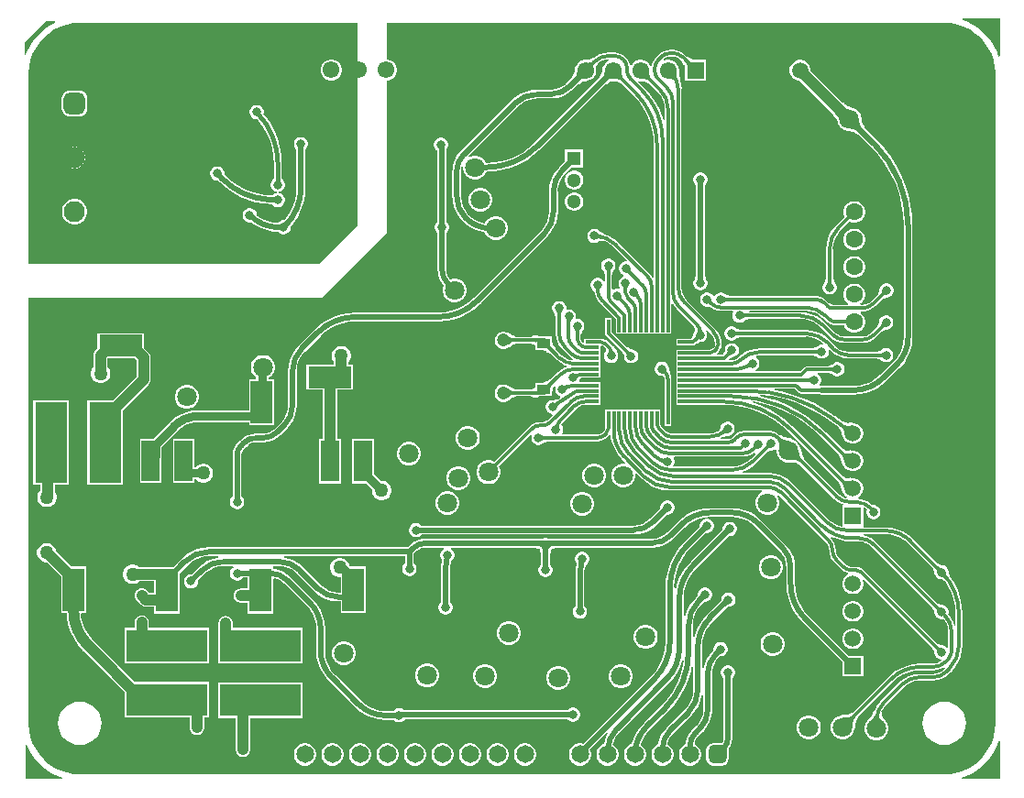
<source format=gbr>
%TF.GenerationSoftware,Altium Limited,Altium Designer,24.7.2 (38)*%
G04 Layer_Physical_Order=1*
G04 Layer_Color=255*
%FSLAX45Y45*%
%MOMM*%
%TF.SameCoordinates,313A2AA4-CFAA-4B56-AAC7-ADE98D6BBF51*%
%TF.FilePolarity,Positive*%
%TF.FileFunction,Copper,L1,Top,Signal*%
%TF.Part,Single*%
G01*
G75*
%TA.AperFunction,Conductor*%
%ADD10C,0.50000*%
%ADD11C,0.30000*%
%ADD12C,0.80000*%
%ADD13C,0.40000*%
%ADD14C,1.00000*%
%TA.AperFunction,SMDPad,CuDef*%
%ADD15R,4.00000X2.00000*%
%ADD16R,1.19380X0.30480*%
%ADD17R,0.30480X1.19380*%
%ADD18R,1.26213X0.95776*%
%ADD19R,2.00000X4.00000*%
%ADD20R,1.70000X3.80000*%
%ADD21R,3.00000X7.50000*%
%ADD22R,7.50000X3.00000*%
%TA.AperFunction,Conductor*%
%ADD23R,0.92500X3.65000*%
%TA.AperFunction,ComponentPad*%
%ADD24C,1.60000*%
G04:AMPARAMS|DCode=25|XSize=1.6mm|YSize=1.6mm|CornerRadius=0.4mm|HoleSize=0mm|Usage=FLASHONLY|Rotation=270.000|XOffset=0mm|YOffset=0mm|HoleType=Round|Shape=RoundedRectangle|*
%AMROUNDEDRECTD25*
21,1,1.60000,0.80000,0,0,270.0*
21,1,0.80000,1.60000,0,0,270.0*
1,1,0.80000,-0.40000,-0.40000*
1,1,0.80000,-0.40000,0.40000*
1,1,0.80000,0.40000,0.40000*
1,1,0.80000,0.40000,-0.40000*
%
%ADD25ROUNDEDRECTD25*%
%ADD26C,1.80000*%
%ADD27C,2.50000*%
%ADD28C,1.20000*%
%ADD29C,1.50000*%
%ADD30R,1.50000X1.50000*%
%ADD31C,1.30000*%
%ADD32R,1.30000X1.30000*%
%ADD33R,1.55000X1.55000*%
%ADD34C,1.55000*%
%ADD35C,1.95000*%
G04:AMPARAMS|DCode=36|XSize=1.95mm|YSize=1.95mm|CornerRadius=0.4875mm|HoleSize=0mm|Usage=FLASHONLY|Rotation=270.000|XOffset=0mm|YOffset=0mm|HoleType=Round|Shape=RoundedRectangle|*
%AMROUNDEDRECTD36*
21,1,1.95000,0.97500,0,0,270.0*
21,1,0.97500,1.95000,0,0,270.0*
1,1,0.97500,-0.48750,-0.48750*
1,1,0.97500,-0.48750,0.48750*
1,1,0.97500,0.48750,0.48750*
1,1,0.97500,0.48750,-0.48750*
%
%ADD36ROUNDEDRECTD36*%
%ADD37R,1.50000X1.50000*%
%ADD38C,1.65000*%
G04:AMPARAMS|DCode=39|XSize=1.65mm|YSize=1.65mm|CornerRadius=0.4125mm|HoleSize=0mm|Usage=FLASHONLY|Rotation=0.000|XOffset=0mm|YOffset=0mm|HoleType=Round|Shape=RoundedRectangle|*
%AMROUNDEDRECTD39*
21,1,1.65000,0.82500,0,0,0.0*
21,1,0.82500,1.65000,0,0,0.0*
1,1,0.82500,0.41250,-0.41250*
1,1,0.82500,-0.41250,-0.41250*
1,1,0.82500,-0.41250,0.41250*
1,1,0.82500,0.41250,0.41250*
%
%ADD39ROUNDEDRECTD39*%
%TA.AperFunction,ViaPad*%
%ADD40C,0.80000*%
%ADD41C,1.27000*%
G36*
X291136Y6992981D02*
X250584Y6972982D01*
X193067Y6934551D01*
X141059Y6888941D01*
X95449Y6836933D01*
X57018Y6779416D01*
X26423Y6717375D01*
X16528Y6688227D01*
X3828Y6690324D01*
Y6808181D01*
X201328Y7005681D01*
X288175D01*
X291136Y6992981D01*
D02*
G37*
G36*
X9015000Y6679047D02*
X9002300Y6676950D01*
X8988577Y6717375D01*
X8957982Y6779416D01*
X8919551Y6836933D01*
X8873941Y6888941D01*
X8821933Y6934551D01*
X8764416Y6972982D01*
X8702375Y7003578D01*
X8669315Y7014800D01*
X8671412Y7027500D01*
X9015000D01*
Y6679047D01*
D02*
G37*
G36*
X515000Y6986757D02*
X3080000Y6986758D01*
Y6629518D01*
X3062086Y6624718D01*
X3044414Y6614515D01*
X3029985Y6600086D01*
X3019782Y6582414D01*
X3015169Y6565200D01*
X3092000D01*
Y6539800D01*
X3015169D01*
X3019782Y6522586D01*
X3029985Y6504914D01*
X3044414Y6490484D01*
X3062086Y6480281D01*
X3080000Y6475481D01*
Y5115000D01*
X2728180Y4763181D01*
X43245D01*
X43245Y6519364D01*
X46998Y6576614D01*
X59044Y6637173D01*
X78891Y6695642D01*
X106201Y6751021D01*
X140505Y6802360D01*
X181217Y6848783D01*
X227640Y6889495D01*
X278980Y6923799D01*
X334358Y6951109D01*
X392827Y6970957D01*
X453386Y6983003D01*
X513928Y6986971D01*
X515000Y6986757D01*
D02*
G37*
G36*
X8500000Y6986757D02*
Y6986757D01*
X8512479Y6986223D01*
X8561614Y6983003D01*
X8622173Y6970957D01*
X8680642Y6951109D01*
X8736020Y6923799D01*
X8787360Y6889495D01*
X8833783Y6848783D01*
X8874495Y6802360D01*
X8908799Y6751021D01*
X8936109Y6695642D01*
X8955956Y6637173D01*
X8968002Y6576614D01*
X8971223Y6527479D01*
X8971757Y6515000D01*
X8971757Y6515000D01*
X8971759Y6502427D01*
X8971757Y515000D01*
X8971970Y513928D01*
X8968002Y453386D01*
X8955956Y392827D01*
X8936109Y334358D01*
X8908799Y278980D01*
X8874495Y227640D01*
X8833783Y181217D01*
X8787360Y140505D01*
X8736020Y106201D01*
X8680642Y78891D01*
X8622173Y59044D01*
X8561614Y46998D01*
X8512479Y43777D01*
X8500000Y43243D01*
X8499997Y43243D01*
X8487300Y43242D01*
X515006Y43242D01*
X515000Y43243D01*
Y43243D01*
X502521Y43777D01*
X453386Y46998D01*
X392827Y59044D01*
X334358Y78891D01*
X278980Y106201D01*
X227640Y140505D01*
X181217Y181217D01*
X140505Y227640D01*
X106201Y278980D01*
X78891Y334358D01*
X59044Y392827D01*
X46998Y453386D01*
X43030Y513928D01*
X43243Y515000D01*
X43245Y4445000D01*
X2752499Y4444999D01*
X3347500Y5040000D01*
X3347500Y6455000D01*
X3358836D01*
X3383634Y6461644D01*
X3405866Y6474480D01*
X3424020Y6492633D01*
X3436855Y6514866D01*
X3443500Y6539664D01*
Y6565336D01*
X3436855Y6590133D01*
X3424020Y6612366D01*
X3405866Y6630519D01*
X3383634Y6643355D01*
X3358836Y6650000D01*
X3347500D01*
Y6986758D01*
X8487316Y6986758D01*
X8500000Y6986757D01*
D02*
G37*
G36*
X9015000Y350953D02*
Y0D01*
X8664046D01*
X8661949Y12700D01*
X8702375Y26423D01*
X8764416Y57018D01*
X8821933Y95449D01*
X8873941Y141059D01*
X8919551Y193067D01*
X8957982Y250584D01*
X8988577Y312625D01*
X9002300Y353050D01*
X9015000Y350953D01*
D02*
G37*
G36*
X26423Y312625D02*
X57018Y250584D01*
X95449Y193067D01*
X141059Y141059D01*
X193067Y95449D01*
X250584Y57018D01*
X312625Y26423D01*
X353051Y12700D01*
X350954Y0D01*
X16594D01*
X11733Y11733D01*
X12500Y12500D01*
Y314657D01*
X25030Y316726D01*
X26423Y312625D01*
D02*
G37*
%LPC*%
G36*
X2850836Y6650000D02*
X2825164D01*
X2800367Y6643355D01*
X2778134Y6630519D01*
X2759981Y6612366D01*
X2747145Y6590133D01*
X2740500Y6565336D01*
Y6539664D01*
X2747145Y6514866D01*
X2759981Y6492633D01*
X2778134Y6474480D01*
X2800367Y6461644D01*
X2825164Y6455000D01*
X2850836D01*
X2875634Y6461644D01*
X2897866Y6474480D01*
X2916020Y6492633D01*
X2928855Y6514866D01*
X2935500Y6539664D01*
Y6565336D01*
X2928855Y6590133D01*
X2916020Y6612366D01*
X2897866Y6630519D01*
X2875634Y6643355D01*
X2850836Y6650000D01*
D02*
G37*
G36*
X516248Y6360643D02*
X418748D01*
X400801Y6358280D01*
X384076Y6351353D01*
X369715Y6340333D01*
X358695Y6325971D01*
X351768Y6309247D01*
X349405Y6291300D01*
Y6193800D01*
X351768Y6175853D01*
X358695Y6159128D01*
X369715Y6144767D01*
X384076Y6133747D01*
X400801Y6126819D01*
X418748Y6124457D01*
X516248D01*
X534196Y6126819D01*
X550920Y6133747D01*
X565281Y6144767D01*
X576301Y6159128D01*
X583229Y6175853D01*
X585591Y6193800D01*
Y6291300D01*
X583229Y6309247D01*
X576301Y6325971D01*
X565281Y6340333D01*
X550920Y6351353D01*
X534196Y6358280D01*
X516248Y6360643D01*
D02*
G37*
G36*
X480334Y5840051D02*
X480198D01*
Y5755251D01*
X564998D01*
Y5755387D01*
X558353Y5780185D01*
X545518Y5802417D01*
X527364Y5820570D01*
X505132Y5833406D01*
X480334Y5840051D01*
D02*
G37*
G36*
X454798D02*
X454662D01*
X429865Y5833406D01*
X407632Y5820570D01*
X389479Y5802417D01*
X376643Y5780185D01*
X369998Y5755387D01*
Y5755251D01*
X454798D01*
Y5840051D01*
D02*
G37*
G36*
X564998Y5729851D02*
X480198D01*
Y5645051D01*
X480334D01*
X505132Y5651696D01*
X527364Y5664531D01*
X545518Y5682685D01*
X558353Y5704917D01*
X564998Y5729715D01*
Y5729851D01*
D02*
G37*
G36*
X454798D02*
X369998D01*
Y5729715D01*
X376643Y5704917D01*
X389479Y5682685D01*
X407632Y5664531D01*
X429865Y5651696D01*
X454662Y5645051D01*
X454798D01*
Y5729851D01*
D02*
G37*
G36*
X2156110Y6227900D02*
X2138890D01*
X2122256Y6223443D01*
X2107343Y6214833D01*
X2095167Y6202657D01*
X2086557Y6187744D01*
X2082100Y6171110D01*
Y6153890D01*
X2086557Y6137256D01*
X2095167Y6122343D01*
X2107343Y6110167D01*
X2122256Y6101557D01*
X2138890Y6097100D01*
X2156110D01*
X2158220Y6097665D01*
X2170316Y6084129D01*
X2211786Y6025684D01*
X2246450Y5962963D01*
X2273874Y5896755D01*
X2293713Y5827893D01*
X2305717Y5757243D01*
X2309643Y5687344D01*
X2309314Y5685693D01*
Y5547414D01*
X2304843Y5544833D01*
X2292667Y5532657D01*
X2284057Y5517744D01*
X2279600Y5501110D01*
Y5483890D01*
X2284057Y5467257D01*
X2292667Y5452343D01*
X2304843Y5440167D01*
X2319756Y5431557D01*
X2333406Y5427900D01*
X2333890Y5415400D01*
X2317256Y5410943D01*
X2302343Y5402333D01*
X2294111Y5394101D01*
X2249161Y5397099D01*
X2249156Y5397103D01*
X2249186Y5397553D01*
X2221968Y5399081D01*
X2156032Y5410284D01*
X2091764Y5428799D01*
X2029974Y5454393D01*
X1971438Y5486745D01*
X1916893Y5525447D01*
X1868591Y5568612D01*
X1867639Y5570036D01*
X1850400Y5587276D01*
Y5603610D01*
X1845943Y5620244D01*
X1837333Y5635157D01*
X1825157Y5647333D01*
X1810244Y5655943D01*
X1793610Y5660400D01*
X1776390D01*
X1759756Y5655943D01*
X1744843Y5647333D01*
X1732667Y5635157D01*
X1724057Y5620244D01*
X1719600Y5603610D01*
Y5586390D01*
X1724057Y5569756D01*
X1732667Y5554843D01*
X1744843Y5542667D01*
X1759756Y5534057D01*
X1776390Y5529600D01*
X1792723D01*
X1809962Y5512360D01*
X1809965Y5512325D01*
X1809800Y5512159D01*
X1866142Y5461808D01*
X1928132Y5417824D01*
X1994657Y5381057D01*
X2064880Y5351969D01*
X2137919Y5330927D01*
X2212854Y5318195D01*
X2240220Y5316658D01*
X2243733Y5315713D01*
X2288502Y5312727D01*
X2290167Y5309843D01*
X2302343Y5297667D01*
X2317256Y5289057D01*
X2333890Y5284600D01*
X2351110D01*
X2367744Y5289057D01*
X2382657Y5297667D01*
X2394833Y5309843D01*
X2403443Y5324756D01*
X2407900Y5341390D01*
Y5358610D01*
X2403443Y5375244D01*
X2394833Y5390157D01*
X2382657Y5402333D01*
X2367744Y5410943D01*
X2354094Y5414600D01*
X2353610Y5427100D01*
X2370243Y5431557D01*
X2385157Y5440167D01*
X2397333Y5452343D01*
X2405943Y5467257D01*
X2410400Y5483890D01*
Y5501110D01*
X2405943Y5517744D01*
X2397333Y5532657D01*
X2385157Y5544833D01*
X2380686Y5547414D01*
Y5685693D01*
X2381117D01*
X2376650Y5765235D01*
X2363306Y5843777D01*
X2341251Y5920331D01*
X2310763Y5993934D01*
X2272227Y6063661D01*
X2226125Y6128635D01*
X2210744Y6145846D01*
X2212900Y6153890D01*
Y6171110D01*
X2208443Y6187744D01*
X2199833Y6202657D01*
X2187657Y6214833D01*
X2172743Y6223443D01*
X2156110Y6227900D01*
D02*
G37*
G36*
X2566110Y5932900D02*
X2548890D01*
X2532257Y5928443D01*
X2517343Y5919833D01*
X2505167Y5907657D01*
X2496557Y5892744D01*
X2492100Y5876110D01*
Y5858890D01*
X2496557Y5842257D01*
X2505167Y5827343D01*
X2516717Y5815794D01*
Y5461140D01*
X2517078Y5459326D01*
X2513335Y5402230D01*
X2501818Y5344328D01*
X2482841Y5288425D01*
X2456730Y5235477D01*
X2423931Y5186390D01*
X2403331Y5162900D01*
X2388890D01*
X2372256Y5158443D01*
X2357343Y5149833D01*
X2346050Y5138540D01*
X2302802Y5141943D01*
X2250331Y5154541D01*
X2200476Y5175191D01*
X2154466Y5203386D01*
X2150400Y5206859D01*
Y5218610D01*
X2145943Y5235244D01*
X2137333Y5250157D01*
X2125157Y5262333D01*
X2110243Y5270943D01*
X2093610Y5275400D01*
X2076390D01*
X2059756Y5270943D01*
X2044843Y5262333D01*
X2032667Y5250157D01*
X2024057Y5235244D01*
X2019600Y5218610D01*
Y5201390D01*
X2024057Y5184756D01*
X2032667Y5169843D01*
X2044843Y5157667D01*
X2059756Y5149057D01*
X2076390Y5144600D01*
X2093610D01*
X2096712Y5145431D01*
X2097870Y5144416D01*
X2144094Y5113530D01*
X2193954Y5088942D01*
X2246598Y5071072D01*
X2301123Y5060226D01*
X2345172Y5057339D01*
X2357343Y5045167D01*
X2372256Y5036557D01*
X2388890Y5032100D01*
X2406110D01*
X2422743Y5036557D01*
X2437657Y5045167D01*
X2449833Y5057343D01*
X2458443Y5072257D01*
X2462900Y5088890D01*
Y5106110D01*
X2462601Y5107226D01*
X2488545Y5136810D01*
X2527263Y5194755D01*
X2558086Y5257257D01*
X2580487Y5323249D01*
X2594083Y5391599D01*
X2598641Y5461140D01*
X2598284D01*
Y5815794D01*
X2609833Y5827343D01*
X2618443Y5842257D01*
X2622900Y5858890D01*
Y5876110D01*
X2618443Y5892744D01*
X2609833Y5907657D01*
X2597657Y5919833D01*
X2582744Y5928443D01*
X2566110Y5932900D01*
D02*
G37*
G36*
X482967Y5360052D02*
X452029D01*
X422145Y5352044D01*
X395352Y5336575D01*
X373475Y5314699D01*
X358006Y5287905D01*
X349998Y5258021D01*
Y5227083D01*
X358006Y5197199D01*
X373475Y5170405D01*
X395352Y5148528D01*
X422145Y5133059D01*
X452029Y5125052D01*
X482967D01*
X512851Y5133059D01*
X539645Y5148528D01*
X561522Y5170405D01*
X576991Y5197199D01*
X584998Y5227083D01*
Y5258021D01*
X576991Y5287905D01*
X561522Y5314699D01*
X539645Y5336575D01*
X512851Y5352044D01*
X482967Y5360052D01*
D02*
G37*
G36*
X5969319Y6738250D02*
X5938914Y6735256D01*
X5909677Y6726387D01*
X5882731Y6711984D01*
X5868555Y6700350D01*
X5859114Y6692602D01*
X5859041Y6692514D01*
X5850209Y6683466D01*
X5849636Y6682894D01*
X5840585Y6674071D01*
X5840497Y6674000D01*
X5832788Y6664605D01*
X5820856Y6650066D01*
X5806261Y6622762D01*
X5797408Y6593574D01*
X5796038Y6592946D01*
X5784318Y6591162D01*
X5773519Y6609866D01*
X5755366Y6628020D01*
X5733134Y6640855D01*
X5708336Y6647500D01*
X5682664D01*
X5657866Y6640855D01*
X5635634Y6628020D01*
X5617481Y6609866D01*
X5609492Y6596029D01*
X5596338Y6598646D01*
X5595052Y6608410D01*
X5581555Y6640995D01*
X5560255Y6668754D01*
X5560255Y6668754D01*
X5550355Y6676415D01*
X5536732Y6687595D01*
X5510432Y6701653D01*
X5481895Y6710309D01*
X5452218Y6713232D01*
Y6713088D01*
X5400962D01*
Y6713591D01*
X5356764Y6709238D01*
X5314264Y6696346D01*
X5275097Y6675410D01*
X5257237Y6660753D01*
X5253054Y6661739D01*
X5252598Y6661665D01*
X5252144Y6661755D01*
X5247627Y6660857D01*
X5243080Y6660117D01*
X5242687Y6659874D01*
X5242234Y6659784D01*
X5238405Y6657225D01*
X5234487Y6654802D01*
X5231319Y6651850D01*
X5229098Y6650080D01*
X5227228Y6648844D01*
X5225740Y6648062D01*
X5224646Y6647635D01*
X5223889Y6647441D01*
X5223360Y6647377D01*
X5222898Y6647383D01*
X5222319Y6647468D01*
X5219986Y6648124D01*
X5216452Y6648399D01*
X5212976Y6649091D01*
X5211457Y6648788D01*
X5209912Y6648909D01*
X5206541Y6647811D01*
X5203066Y6647119D01*
X5202691Y6646869D01*
X5200336Y6647500D01*
X5174664D01*
X5149866Y6640855D01*
X5127634Y6628020D01*
X5109481Y6609866D01*
X5096645Y6587634D01*
X5090971Y6566459D01*
X5089038Y6563567D01*
X5086300Y6559656D01*
X5086237Y6559375D01*
X5086077Y6559136D01*
X5085146Y6554453D01*
X5084112Y6549791D01*
X5083956Y6542628D01*
X5083426Y6536704D01*
X5082530Y6531195D01*
X5081288Y6526072D01*
X5079717Y6521303D01*
X5077822Y6516845D01*
X5075602Y6512657D01*
X5073034Y6508683D01*
X5070091Y6504890D01*
X5066019Y6500469D01*
X5063660Y6496602D01*
X5061144Y6492837D01*
X5061039Y6492305D01*
X5060756Y6491843D01*
X5060056Y6487367D01*
X5059173Y6482926D01*
X5059279Y6482395D01*
X5059195Y6481859D01*
X5059680Y6479857D01*
X5012382Y6432558D01*
X5003429Y6423607D01*
X5003408Y6423574D01*
X4994089Y6415423D01*
X4976242Y6400777D01*
X4945082Y6384121D01*
X4911271Y6373865D01*
X4877428Y6370532D01*
X4876173Y6370783D01*
X4876014Y6370784D01*
X4875981Y6370777D01*
X4875949Y6370784D01*
X4749246D01*
Y6371098D01*
X4693514Y6366712D01*
X4639154Y6353661D01*
X4587505Y6332268D01*
X4539839Y6303057D01*
X4506631Y6274695D01*
X4497328Y6266751D01*
X4497176Y6266573D01*
X4488489Y6257466D01*
X4040007Y5808984D01*
X4030851Y5800416D01*
X4030661Y5800259D01*
X4023028Y5790959D01*
X3999077Y5761775D01*
X3975609Y5717868D01*
X3961157Y5670226D01*
X3957496Y5633057D01*
X3956276Y5620680D01*
X3956277Y5620679D01*
X3956716Y5608160D01*
Y5395729D01*
X3956547Y5383092D01*
X3956503Y5382528D01*
X3957429Y5370763D01*
X3960483Y5331958D01*
X3972325Y5282633D01*
X3991738Y5235768D01*
X4018242Y5192516D01*
X4050923Y5154252D01*
X4050845Y5154166D01*
X4051104Y5153862D01*
X4060217Y5146080D01*
X4060289Y5146017D01*
X4060414Y5145912D01*
X4094131Y5117114D01*
X4142376Y5087550D01*
X4194652Y5065896D01*
X4249671Y5052687D01*
X4253703Y5052370D01*
X4254997Y5047542D01*
X4269478Y5022459D01*
X4289959Y5001978D01*
X4315042Y4987497D01*
X4343018Y4980000D01*
X4371982D01*
X4399958Y4987497D01*
X4425041Y5001978D01*
X4445522Y5022459D01*
X4460004Y5047542D01*
X4467500Y5075518D01*
Y5104482D01*
X4460004Y5132458D01*
X4445522Y5157541D01*
X4425041Y5178022D01*
X4399958Y5192503D01*
X4371982Y5200000D01*
X4343018D01*
X4315042Y5192503D01*
X4289959Y5178022D01*
X4269478Y5157541D01*
X4256279Y5134680D01*
X4219843Y5143428D01*
X4179386Y5160186D01*
X4142048Y5183066D01*
X4118013Y5203594D01*
X4108790Y5211982D01*
X4108764Y5212021D01*
X4108737Y5212039D01*
X4100395Y5221205D01*
X4078416Y5247987D01*
X4056037Y5289855D01*
X4042257Y5335283D01*
X4038791Y5370473D01*
X4038270Y5382949D01*
X4038284Y5383020D01*
X4038284Y5383021D01*
X4038284Y5395647D01*
Y5620520D01*
X4038277Y5620552D01*
X4038284Y5620585D01*
X4038283Y5620745D01*
X4038057Y5621871D01*
X4041251Y5654294D01*
X4044800Y5665995D01*
X4057500Y5664111D01*
Y5638018D01*
X4064996Y5610042D01*
X4079478Y5584959D01*
X4099959Y5564478D01*
X4125042Y5549997D01*
X4153018Y5542500D01*
X4181982D01*
X4209958Y5549997D01*
X4235041Y5564478D01*
X4255522Y5584959D01*
X4270003Y5610042D01*
X4270389Y5611482D01*
X4347759Y5615826D01*
X4425769Y5629081D01*
X4501803Y5650986D01*
X4574908Y5681267D01*
X4644161Y5719542D01*
X4708695Y5765331D01*
X4758487Y5809827D01*
X4767696Y5818056D01*
X4767841Y5818220D01*
X4776507Y5827330D01*
X5371357Y6422180D01*
X5373359Y6421695D01*
X5373894Y6421779D01*
X5374426Y6421673D01*
X5378870Y6422557D01*
X5383343Y6423257D01*
X5383805Y6423539D01*
X5384336Y6423645D01*
X5388104Y6426162D01*
X5391968Y6428520D01*
X5396390Y6432591D01*
X5400183Y6435533D01*
X5404155Y6438102D01*
X5408345Y6440322D01*
X5412805Y6442217D01*
X5417572Y6443788D01*
X5422694Y6445030D01*
X5428204Y6445926D01*
X5434127Y6446456D01*
X5441291Y6446612D01*
X5441411Y6446639D01*
X5441503Y6446618D01*
X5461188Y6446031D01*
X5468813Y6445262D01*
X5475840Y6444155D01*
X5481959Y6442782D01*
X5487146Y6441204D01*
X5491409Y6439494D01*
X5494773Y6437742D01*
X5497313Y6436031D01*
X5500495Y6433250D01*
X5504135Y6431156D01*
X5507627Y6428822D01*
X5508491Y6428651D01*
X5509254Y6428212D01*
X5513420Y6427670D01*
X5517538Y6426851D01*
X5518401Y6427023D01*
X5519274Y6426909D01*
X5520896Y6427347D01*
X5610671Y6337572D01*
X5619435Y6328807D01*
X5619509Y6328733D01*
X5619640Y6328602D01*
X5619651Y6328592D01*
X5628300Y6319474D01*
X5670237Y6272547D01*
X5713977Y6210901D01*
X5750540Y6144745D01*
X5779466Y6074912D01*
X5800391Y6002279D01*
X5813052Y5927760D01*
X5817207Y5853775D01*
X5816912Y5852292D01*
Y4639135D01*
X5804212Y4635954D01*
X5799828Y4644156D01*
X5778808Y4669770D01*
X5778807Y4669769D01*
X5778498Y4669760D01*
X5501884Y4946373D01*
X5493192Y4955642D01*
X5493131Y4955714D01*
X5483693Y4963774D01*
X5454297Y4988881D01*
X5410753Y5015565D01*
X5363571Y5035109D01*
X5352860Y5037680D01*
X5352433Y5038445D01*
X5351421Y5041245D01*
X5349990Y5042813D01*
X5348955Y5044665D01*
X5346618Y5046510D01*
X5344611Y5048710D01*
X5342690Y5049611D01*
X5341024Y5050926D01*
X5338158Y5051737D01*
X5335462Y5053001D01*
X5332267Y5053791D01*
X5329966Y5054497D01*
X5327898Y5055268D01*
X5326051Y5056091D01*
X5324399Y5056961D01*
X5322923Y5057873D01*
X5321594Y5058828D01*
X5320388Y5059835D01*
X5319280Y5060908D01*
X5317618Y5062771D01*
X5315999Y5063991D01*
X5307657Y5072333D01*
X5292744Y5080943D01*
X5276110Y5085400D01*
X5258890D01*
X5242256Y5080943D01*
X5227343Y5072333D01*
X5215167Y5060157D01*
X5206557Y5045244D01*
X5202100Y5028610D01*
Y5011390D01*
X5206557Y4994757D01*
X5215167Y4979843D01*
X5227343Y4967667D01*
X5242256Y4959057D01*
X5258890Y4954600D01*
X5276110D01*
X5292744Y4959057D01*
X5307657Y4967667D01*
X5309085Y4969095D01*
X5309716Y4969419D01*
X5311718Y4971004D01*
X5312720Y4971661D01*
X5313592Y4972121D01*
X5314368Y4972437D01*
X5315116Y4972656D01*
X5315908Y4972803D01*
X5316829Y4972880D01*
X5317944Y4972865D01*
X5319306Y4972722D01*
X5321952Y4972212D01*
X5323404Y4972221D01*
X5324801Y4971826D01*
X5328416Y4972251D01*
X5332057Y4972273D01*
X5333395Y4972837D01*
X5334837Y4973007D01*
X5338013Y4974783D01*
X5341369Y4976196D01*
X5342353Y4977192D01*
X5344579Y4976657D01*
X5382851Y4960804D01*
X5418172Y4939160D01*
X5449357Y4912525D01*
X5449640Y4912102D01*
X5450034Y4911707D01*
X5450035Y4911707D01*
X5566142Y4795600D01*
X5560881Y4782900D01*
X5551390D01*
X5534757Y4778443D01*
X5519843Y4769833D01*
X5507667Y4757657D01*
X5499057Y4742744D01*
X5494600Y4726110D01*
Y4708890D01*
X5499057Y4692257D01*
X5507667Y4677343D01*
X5519843Y4665167D01*
X5534757Y4656557D01*
X5536858Y4655994D01*
Y4642846D01*
X5529757Y4640943D01*
X5514843Y4632333D01*
X5502667Y4620157D01*
X5494057Y4605244D01*
X5489600Y4588610D01*
Y4571390D01*
X5494057Y4554756D01*
X5502667Y4539844D01*
X5498561Y4527235D01*
X5497885Y4526575D01*
X5483610Y4530400D01*
X5466390D01*
X5449756Y4525943D01*
X5440788Y4520765D01*
X5428088Y4527803D01*
Y4661199D01*
X5430189Y4662504D01*
X5430446Y4662862D01*
X5430812Y4663106D01*
X5433382Y4666952D01*
X5436081Y4670713D01*
X5436182Y4671142D01*
X5436426Y4671508D01*
X5437328Y4676044D01*
X5438383Y4680552D01*
X5438483Y4683529D01*
X5438677Y4685399D01*
X5438976Y4687053D01*
X5439358Y4688505D01*
X5439816Y4689807D01*
X5440351Y4690996D01*
X5440972Y4692114D01*
X5441709Y4693210D01*
X5442589Y4694309D01*
X5444340Y4696165D01*
X5445490Y4698001D01*
X5449833Y4702343D01*
X5458443Y4717257D01*
X5462900Y4733890D01*
Y4751110D01*
X5458443Y4767744D01*
X5449833Y4782657D01*
X5437657Y4794833D01*
X5422744Y4803443D01*
X5406110Y4807900D01*
X5388890D01*
X5372256Y4803443D01*
X5357343Y4794833D01*
X5345167Y4782657D01*
X5336557Y4767744D01*
X5332100Y4751110D01*
Y4733890D01*
X5336557Y4717257D01*
X5345167Y4702343D01*
X5349510Y4698001D01*
X5350660Y4696165D01*
X5352410Y4694309D01*
X5353292Y4693209D01*
X5354028Y4692114D01*
X5354649Y4690996D01*
X5355184Y4689807D01*
X5355642Y4688505D01*
X5356024Y4687053D01*
X5356323Y4685399D01*
X5356517Y4683528D01*
X5356617Y4680552D01*
X5357671Y4676045D01*
X5358574Y4671508D01*
X5358818Y4671142D01*
X5358919Y4670713D01*
X5361617Y4666954D01*
X5364188Y4663106D01*
X5364554Y4662862D01*
X5364811Y4662504D01*
X5366912Y4661199D01*
Y4603474D01*
X5354212Y4600071D01*
X5349833Y4607657D01*
X5337657Y4619833D01*
X5322743Y4628443D01*
X5306110Y4632900D01*
X5288890D01*
X5272256Y4628443D01*
X5257343Y4619833D01*
X5245167Y4607657D01*
X5236557Y4592743D01*
X5232100Y4576110D01*
Y4558890D01*
X5236557Y4542256D01*
X5245167Y4527343D01*
X5257343Y4515167D01*
X5267727Y4509172D01*
X5269934Y4486774D01*
X5279552Y4455066D01*
X5295172Y4425844D01*
X5316192Y4400231D01*
X5316409Y4400333D01*
X5316504Y4400238D01*
X5466672Y4250070D01*
Y4187741D01*
X5466672Y4187740D01*
X5467260Y4184784D01*
Y4112810D01*
X5977740D01*
Y4185752D01*
X5978088Y4187500D01*
Y4389724D01*
X5990407Y4392810D01*
X5997614Y4379327D01*
X6024280Y4346834D01*
X6024593Y4347146D01*
X6024595Y4347146D01*
X6024596Y4347146D01*
X6182776Y4188965D01*
X6191715Y4179998D01*
X6191774Y4179922D01*
X6196950Y4169475D01*
X6196755Y4168207D01*
X6195848Y4164045D01*
X6195993Y4163238D01*
X6195869Y4162427D01*
X6196884Y4158290D01*
X6197638Y4154100D01*
X6198478Y4151962D01*
X6198608Y4151482D01*
X6198424Y4151142D01*
X6197878Y4150361D01*
X6196178Y4148377D01*
X6195448Y4147079D01*
X6192667Y4144299D01*
X6184057Y4129385D01*
X6179600Y4112752D01*
Y4106610D01*
X6179115Y4104498D01*
X6179041Y4101949D01*
X6178886Y4100547D01*
X6178633Y4099255D01*
X6178281Y4098021D01*
X6177819Y4096805D01*
X6177222Y4095559D01*
X6176464Y4094261D01*
X6175508Y4092884D01*
X6174320Y4091421D01*
X6172287Y4089246D01*
X6169847Y4085316D01*
X6167276Y4081468D01*
X6167190Y4081035D01*
X6166958Y4080661D01*
X6166208Y4076096D01*
X6165305Y4071558D01*
X6154143Y4068329D01*
X6153001Y4068088D01*
X6097500D01*
X6095752Y4067740D01*
X6022810D01*
Y4007260D01*
X6095752D01*
X6097500Y4006912D01*
X6178357D01*
X6178358Y4006912D01*
X6190063Y4009241D01*
X6199987Y4015871D01*
X6209140Y4025025D01*
X6211548Y4024461D01*
X6211983Y4024533D01*
X6212416Y4024447D01*
X6216954Y4025350D01*
X6221519Y4026100D01*
X6221893Y4026332D01*
X6222326Y4026418D01*
X6226174Y4028989D01*
X6230104Y4031429D01*
X6232278Y4033462D01*
X6233744Y4034651D01*
X6235119Y4035606D01*
X6236417Y4036364D01*
X6237663Y4036961D01*
X6238879Y4037422D01*
X6240114Y4037775D01*
X6241405Y4038028D01*
X6242807Y4038183D01*
X6245356Y4038257D01*
X6247468Y4038742D01*
X6253610D01*
X6270243Y4043199D01*
X6285157Y4051809D01*
X6297333Y4063985D01*
X6305943Y4078898D01*
X6310400Y4095532D01*
Y4112752D01*
X6305943Y4129385D01*
X6297333Y4144298D01*
X6306561Y4152680D01*
X6331357Y4127885D01*
X6340171Y4119070D01*
X6340174Y4119067D01*
X6340248Y4118992D01*
X6340267Y4118978D01*
X6340275Y4118966D01*
X6340346Y4118919D01*
X6348269Y4109512D01*
X6363476Y4089693D01*
X6377618Y4055552D01*
X6380845Y4031039D01*
X6381918Y4018788D01*
X6381912Y4018760D01*
X6381913Y4018757D01*
X6379846Y4006973D01*
X6378294Y3999169D01*
X6367533Y3983064D01*
X6366850Y3982607D01*
X6366436Y3981988D01*
X6350878Y3971593D01*
X6332602Y3967957D01*
X6331956Y3968087D01*
X6331832Y3968088D01*
X6331801Y3968081D01*
X6331769Y3968088D01*
X6097500D01*
X6095752Y3967740D01*
X6022810D01*
Y3857260D01*
Y3757260D01*
Y3657260D01*
Y3557260D01*
Y3457260D01*
X6095752D01*
X6097500Y3456912D01*
X6460091D01*
X6460368Y3456912D01*
X6460392Y3456913D01*
X6472977Y3456634D01*
X6543868Y3453152D01*
X6626637Y3440874D01*
X6707804Y3420543D01*
X6786588Y3392353D01*
X6862230Y3356577D01*
X6934000Y3313560D01*
X7001208Y3263715D01*
X7053870Y3215985D01*
X7062964Y3207278D01*
X7063108Y3207133D01*
X7071944Y3198298D01*
X7526126Y2744116D01*
X7526017Y2743787D01*
X7526075Y2742982D01*
X7525868Y2742204D01*
X7526436Y2737972D01*
X7526743Y2733708D01*
X7527104Y2732987D01*
X7527211Y2732188D01*
X7529356Y2728494D01*
X7531270Y2724674D01*
X7531880Y2724146D01*
X7532285Y2723450D01*
X7534549Y2720881D01*
X7536289Y2718432D01*
X7538436Y2714817D01*
X7540846Y2710085D01*
X7543149Y2704909D01*
X7554598Y2670862D01*
X7557362Y2660565D01*
X7559110Y2657024D01*
X7561835Y2651505D01*
X7568684Y2645503D01*
X7578981Y2627669D01*
X7596669Y2609981D01*
X7598719Y2608798D01*
X7595747Y2595849D01*
X7588077Y2595292D01*
X7555466Y2608800D01*
X7536317Y2623494D01*
X7526882Y2631375D01*
X7526795Y2631463D01*
X7526761Y2631485D01*
X7526738Y2631520D01*
X7204425Y2953833D01*
X7204827Y2955280D01*
X7204458Y2958300D01*
X7204568Y2961341D01*
X7203850Y2963268D01*
X7203600Y2965310D01*
X7202104Y2967958D01*
X7201042Y2970810D01*
X7199641Y2972316D01*
X7198629Y2974107D01*
X7195915Y2977259D01*
X7193918Y2980272D01*
X7191764Y2984344D01*
X7186338Y2998128D01*
X7184024Y3005781D01*
X7176696Y3039255D01*
X7174588Y3052363D01*
X7172838Y3057075D01*
X7171091Y3061800D01*
X7171076Y3061815D01*
X7171069Y3061835D01*
X7167612Y3065557D01*
X7164910Y3068476D01*
X7162504Y3077458D01*
X7148022Y3102541D01*
X7127541Y3123022D01*
X7102458Y3137504D01*
X7093476Y3139910D01*
X7090636Y3142540D01*
X7087109Y3145898D01*
X7086936Y3145964D01*
X7086799Y3146091D01*
X7082220Y3147784D01*
X7077681Y3149535D01*
X7051641Y3154055D01*
X7041173Y3156347D01*
X7022484Y3161548D01*
X7015574Y3164033D01*
X7009725Y3166562D01*
X7005273Y3168917D01*
X7002259Y3170915D01*
X6999106Y3173629D01*
X6997317Y3174640D01*
X6995810Y3176041D01*
X6992957Y3177104D01*
X6991347Y3178014D01*
X6990309Y3178600D01*
X6990302Y3178601D01*
X6988268Y3178850D01*
X6986340Y3179568D01*
X6986319D01*
X6982164Y3179596D01*
X6980279Y3179827D01*
X6979515Y3179614D01*
X6979310Y3179616D01*
X6953550Y3199382D01*
X6923516Y3211822D01*
X6891286Y3216065D01*
Y3215588D01*
X6653713D01*
Y3216114D01*
X6620019Y3211678D01*
X6588622Y3198673D01*
X6571369Y3185434D01*
X6561660Y3177984D01*
X6561586Y3177888D01*
X6553113Y3168693D01*
X6541113Y3156693D01*
X6540549Y3155849D01*
X6523425Y3144407D01*
X6503297Y3140404D01*
X6502385Y3140587D01*
X6502261Y3140588D01*
X6502230Y3140581D01*
X6502198Y3140588D01*
X6431698D01*
X6429172Y3153288D01*
X6447197Y3160754D01*
X6449619Y3162238D01*
X6450435Y3162011D01*
X6452893Y3160815D01*
X6455254Y3160673D01*
X6457535Y3160040D01*
X6460251Y3160373D01*
X6462980Y3160208D01*
X6465216Y3160981D01*
X6467565Y3161269D01*
X6469946Y3162614D01*
X6472531Y3163507D01*
X6475421Y3165197D01*
X6477632Y3166335D01*
X6479725Y3167267D01*
X6481693Y3168006D01*
X6483546Y3168570D01*
X6485293Y3168979D01*
X6486959Y3169250D01*
X6488554Y3169396D01*
X6490110Y3169426D01*
X6492590Y3169296D01*
X6494693Y3169600D01*
X6506110D01*
X6522744Y3174057D01*
X6537657Y3182667D01*
X6549833Y3194843D01*
X6558443Y3209756D01*
X6562900Y3226390D01*
Y3243610D01*
X6558443Y3260243D01*
X6549833Y3275157D01*
X6537657Y3287333D01*
X6522744Y3295943D01*
X6506110Y3300400D01*
X6488890D01*
X6472257Y3295943D01*
X6457343Y3287333D01*
X6445167Y3275157D01*
X6436557Y3260243D01*
X6432100Y3243610D01*
Y3241395D01*
X6431858Y3240634D01*
X6431574Y3238102D01*
X6431340Y3236962D01*
X6431069Y3236082D01*
X6430772Y3235382D01*
X6430441Y3234782D01*
X6430036Y3234203D01*
X6429496Y3233580D01*
X6428755Y3232878D01*
X6427741Y3232085D01*
X6425513Y3230639D01*
X6424249Y3229408D01*
X6422714Y3228540D01*
X6420661Y3225914D01*
X6418273Y3223589D01*
X6417576Y3221969D01*
X6416490Y3220579D01*
X6415599Y3217369D01*
X6414282Y3214306D01*
X6414272Y3213563D01*
X6403504Y3207807D01*
X6361496Y3195064D01*
X6319174Y3190896D01*
X6317873Y3191157D01*
X6317749Y3191157D01*
X6317717Y3191151D01*
X6317686Y3191157D01*
X5983497D01*
X5983373Y3191218D01*
Y3191218D01*
X5964560Y3193694D01*
X5947029Y3200956D01*
X5931990Y3212495D01*
X5931990D01*
X5931839Y3212558D01*
X5885394Y3259002D01*
X5885552Y3259160D01*
X5881852Y3264697D01*
X5878556Y3276034D01*
D01*
X5878328Y3288147D01*
Y3292810D01*
X5878311Y3292892D01*
X5878327Y3292974D01*
X5878087Y3337664D01*
X5877740Y3339362D01*
Y3412190D01*
X5367260D01*
Y3339248D01*
X5366912Y3337500D01*
Y3243107D01*
X5367048Y3242425D01*
X5363407Y3224122D01*
X5353046Y3208616D01*
X5352483Y3208240D01*
X5352338Y3208095D01*
X5352270Y3207994D01*
X5334697Y3194510D01*
X5314044Y3185955D01*
X5292069Y3183062D01*
X5291943Y3183087D01*
X5291819Y3183088D01*
X5291788Y3183082D01*
X5291756Y3183088D01*
X4975303D01*
X4968265Y3195788D01*
X4973443Y3204756D01*
X4977900Y3221390D01*
Y3238610D01*
X4973443Y3255243D01*
X4964833Y3270157D01*
X4960343Y3274647D01*
X4961161Y3276623D01*
X4973563Y3292785D01*
X4973552Y3292795D01*
X5043207Y3362450D01*
X5043209Y3362451D01*
X5094921Y3414164D01*
X5103886Y3423128D01*
X5103887Y3423129D01*
X5103898Y3423145D01*
X5113415Y3430829D01*
X5127475Y3441617D01*
X5155115Y3453065D01*
X5183873Y3456852D01*
X5184776Y3456672D01*
X5202811Y3456672D01*
X5202893Y3456689D01*
X5202974Y3456673D01*
X5247664Y3456913D01*
X5249362Y3457260D01*
X5322190D01*
Y3557260D01*
Y3667740D01*
X5249248D01*
X5247500Y3668088D01*
X5137084D01*
X5129752Y3680788D01*
X5133547Y3687360D01*
X5138004Y3703994D01*
X5145659Y3706672D01*
X5202810D01*
X5202892Y3706689D01*
X5202974Y3706673D01*
X5247664Y3706913D01*
X5249362Y3707260D01*
X5322190D01*
Y3807260D01*
Y3907260D01*
Y3995546D01*
X5334890Y4005058D01*
X5341368Y4003770D01*
X5353881Y3995409D01*
X5353978Y3995264D01*
X5377980Y3971262D01*
X5377797Y3969462D01*
X5377080Y3965419D01*
X5377290Y3964467D01*
X5377191Y3963497D01*
X5378372Y3959563D01*
X5378416Y3959360D01*
X5377766Y3958563D01*
X5375613Y3956293D01*
X5374436Y3954425D01*
X5370167Y3950157D01*
X5361557Y3935244D01*
X5357100Y3918610D01*
Y3901390D01*
X5361557Y3884757D01*
X5370167Y3869843D01*
X5382343Y3857667D01*
X5397256Y3849057D01*
X5413890Y3844600D01*
X5431110D01*
X5447743Y3849057D01*
X5462657Y3857667D01*
X5474833Y3869843D01*
X5483443Y3884757D01*
X5487900Y3901390D01*
Y3918610D01*
X5483443Y3935244D01*
X5474833Y3950157D01*
X5472358Y3952632D01*
X5452579Y3991713D01*
X5452422Y3991913D01*
X5452349Y3992158D01*
X5449305Y3995890D01*
X5446345Y3999666D01*
X5446123Y3999791D01*
X5445962Y3999988D01*
X5441725Y4002270D01*
X5437542Y4004627D01*
X5437289Y4004658D01*
X5437065Y4004779D01*
X5432280Y4005265D01*
X5429980Y4005543D01*
X5428612Y4007326D01*
X5428522Y4007236D01*
X5428520Y4007236D01*
X5397237Y4038520D01*
X5397236Y4038521D01*
X5397428Y4038713D01*
X5387703Y4046175D01*
X5376635Y4054668D01*
X5352421Y4064698D01*
X5326437Y4068119D01*
Y4068119D01*
X5313737Y4067847D01*
X5292260Y4067848D01*
X5247664Y4068087D01*
X5245868Y4067740D01*
X5172810D01*
Y4039245D01*
X5160110Y4033985D01*
X5149894Y4044201D01*
X5149894Y4044323D01*
X5149894Y4044323D01*
X5143070Y4054536D01*
X5140662Y4066642D01*
X5140587D01*
Y4106199D01*
X5142689Y4107504D01*
X5142946Y4107862D01*
X5143312Y4108106D01*
X5145880Y4111950D01*
X5148581Y4115713D01*
X5148681Y4116142D01*
X5148926Y4116508D01*
X5149828Y4121044D01*
X5150883Y4125552D01*
X5150982Y4128525D01*
X5151178Y4130402D01*
X5151475Y4132049D01*
X5151858Y4133507D01*
X5152316Y4134807D01*
X5152851Y4135996D01*
X5153472Y4137114D01*
X5154209Y4138210D01*
X5155089Y4139309D01*
X5156840Y4141165D01*
X5157990Y4143001D01*
X5162333Y4147343D01*
X5170943Y4162256D01*
X5175400Y4178890D01*
Y4196110D01*
X5170943Y4212743D01*
X5162333Y4227657D01*
X5150157Y4239833D01*
X5135243Y4248443D01*
X5118610Y4252900D01*
X5107433D01*
X5097226Y4263875D01*
X5097900Y4266390D01*
Y4283610D01*
X5093443Y4300244D01*
X5084833Y4315157D01*
X5072657Y4327333D01*
X5057744Y4335943D01*
X5041110Y4340400D01*
X5023890D01*
X5020002Y4339358D01*
X5019551Y4339434D01*
X5007900Y4349264D01*
Y4358610D01*
X5003443Y4375243D01*
X4994833Y4390157D01*
X4982657Y4402333D01*
X4967743Y4410943D01*
X4951110Y4415400D01*
X4933890D01*
X4917256Y4410943D01*
X4902343Y4402333D01*
X4890167Y4390157D01*
X4881557Y4375243D01*
X4877100Y4358610D01*
Y4341390D01*
X4881557Y4324756D01*
X4890167Y4309843D01*
X4894510Y4305501D01*
X4895660Y4303665D01*
X4897410Y4301809D01*
X4898292Y4300709D01*
X4899028Y4299614D01*
X4899649Y4298496D01*
X4900183Y4297307D01*
X4900642Y4296005D01*
X4901024Y4294553D01*
X4901322Y4292898D01*
X4901517Y4291028D01*
X4901617Y4288052D01*
X4902671Y4283545D01*
X4903574Y4279008D01*
X4903818Y4278642D01*
X4903919Y4278213D01*
X4906617Y4274454D01*
X4909188Y4270606D01*
X4909554Y4270362D01*
X4909811Y4270004D01*
X4911912Y4268699D01*
Y4119968D01*
X4911912Y4119794D01*
X4911481Y4119749D01*
X4915545Y4078492D01*
X4927579Y4038819D01*
X4947122Y4002257D01*
X4965660Y3979669D01*
X4973422Y3970210D01*
X4973579Y3970081D01*
X4982733Y3961509D01*
X5033481Y3910761D01*
X5042355Y3901674D01*
X5042355Y3901674D01*
X5065592Y3882604D01*
X5067277Y3881703D01*
X5063518Y3869312D01*
X5046637Y3870975D01*
X5017912Y3879688D01*
X4991438Y3893839D01*
X4968389Y3912754D01*
X4968290Y3912904D01*
X4968122Y3913072D01*
X4968112Y3913078D01*
X4968106Y3913088D01*
X4906841Y3974354D01*
X4907395Y3976695D01*
X4907319Y3977167D01*
X4907412Y3977635D01*
X4906517Y3982136D01*
X4905785Y3986670D01*
X4905534Y3987077D01*
X4905441Y3987546D01*
X4902890Y3991364D01*
X4900480Y3995270D01*
X4890027Y4006512D01*
X4886874Y4010436D01*
X4884849Y4013326D01*
X4885194Y4014080D01*
X4885305Y4017099D01*
X4885894Y4020062D01*
X4885489Y4022100D01*
X4885565Y4024178D01*
X4884512Y4027009D01*
X4883923Y4029972D01*
X4882768Y4031701D01*
X4882044Y4033649D01*
X4879988Y4035862D01*
X4878309Y4038374D01*
X4876581Y4039529D01*
X4875606Y4040578D01*
Y4088107D01*
X4755020D01*
X4753011Y4091114D01*
X4752537Y4091431D01*
X4752200Y4091891D01*
X4748350Y4094228D01*
X4744609Y4096728D01*
X4744050Y4096839D01*
X4743562Y4097135D01*
X4739113Y4097821D01*
X4734698Y4098699D01*
X4734139Y4098588D01*
X4733575Y4098675D01*
X4703576Y4097373D01*
X4699203Y4096305D01*
X4694788Y4095426D01*
X4694314Y4095110D01*
X4693760Y4094974D01*
X4690128Y4092313D01*
X4686386Y4089812D01*
X4686069Y4089339D01*
X4685609Y4089001D01*
X4684447Y4087088D01*
X4541176D01*
X4540155Y4088809D01*
X4539144Y4089566D01*
X4538398Y4090584D01*
X4535129Y4092570D01*
X4532065Y4094863D01*
X4530841Y4095175D01*
X4529763Y4095831D01*
X4525981Y4096415D01*
X4522273Y4097361D01*
X4518701Y4097552D01*
X4516292Y4097933D01*
X4513592Y4098634D01*
X4510569Y4099718D01*
X4507225Y4101238D01*
X4503568Y4103242D01*
X4499921Y4105572D01*
X4490694Y4112683D01*
X4485858Y4117024D01*
X4481645Y4119520D01*
X4477466Y4122067D01*
X4477305Y4122093D01*
X4477165Y4122175D01*
X4472322Y4122869D01*
X4467482Y4123624D01*
X4467324Y4123586D01*
X4467163Y4123609D01*
X4467004Y4123568D01*
X4458378Y4128548D01*
X4438032Y4134000D01*
X4416968D01*
X4396621Y4128548D01*
X4378379Y4118016D01*
X4363484Y4103121D01*
X4352952Y4084879D01*
X4347500Y4064532D01*
Y4043468D01*
X4352952Y4023121D01*
X4363484Y4004879D01*
X4378379Y3989984D01*
X4396621Y3979452D01*
X4416968Y3974000D01*
X4438032D01*
X4458378Y3979452D01*
X4473102Y3987953D01*
X4473140Y3987947D01*
X4477850Y3989090D01*
X4482587Y3990160D01*
X4482757Y3990280D01*
X4482960Y3990329D01*
X4486883Y3993194D01*
X4490841Y3995990D01*
X4495335Y4000723D01*
X4499217Y4004377D01*
X4502902Y4007436D01*
X4506364Y4009924D01*
X4509577Y4011877D01*
X4512530Y4013344D01*
X4515226Y4014385D01*
X4517690Y4015064D01*
X4519982Y4015442D01*
X4523606Y4015642D01*
X4528345Y4016858D01*
X4533114Y4018022D01*
X4533241Y4018115D01*
X4533394Y4018155D01*
X4537306Y4021092D01*
X4541267Y4023993D01*
X4541349Y4024127D01*
X4541474Y4024222D01*
X4542474Y4025912D01*
X4684500D01*
X4685910Y4023676D01*
X4686193Y4023476D01*
X4686386Y4023188D01*
X4690308Y4020567D01*
X4694161Y4017843D01*
X4694499Y4017766D01*
X4694788Y4017574D01*
X4699414Y4016654D01*
X4704016Y4015611D01*
X4708918Y4015482D01*
X4711597Y4015246D01*
X4711941Y4014140D01*
X4714319Y4011281D01*
X4716386Y4008188D01*
X4717526Y4007426D01*
X4718403Y4006371D01*
X4719393Y4005851D01*
Y3962330D01*
X4797359D01*
X4798408Y3961356D01*
X4799563Y3959628D01*
X4802074Y3957950D01*
X4804288Y3955893D01*
X4806237Y3955168D01*
X4807965Y3954014D01*
X4810927Y3953424D01*
X4813759Y3952372D01*
X4815837Y3952448D01*
X4817875Y3952042D01*
X4820837Y3952631D01*
X4823857Y3952742D01*
X4824611Y3953088D01*
X4827211Y3951266D01*
X4836729Y3943186D01*
X4842308Y3937797D01*
X4846370Y3935182D01*
X4850391Y3932496D01*
X4850614Y3932452D01*
X4850805Y3932329D01*
X4855562Y3931467D01*
X4860302Y3930525D01*
X4860524Y3930569D01*
X4860748Y3930528D01*
X4863544Y3931135D01*
X4924832Y3869847D01*
X4924999Y3869680D01*
X4924700Y3869348D01*
X4957234Y3842648D01*
X4994351Y3822809D01*
X5009006Y3818363D01*
Y3805663D01*
X4994860Y3801372D01*
X4955757Y3780471D01*
X4931036Y3760183D01*
X4921482Y3752343D01*
X4921415Y3752260D01*
X4912924Y3743075D01*
X4863754Y3693905D01*
X4861429Y3694458D01*
X4861053Y3694397D01*
X4860678Y3694475D01*
X4856074Y3693597D01*
X4851452Y3692854D01*
X4851127Y3692654D01*
X4850753Y3692583D01*
X4846838Y3690012D01*
X4842849Y3687555D01*
X4831655Y3677160D01*
X4827768Y3674049D01*
X4825020Y3672137D01*
X4824195Y3672522D01*
X4821142Y3672654D01*
X4818149Y3673262D01*
X4816143Y3672871D01*
X4814100Y3672960D01*
X4811228Y3671914D01*
X4808230Y3671330D01*
X4806526Y3670202D01*
X4804605Y3669502D01*
X4802352Y3667437D01*
X4799806Y3665750D01*
X4798664Y3664056D01*
X4797157Y3662674D01*
X4797155Y3662670D01*
X4719393D01*
Y3619025D01*
X4718854Y3618746D01*
X4717964Y3617692D01*
X4716811Y3616933D01*
X4714729Y3613860D01*
X4712336Y3611025D01*
X4711938Y3609778D01*
X4708970Y3609518D01*
X4704021Y3609389D01*
X4699418Y3608347D01*
X4694788Y3607426D01*
X4694501Y3607235D01*
X4694166Y3607159D01*
X4690309Y3604434D01*
X4686386Y3601812D01*
X4686195Y3601526D01*
X4685913Y3601328D01*
X4684500Y3599088D01*
X4541176D01*
X4540155Y3600809D01*
X4539144Y3601566D01*
X4538398Y3602584D01*
X4535129Y3604570D01*
X4532065Y3606863D01*
X4530841Y3607175D01*
X4529763Y3607831D01*
X4525981Y3608415D01*
X4522273Y3609361D01*
X4518701Y3609552D01*
X4516292Y3609933D01*
X4513592Y3610634D01*
X4510569Y3611718D01*
X4507225Y3613238D01*
X4503568Y3615242D01*
X4499921Y3617572D01*
X4490694Y3624683D01*
X4485858Y3629023D01*
X4481645Y3631520D01*
X4477466Y3634067D01*
X4477305Y3634093D01*
X4477165Y3634175D01*
X4472322Y3634869D01*
X4467482Y3635624D01*
X4467324Y3635586D01*
X4467163Y3635609D01*
X4467004Y3635568D01*
X4458378Y3640548D01*
X4438032Y3646000D01*
X4416968D01*
X4396621Y3640548D01*
X4378379Y3630016D01*
X4363484Y3615121D01*
X4352952Y3596879D01*
X4347500Y3576532D01*
Y3555468D01*
X4352952Y3535121D01*
X4363484Y3516879D01*
X4378379Y3501984D01*
X4396621Y3491452D01*
X4416968Y3486000D01*
X4438032D01*
X4458378Y3491452D01*
X4473102Y3499953D01*
X4473140Y3499947D01*
X4477850Y3501090D01*
X4482587Y3502160D01*
X4482757Y3502280D01*
X4482960Y3502329D01*
X4486883Y3505194D01*
X4490841Y3507990D01*
X4495335Y3512722D01*
X4499217Y3516377D01*
X4502902Y3519436D01*
X4506364Y3521924D01*
X4509577Y3523877D01*
X4512530Y3525344D01*
X4515226Y3526385D01*
X4517690Y3527064D01*
X4519982Y3527442D01*
X4523606Y3527642D01*
X4528345Y3528858D01*
X4533114Y3530022D01*
X4533241Y3530115D01*
X4533394Y3530154D01*
X4537306Y3533092D01*
X4541267Y3535993D01*
X4541349Y3536127D01*
X4541474Y3536222D01*
X4542474Y3537912D01*
X4684532D01*
X4686123Y3535455D01*
X4686280Y3535347D01*
X4686386Y3535188D01*
X4690435Y3532482D01*
X4694442Y3529720D01*
X4694629Y3529680D01*
X4694788Y3529574D01*
X4699563Y3528624D01*
X4704324Y3527605D01*
X4726166Y3527289D01*
X4729482Y3527073D01*
X4730154Y3526986D01*
X4730943Y3527039D01*
X4734528Y3526301D01*
X4735842Y3526554D01*
X4737174Y3526419D01*
X4740767Y3527499D01*
X4744451Y3528207D01*
X4745569Y3528943D01*
X4746851Y3529329D01*
X4749757Y3531702D01*
X4752890Y3533766D01*
X4753641Y3534874D01*
X4754678Y3535721D01*
X4755308Y3536893D01*
X4875606D01*
Y3583930D01*
X4876842Y3585258D01*
X4878541Y3586383D01*
X4880253Y3588924D01*
X4882339Y3591166D01*
X4883050Y3593074D01*
X4884188Y3594762D01*
X4884798Y3597764D01*
X4885867Y3600635D01*
X4885794Y3602670D01*
X4886199Y3604665D01*
X4885614Y3607670D01*
X4885503Y3610733D01*
X4885059Y3611705D01*
X4886820Y3614237D01*
X4894805Y3623675D01*
X4900146Y3629207D01*
X4910767Y3622296D01*
X4907100Y3608610D01*
Y3591390D01*
X4911557Y3574756D01*
X4920167Y3559843D01*
X4932343Y3547667D01*
X4947257Y3539057D01*
X4951144Y3538016D01*
X4953417Y3524258D01*
X4931129Y3509359D01*
X4928840Y3510393D01*
X4927672Y3510430D01*
X4926569Y3510814D01*
X4922656Y3510589D01*
X4918741Y3510713D01*
X4917648Y3510300D01*
X4916481Y3510233D01*
X4912953Y3508527D01*
X4909287Y3507143D01*
X4906739Y3505555D01*
X4904988Y3504619D01*
X4903335Y3503880D01*
X4901769Y3503315D01*
X4900262Y3502896D01*
X4898791Y3502608D01*
X4897324Y3502439D01*
X4895808Y3502384D01*
X4894227Y3502449D01*
X4891685Y3502746D01*
X4891110Y3502900D01*
X4873890D01*
X4857256Y3498443D01*
X4842343Y3489833D01*
X4830167Y3477657D01*
X4821557Y3462744D01*
X4817100Y3446110D01*
Y3428890D01*
X4821557Y3412257D01*
X4830167Y3397343D01*
X4842343Y3385167D01*
X4857256Y3376557D01*
X4873890Y3372100D01*
X4875882D01*
X4881143Y3359400D01*
X4852232Y3330490D01*
X4843287Y3321555D01*
X4833713Y3314186D01*
X4826689Y3308797D01*
X4807407Y3300810D01*
X4786730Y3298087D01*
X4786655Y3298088D01*
X4786623Y3298082D01*
X4786592Y3298088D01*
X4764443D01*
X4764319Y3298630D01*
X4730122Y3294128D01*
X4698254Y3280928D01*
X4680605Y3267385D01*
X4670889Y3259930D01*
X4670815Y3259835D01*
X4662360Y3250634D01*
X4343085Y2931359D01*
X4332442Y2937504D01*
X4304466Y2945000D01*
X4275502D01*
X4247526Y2937504D01*
X4222443Y2923022D01*
X4201962Y2902542D01*
X4187481Y2877459D01*
X4179984Y2849482D01*
Y2820518D01*
X4187481Y2792542D01*
X4201962Y2767459D01*
X4222443Y2746979D01*
X4247526Y2732497D01*
X4275502Y2725000D01*
X4304466D01*
X4332442Y2732497D01*
X4357525Y2746979D01*
X4378006Y2767459D01*
X4392488Y2792542D01*
X4399984Y2820518D01*
Y2849482D01*
X4392488Y2877459D01*
X4386343Y2888101D01*
X4679349Y3181107D01*
X4690683Y3174481D01*
X4687100Y3161110D01*
Y3143890D01*
X4691557Y3127256D01*
X4700167Y3112343D01*
X4712343Y3100167D01*
X4727256Y3091557D01*
X4743890Y3087100D01*
X4761110D01*
X4777744Y3091557D01*
X4792657Y3100167D01*
X4796999Y3104510D01*
X4798835Y3105660D01*
X4800691Y3107410D01*
X4801791Y3108292D01*
X4802886Y3109028D01*
X4804004Y3109649D01*
X4805193Y3110184D01*
X4806495Y3110642D01*
X4807947Y3111024D01*
X4809602Y3111322D01*
X4811472Y3111517D01*
X4814448Y3111617D01*
X4818955Y3112671D01*
X4823492Y3113574D01*
X4823858Y3113818D01*
X4824287Y3113919D01*
X4828046Y3116617D01*
X4831894Y3119188D01*
X4832138Y3119554D01*
X4832496Y3119811D01*
X4833801Y3121912D01*
X5291694D01*
X5291817Y3121912D01*
X5291880Y3121238D01*
X5330038Y3126262D01*
X5365596Y3140990D01*
X5396018Y3164334D01*
X5396018Y3164334D01*
X5403405Y3174390D01*
X5406279Y3178136D01*
X5419323Y3174273D01*
X5420830Y3155124D01*
X5434047Y3100069D01*
X5455714Y3047760D01*
X5485298Y2999484D01*
X5521742Y2956813D01*
X5522122Y2957120D01*
X5554550Y2924692D01*
X5549504Y2915953D01*
X5547531Y2913750D01*
X5519269D01*
X5491292Y2906254D01*
X5466209Y2891772D01*
X5445729Y2871291D01*
X5431247Y2846208D01*
X5423751Y2818232D01*
Y2789268D01*
X5431247Y2761292D01*
X5445729Y2736209D01*
X5466209Y2715728D01*
X5491292Y2701247D01*
X5519269Y2693750D01*
X5548232D01*
X5576209Y2701247D01*
X5601292Y2715728D01*
X5621772Y2736209D01*
X5636254Y2761292D01*
X5643750Y2789268D01*
Y2817531D01*
X5645955Y2819504D01*
X5654692Y2824549D01*
X5710537Y2768704D01*
X5710299Y2768258D01*
X5751783Y2732827D01*
X5798300Y2704322D01*
X5848703Y2683444D01*
X5901751Y2670708D01*
X5943646Y2667411D01*
X5956139Y2666427D01*
X5956140Y2666428D01*
X5968641Y2666912D01*
X6816074D01*
X6817239Y2665163D01*
X6813281Y2648213D01*
X6799958Y2640522D01*
X6779478Y2620041D01*
X6764996Y2594958D01*
X6757500Y2566982D01*
Y2538018D01*
X6764996Y2510041D01*
X6779478Y2484958D01*
X6799958Y2464478D01*
X6825041Y2449996D01*
X6853018Y2442500D01*
X6881982D01*
X6909958Y2449996D01*
X6935041Y2464478D01*
X6955522Y2484958D01*
X6970003Y2510041D01*
X6977500Y2538018D01*
Y2566982D01*
X6970003Y2594958D01*
X6960082Y2612142D01*
X6967843Y2624099D01*
X6970411Y2623831D01*
X7395585Y2198657D01*
X7404535Y2189706D01*
X7404567Y2189684D01*
X7412218Y2180159D01*
X7422385Y2166908D01*
X7433413Y2140285D01*
X7435549Y2124066D01*
X7436797Y2111890D01*
X7436779Y2111715D01*
X7437970Y2099633D01*
X7439653Y2082542D01*
X7448162Y2054490D01*
X7461981Y2028637D01*
X7472878Y2015359D01*
X7480367Y2006233D01*
X7480367D01*
X7489386Y1997356D01*
X7541255Y1945487D01*
X7549771Y1936307D01*
X7549911Y1936124D01*
X7559381Y1928858D01*
X7576224Y1915934D01*
X7606866Y1903242D01*
X7610634Y1902746D01*
X7613250Y1889592D01*
X7596669Y1880019D01*
X7578981Y1862331D01*
X7566474Y1840668D01*
X7560000Y1816507D01*
Y1791493D01*
X7566474Y1767331D01*
X7578981Y1745669D01*
X7596669Y1727981D01*
X7618331Y1715474D01*
X7642493Y1709000D01*
X7667507D01*
X7691668Y1715474D01*
X7713331Y1727981D01*
X7731019Y1745669D01*
X7743526Y1767331D01*
X7750000Y1791493D01*
Y1816507D01*
X7744128Y1838419D01*
X7749197Y1843291D01*
X7754681Y1845827D01*
X8393399Y1207109D01*
X8392836Y1204700D01*
X8392907Y1204266D01*
X8392821Y1203834D01*
X8393725Y1199292D01*
X8394474Y1194729D01*
X8394706Y1194356D01*
X8394792Y1193923D01*
X8397363Y1190077D01*
X8399804Y1186144D01*
X8401836Y1183971D01*
X8403026Y1182506D01*
X8403980Y1181131D01*
X8404738Y1179833D01*
X8405335Y1178586D01*
X8405797Y1177371D01*
X8406149Y1176136D01*
X8406402Y1174844D01*
X8406557Y1173443D01*
X8406632Y1170894D01*
X8407116Y1168782D01*
Y1162640D01*
X8411573Y1146006D01*
X8420183Y1131093D01*
X8432360Y1118917D01*
X8447273Y1110307D01*
X8463906Y1105850D01*
X8470809D01*
X8475120Y1093150D01*
X8460946Y1082273D01*
X8430171Y1069526D01*
X8398413Y1065345D01*
X8397207Y1065587D01*
X8397084Y1065588D01*
X8397052Y1065582D01*
X8397021Y1065588D01*
X8274423D01*
Y1066246D01*
X8211215Y1061271D01*
X8149563Y1046470D01*
X8090985Y1022206D01*
X8036924Y989078D01*
X7998217Y956018D01*
X7988712Y947900D01*
X7988644Y947821D01*
X7980312Y938570D01*
X7656205Y614462D01*
X7654752Y614866D01*
X7653784Y614747D01*
X7652827Y614937D01*
X7648799Y614136D01*
X7644722Y613637D01*
X7643873Y613156D01*
X7642916Y612966D01*
X7639502Y610685D01*
X7635926Y608663D01*
X7632366Y605596D01*
X7629326Y603625D01*
X7625159Y601571D01*
X7619804Y599568D01*
X7613256Y597730D01*
X7605536Y596147D01*
X7596976Y594927D01*
X7575430Y593481D01*
X7563211Y593392D01*
X7558353Y592389D01*
X7553489Y591422D01*
X7553410Y591368D01*
X7553316Y591349D01*
X7549209Y588562D01*
X7547353Y587321D01*
X7520042Y580003D01*
X7494959Y565522D01*
X7474478Y545041D01*
X7459997Y519958D01*
X7452500Y491982D01*
Y463018D01*
X7459997Y435042D01*
X7474478Y409959D01*
X7494959Y389478D01*
X7520042Y374996D01*
X7548018Y367500D01*
X7576982D01*
X7604958Y374996D01*
X7630041Y389478D01*
X7650522Y409959D01*
X7665003Y435042D01*
X7672321Y462353D01*
X7673562Y464209D01*
X7676349Y468316D01*
X7676368Y468410D01*
X7676422Y468489D01*
X7677390Y473357D01*
X7678392Y478212D01*
X7678481Y490430D01*
X7679927Y511976D01*
X7681147Y520536D01*
X7682730Y528255D01*
X7684568Y534804D01*
X7686571Y540159D01*
X7688625Y544326D01*
X7690597Y547366D01*
X7693663Y550926D01*
X7695685Y554502D01*
X7697966Y557916D01*
X7698156Y558873D01*
X7698637Y559722D01*
X7699136Y563799D01*
X7699937Y567827D01*
X7699747Y568783D01*
X7699866Y569752D01*
X7699462Y571205D01*
X8032366Y904109D01*
X8032367Y904109D01*
X8032370Y904114D01*
X8033146Y905275D01*
X8073049Y939356D01*
X8118887Y967445D01*
X8168555Y988018D01*
X8220829Y1000568D01*
X8273077Y1004680D01*
X8274423Y1004412D01*
X8396958D01*
X8397082Y1004412D01*
X8397144Y1004091D01*
X8433956Y1007717D01*
X8469353Y1018454D01*
X8501975Y1035891D01*
X8503080Y1036798D01*
X8511619Y1027376D01*
X8500255Y1016013D01*
X8500116Y1015804D01*
X8476758Y996635D01*
X8449971Y982317D01*
X8420906Y973501D01*
X8390935Y970549D01*
X8390742Y970587D01*
X8390619Y970588D01*
X8390587Y970581D01*
X8390556Y970588D01*
X8266997D01*
Y971220D01*
X8217577Y966352D01*
X8170055Y951937D01*
X8126259Y928527D01*
X8097463Y904894D01*
X8087872Y897024D01*
X8087802Y896939D01*
X8079442Y887699D01*
X7926857Y735115D01*
X7917603Y726789D01*
X7917523Y726723D01*
X7909806Y717320D01*
X7885136Y687259D01*
X7861070Y642234D01*
X7857746Y631278D01*
X7856491Y631042D01*
X7855561Y630434D01*
X7854491Y630137D01*
X7851360Y627689D01*
X7848032Y625514D01*
X7847405Y624596D01*
X7846531Y623912D01*
X7844575Y620453D01*
X7842333Y617169D01*
X7842105Y616082D01*
X7841559Y615116D01*
X7839842Y609903D01*
X7837826Y605243D01*
X7835186Y600230D01*
X7826670Y587179D01*
X7821812Y580815D01*
X7800117Y556487D01*
X7791452Y547844D01*
X7788628Y543629D01*
X7785852Y539508D01*
X7785845Y539476D01*
X7785827Y539449D01*
X7784835Y534493D01*
X7784418Y532437D01*
X7769996Y507458D01*
X7762500Y479482D01*
Y450518D01*
X7769996Y422542D01*
X7784478Y397459D01*
X7804958Y376978D01*
X7830041Y362497D01*
X7858018Y355000D01*
X7886982D01*
X7914958Y362497D01*
X7940041Y376978D01*
X7960522Y397459D01*
X7975003Y422542D01*
X7982500Y450518D01*
Y479482D01*
X7975003Y507458D01*
X7961146Y531460D01*
X7960701Y533741D01*
X7959818Y538574D01*
X7959733Y538705D01*
X7959703Y538858D01*
X7956996Y542943D01*
X7954335Y547062D01*
X7945767Y555901D01*
X7938828Y563806D01*
X7933136Y571110D01*
X7928685Y577730D01*
X7925441Y583561D01*
X7923319Y588494D01*
X7922171Y592425D01*
X7921763Y595340D01*
X7921819Y597385D01*
X7922653Y601301D01*
X7922688Y603895D01*
X7923220Y606434D01*
X7922757Y608897D01*
X7922791Y611404D01*
X7921830Y613815D01*
X7921350Y616364D01*
X7919979Y618462D01*
X7919064Y620759D01*
X7936326Y653054D01*
X7960505Y682516D01*
X7961316Y683058D01*
X8131509Y853252D01*
X8131987Y853966D01*
X8160464Y877337D01*
X8193616Y895057D01*
X8229588Y905969D01*
X8266187Y909573D01*
X8266997Y909412D01*
X8390493D01*
X8390617Y909412D01*
X8390680Y908957D01*
X8432917Y913117D01*
X8473532Y925438D01*
X8510962Y945445D01*
X8534232Y964541D01*
X8543770Y972369D01*
X8543838Y972452D01*
X8552375Y981618D01*
X8555186Y984428D01*
X8564364Y992935D01*
X8564440Y993001D01*
X8572390Y1002309D01*
X8599801Y1034404D01*
X8628250Y1080828D01*
X8649087Y1131132D01*
X8661798Y1184076D01*
X8666070Y1238356D01*
X8665588D01*
Y1525015D01*
X8666236D01*
X8661296Y1600388D01*
X8646560Y1674471D01*
X8622280Y1745997D01*
X8588872Y1813742D01*
X8551431Y1869777D01*
X8552347Y1872403D01*
X8552269Y1873778D01*
X8552584Y1875119D01*
X8551984Y1878786D01*
X8551773Y1882492D01*
X8551174Y1883731D01*
X8550952Y1885091D01*
X8548994Y1888249D01*
X8547381Y1891592D01*
X8545489Y1894102D01*
X8544297Y1895908D01*
X8543326Y1897614D01*
X8542548Y1899232D01*
X8541946Y1900762D01*
X8541488Y1902241D01*
X8541160Y1903688D01*
X8540948Y1905137D01*
X8540847Y1906623D01*
X8540869Y1909154D01*
X8540416Y1911543D01*
Y1919860D01*
X8535959Y1936493D01*
X8527349Y1951407D01*
X8515173Y1963583D01*
X8500260Y1972193D01*
X8483626Y1976650D01*
X8477485D01*
X8475373Y1977134D01*
X8472824Y1977209D01*
X8471422Y1977364D01*
X8470131Y1977617D01*
X8468895Y1977970D01*
X8467680Y1978431D01*
X8466434Y1979028D01*
X8465135Y1979786D01*
X8463759Y1980741D01*
X8462296Y1981928D01*
X8460121Y1983962D01*
X8456185Y1986406D01*
X8452342Y1988974D01*
X8451911Y1989060D01*
X8451537Y1989292D01*
X8446967Y1990043D01*
X8442432Y1990945D01*
X8442000Y1990859D01*
X8441566Y1990930D01*
X8439157Y1990367D01*
X8219465Y2210059D01*
X8210863Y2219418D01*
X8210862Y2219418D01*
X8167392Y2256545D01*
X8118649Y2286415D01*
X8065833Y2308292D01*
X8010245Y2321637D01*
X7953253Y2326123D01*
Y2325588D01*
X7753108D01*
X7750000Y2337000D01*
X7750000D01*
Y2504089D01*
X7750806Y2504628D01*
X7762700Y2508542D01*
X7784821Y2491568D01*
X7784057Y2490243D01*
X7779600Y2473610D01*
Y2456390D01*
X7784057Y2439756D01*
X7792667Y2424843D01*
X7804843Y2412667D01*
X7819757Y2404057D01*
X7836390Y2399600D01*
X7853610D01*
X7870244Y2404057D01*
X7885157Y2412667D01*
X7897333Y2424843D01*
X7905943Y2439756D01*
X7910400Y2456390D01*
Y2473610D01*
X7905943Y2490243D01*
X7897333Y2505157D01*
X7885157Y2517333D01*
X7870244Y2525943D01*
X7853610Y2530400D01*
X7845271D01*
X7832819Y2531001D01*
X7801784Y2556471D01*
X7766377Y2575396D01*
X7727957Y2587051D01*
X7703232Y2589486D01*
X7700416Y2602525D01*
X7713331Y2609981D01*
X7731019Y2627669D01*
X7743526Y2649332D01*
X7750000Y2673493D01*
Y2698507D01*
X7743526Y2722668D01*
X7731019Y2744331D01*
X7713331Y2762019D01*
X7691668Y2774526D01*
X7667507Y2781000D01*
X7646799D01*
X7643219Y2782213D01*
X7638706Y2783843D01*
X7638446Y2783831D01*
X7638199Y2783915D01*
X7633412Y2783599D01*
X7628612Y2783377D01*
X7620552Y2781383D01*
X7613939Y2780203D01*
X7608080Y2779610D01*
X7602998Y2779537D01*
X7598685Y2779900D01*
X7595095Y2780606D01*
X7592138Y2781573D01*
X7589657Y2782761D01*
X7587476Y2784197D01*
X7584148Y2787108D01*
X7581878Y2788415D01*
X7579901Y2790127D01*
X7577544Y2790910D01*
X7575390Y2792150D01*
X7572795Y2792488D01*
X7570312Y2793313D01*
X7567834Y2793135D01*
X7565370Y2793456D01*
X7563740Y2793017D01*
X7115202Y3241555D01*
X7106584Y3250899D01*
X7106584Y3250899D01*
X7097197Y3259406D01*
X7040124Y3311134D01*
X6968081Y3364565D01*
X6891147Y3410678D01*
X6810063Y3449027D01*
X6729728Y3477772D01*
X6732730Y3490186D01*
X6736994Y3489625D01*
X6836308Y3467607D01*
X6933325Y3437018D01*
X7027307Y3398089D01*
X7117538Y3351118D01*
X7203333Y3296461D01*
X7284037Y3234534D01*
X7357840Y3166906D01*
X7358857Y3165385D01*
X7526126Y2998116D01*
X7526017Y2997787D01*
X7526075Y2996983D01*
X7525868Y2996206D01*
X7526436Y2991973D01*
X7526743Y2987708D01*
X7527104Y2986988D01*
X7527211Y2986190D01*
X7529355Y2982496D01*
X7531270Y2978674D01*
X7531879Y2978147D01*
X7532283Y2977451D01*
X7534549Y2974880D01*
X7536289Y2972431D01*
X7538436Y2968817D01*
X7540846Y2964085D01*
X7543149Y2958909D01*
X7554598Y2924862D01*
X7557362Y2914565D01*
X7559110Y2911024D01*
X7561835Y2905505D01*
X7568684Y2899503D01*
X7578981Y2881669D01*
X7596669Y2863981D01*
X7618331Y2851474D01*
X7642493Y2845000D01*
X7667507D01*
X7691668Y2851474D01*
X7713331Y2863981D01*
X7731019Y2881669D01*
X7743526Y2903332D01*
X7750000Y2927493D01*
Y2952507D01*
X7743526Y2976668D01*
X7731019Y2998331D01*
X7713331Y3016019D01*
X7691668Y3028526D01*
X7667507Y3035000D01*
X7646799D01*
X7643219Y3036213D01*
X7638706Y3037843D01*
X7638446Y3037831D01*
X7638199Y3037915D01*
X7633412Y3037599D01*
X7628612Y3037377D01*
X7620552Y3035383D01*
X7613939Y3034203D01*
X7608080Y3033610D01*
X7602998Y3033537D01*
X7598685Y3033900D01*
X7595095Y3034606D01*
X7592138Y3035573D01*
X7589657Y3036761D01*
X7587476Y3038197D01*
X7584148Y3041108D01*
X7581878Y3042415D01*
X7579901Y3044127D01*
X7577544Y3044910D01*
X7575390Y3046150D01*
X7572795Y3046488D01*
X7570312Y3047313D01*
X7567834Y3047135D01*
X7565370Y3047456D01*
X7563740Y3047017D01*
X7410931Y3199826D01*
X7402523Y3209044D01*
X7402403Y3209175D01*
X7393323Y3217495D01*
X7323458Y3281514D01*
X7238510Y3346698D01*
X7148203Y3404229D01*
X7053225Y3453672D01*
X6954301Y3494648D01*
X6852181Y3526846D01*
X6794860Y3539553D01*
X6797067Y3552073D01*
X6906949Y3537606D01*
X7018336Y3512912D01*
X7127148Y3478604D01*
X7232554Y3434943D01*
X7333755Y3382262D01*
X7429979Y3320960D01*
X7451105Y3304750D01*
X7451299Y3305015D01*
X7524883Y3251225D01*
X7524699Y3249517D01*
X7524940Y3248693D01*
X7524904Y3247835D01*
X7526353Y3243871D01*
X7527540Y3239820D01*
X7528079Y3239151D01*
X7528374Y3238345D01*
X7531231Y3235235D01*
X7533877Y3231949D01*
X7537046Y3229297D01*
X7539065Y3227134D01*
X7541231Y3224223D01*
X7543480Y3220480D01*
X7545741Y3215855D01*
X7547942Y3210335D01*
X7549923Y3204239D01*
X7553710Y3188174D01*
X7555228Y3178997D01*
X7556959Y3174401D01*
X7558657Y3169757D01*
X7558745Y3169662D01*
X7558790Y3169542D01*
X7562141Y3165966D01*
X7564992Y3162864D01*
X7566474Y3157332D01*
X7578981Y3135669D01*
X7596669Y3117981D01*
X7618331Y3105474D01*
X7642493Y3099000D01*
X7667507D01*
X7691668Y3105474D01*
X7713331Y3117981D01*
X7731019Y3135669D01*
X7743526Y3157332D01*
X7750000Y3181493D01*
Y3206507D01*
X7743526Y3230668D01*
X7731019Y3252331D01*
X7713331Y3270019D01*
X7691668Y3282526D01*
X7667507Y3289000D01*
X7657807D01*
X7653800Y3290862D01*
X7649633Y3292955D01*
X7649228Y3292985D01*
X7648861Y3293156D01*
X7644203Y3293352D01*
X7639556Y3293692D01*
X7620924Y3291383D01*
X7613687Y3291012D01*
X7606946Y3291051D01*
X7601016Y3291473D01*
X7595925Y3292224D01*
X7591673Y3293231D01*
X7588243Y3294411D01*
X7585570Y3295678D01*
X7582081Y3297893D01*
X7578145Y3299417D01*
X7574317Y3301195D01*
X7573459Y3301232D01*
X7572658Y3301542D01*
X7568438Y3301443D01*
X7564222Y3301622D01*
X7563415Y3301327D01*
X7562556Y3301307D01*
X7560985Y3300612D01*
X7487401Y3354402D01*
X7487588Y3354658D01*
X7484464Y3357121D01*
X7477203Y3361972D01*
X7395093Y3416836D01*
X7301313Y3469355D01*
X7203702Y3514355D01*
X7102861Y3551557D01*
X6999411Y3580733D01*
X6931645Y3594212D01*
X6932896Y3606912D01*
X7117330D01*
X7153371Y3570871D01*
X7163295Y3564241D01*
X7175000Y3561912D01*
X7336279D01*
X7346893Y3554821D01*
X7362500Y3551717D01*
X7656788D01*
X7656790Y3551716D01*
Y3551556D01*
X7714352Y3555329D01*
X7770930Y3566583D01*
X7825555Y3585125D01*
X7877292Y3610639D01*
X7925256Y3642688D01*
X7959339Y3672578D01*
X7968627Y3680723D01*
X7968694Y3680798D01*
X7977524Y3689847D01*
X8081874Y3794198D01*
X8091030Y3802759D01*
X8091108Y3802826D01*
X8099057Y3812133D01*
X8131157Y3849718D01*
X8163378Y3902298D01*
X8186977Y3959270D01*
X8201373Y4019233D01*
X8206211Y4080710D01*
X8205783D01*
Y5099693D01*
X8206053Y5112282D01*
X8206062Y5112481D01*
X8205525Y5124763D01*
X8201817Y5209697D01*
X8189116Y5306174D01*
X8168054Y5401176D01*
X8138793Y5493981D01*
X8101554Y5583883D01*
X8056622Y5670197D01*
X8004338Y5752267D01*
X7945100Y5829467D01*
X7887559Y5892262D01*
X7879359Y5901211D01*
X7879015Y5901527D01*
X7869925Y5910252D01*
X7764907Y6015270D01*
X7765363Y6017094D01*
X7765269Y6017730D01*
X7765394Y6018359D01*
X7764530Y6022704D01*
X7763878Y6027089D01*
X7763548Y6027640D01*
X7763423Y6028269D01*
X7760960Y6031955D01*
X7758681Y6035755D01*
X7754303Y6040583D01*
X7751131Y6044852D01*
X7748284Y6049563D01*
X7745756Y6054776D01*
X7743555Y6060548D01*
X7741703Y6066927D01*
X7740231Y6073929D01*
X7739170Y6081586D01*
X7738551Y6089894D01*
X7738390Y6099534D01*
X7737366Y6104265D01*
X7736422Y6109011D01*
X7736299Y6109195D01*
X7736252Y6109411D01*
X7733499Y6113386D01*
X7732322Y6115147D01*
X7725004Y6142458D01*
X7710522Y6167541D01*
X7690042Y6188022D01*
X7664959Y6202503D01*
X7636982Y6210000D01*
X7630723D01*
X7628560Y6211227D01*
X7625327Y6213461D01*
X7624195Y6213704D01*
X7623188Y6214275D01*
X7619290Y6214759D01*
X7615448Y6215585D01*
X7613660Y6215613D01*
X7613249Y6215691D01*
X7611593Y6216249D01*
X7608858Y6217521D01*
X7605232Y6219611D01*
X7601363Y6222220D01*
X7583798Y6236950D01*
X7577341Y6243219D01*
X7576537Y6243739D01*
X7575936Y6244486D01*
X7572319Y6246468D01*
X7568857Y6248708D01*
X7567915Y6248881D01*
X7567074Y6249341D01*
X7562974Y6249788D01*
X7558919Y6250532D01*
X7557982Y6250331D01*
X7557029Y6250435D01*
X7555853Y6250092D01*
X7262000Y6543945D01*
Y6562507D01*
X7255525Y6586668D01*
X7243019Y6608331D01*
X7225331Y6626018D01*
X7203668Y6638525D01*
X7179507Y6645000D01*
X7154493D01*
X7130331Y6638525D01*
X7108669Y6626018D01*
X7090981Y6608331D01*
X7078474Y6586668D01*
X7072000Y6562507D01*
Y6537493D01*
X7078474Y6513331D01*
X7090981Y6491669D01*
X7108669Y6473981D01*
X7130331Y6461474D01*
X7154493Y6455000D01*
X7165512D01*
X7469530Y6150982D01*
X7468930Y6148287D01*
X7469180Y6146863D01*
X7469023Y6145424D01*
X7470046Y6141924D01*
X7470675Y6138334D01*
X7471451Y6137114D01*
X7471857Y6135725D01*
X7474141Y6132883D01*
X7476096Y6129807D01*
X7488865Y6116442D01*
X7498288Y6105339D01*
X7501542Y6100990D01*
X7504096Y6097165D01*
X7505804Y6094190D01*
X7506688Y6092277D01*
X7506868Y6091726D01*
X7507111Y6090220D01*
X7508487Y6086521D01*
X7509537Y6082715D01*
X7510237Y6081817D01*
X7510634Y6080750D01*
X7513321Y6077859D01*
X7515198Y6075450D01*
X7519997Y6057542D01*
X7534478Y6032459D01*
X7554959Y6011978D01*
X7580042Y5997497D01*
X7607353Y5990179D01*
X7609111Y5989004D01*
X7613089Y5986248D01*
X7613306Y5986201D01*
X7613489Y5986078D01*
X7618233Y5985135D01*
X7622965Y5984110D01*
X7632607Y5983949D01*
X7640914Y5983330D01*
X7648567Y5982269D01*
X7655574Y5980797D01*
X7661951Y5978945D01*
X7667724Y5976744D01*
X7672937Y5974216D01*
X7677649Y5971369D01*
X7681917Y5968197D01*
X7686745Y5963819D01*
X7690546Y5961540D01*
X7694231Y5959077D01*
X7694860Y5958952D01*
X7695411Y5958622D01*
X7699797Y5957970D01*
X7704141Y5957106D01*
X7704770Y5957231D01*
X7705406Y5957137D01*
X7707230Y5957593D01*
X7812201Y5852623D01*
X7821167Y5843656D01*
X7821168Y5843655D01*
X7821182Y5843645D01*
X7830229Y5834820D01*
X7890190Y5768664D01*
X7950657Y5687133D01*
X8002841Y5600069D01*
X8046241Y5508309D01*
X8080437Y5412736D01*
X8105101Y5314272D01*
X8119995Y5213865D01*
X8124364Y5124938D01*
X8124217Y5112297D01*
X8124216Y5112289D01*
X8124216Y5099598D01*
Y4080710D01*
X8124556Y4079004D01*
X8120855Y4031986D01*
X8109446Y3984462D01*
X8090742Y3939307D01*
X8065205Y3897635D01*
X8041549Y3869936D01*
X8033073Y3860747D01*
X8033064Y3860741D01*
X8033063Y3860740D01*
X7910901Y3738577D01*
X7909614Y3736652D01*
X7868334Y3701395D01*
X7820181Y3671887D01*
X7768005Y3650275D01*
X7713090Y3637091D01*
X7659035Y3632837D01*
X7656789Y3633284D01*
X7362500D01*
X7354678Y3631728D01*
X7348422Y3643432D01*
X7349833Y3644843D01*
X7358443Y3659756D01*
X7362900Y3676390D01*
Y3693610D01*
X7358443Y3710244D01*
X7349833Y3725157D01*
X7337657Y3737333D01*
X7329902Y3741810D01*
X7333305Y3754510D01*
X7431199D01*
X7432504Y3752409D01*
X7432862Y3752152D01*
X7433107Y3751785D01*
X7436952Y3749216D01*
X7440713Y3746517D01*
X7441142Y3746416D01*
X7441508Y3746172D01*
X7446044Y3745269D01*
X7450552Y3744215D01*
X7453529Y3744115D01*
X7455399Y3743920D01*
X7457053Y3743622D01*
X7458505Y3743240D01*
X7459807Y3742782D01*
X7460996Y3742247D01*
X7462114Y3741626D01*
X7463210Y3740889D01*
X7464309Y3740009D01*
X7466165Y3738258D01*
X7468001Y3737108D01*
X7472343Y3732765D01*
X7487257Y3724155D01*
X7503890Y3719698D01*
X7521110D01*
X7537744Y3724155D01*
X7552657Y3732765D01*
X7564833Y3744941D01*
X7573443Y3759854D01*
X7577900Y3776488D01*
Y3793708D01*
X7573443Y3810341D01*
X7564833Y3825254D01*
X7552657Y3837431D01*
X7537744Y3846041D01*
X7521110Y3850498D01*
X7503890D01*
X7487257Y3846041D01*
X7472343Y3837431D01*
X7468001Y3833088D01*
X7466165Y3831938D01*
X7464309Y3830188D01*
X7463209Y3829306D01*
X7462114Y3828570D01*
X7460996Y3827948D01*
X7459807Y3827414D01*
X7458505Y3826956D01*
X7457053Y3826574D01*
X7455399Y3826275D01*
X7453528Y3826080D01*
X7450552Y3825981D01*
X7446045Y3824927D01*
X7441508Y3824024D01*
X7441142Y3823779D01*
X7440713Y3823679D01*
X7436954Y3820981D01*
X7433107Y3818410D01*
X7432862Y3818044D01*
X7432504Y3817787D01*
X7431199Y3815686D01*
X7230099D01*
X7230098Y3815686D01*
X7218393Y3813357D01*
X7208469Y3806727D01*
X7208469Y3806726D01*
X7169830Y3768088D01*
X6759144D01*
X6755741Y3780788D01*
X6767657Y3787667D01*
X6779833Y3799843D01*
X6788443Y3814756D01*
X6792900Y3831390D01*
Y3848610D01*
X6788443Y3865243D01*
X6779833Y3880157D01*
X6767657Y3892333D01*
X6764492Y3894160D01*
X6760596Y3910966D01*
X6762453Y3913781D01*
X6797186Y3917202D01*
X6798642Y3916912D01*
X7287317D01*
X7288648Y3914777D01*
X7289704Y3914022D01*
X7290496Y3912994D01*
X7293782Y3911106D01*
X7296868Y3908900D01*
X7298132Y3908606D01*
X7299257Y3907960D01*
X7303017Y3907473D01*
X7306711Y3906616D01*
X7309721Y3906520D01*
X7311715Y3906325D01*
X7313524Y3906019D01*
X7315170Y3905617D01*
X7316683Y3905124D01*
X7318099Y3904540D01*
X7319451Y3903855D01*
X7320771Y3903053D01*
X7322086Y3902111D01*
X7324124Y3900406D01*
X7325185Y3899826D01*
X7327343Y3897667D01*
X7342257Y3889057D01*
X7358890Y3884600D01*
X7376110D01*
X7392744Y3889057D01*
X7407657Y3897667D01*
X7419833Y3909843D01*
X7428443Y3924756D01*
X7432900Y3941390D01*
Y3958610D01*
X7432069Y3961712D01*
X7443455Y3968286D01*
X7456069Y3955673D01*
X7464676Y3946533D01*
X7464806Y3946375D01*
X7474136Y3938719D01*
X7495776Y3920959D01*
X7531110Y3902073D01*
X7569449Y3890443D01*
X7609320Y3886516D01*
X7609383Y3886912D01*
X7609506Y3886912D01*
X7881199D01*
X7882504Y3884811D01*
X7882862Y3884554D01*
X7883106Y3884188D01*
X7886952Y3881618D01*
X7890713Y3878919D01*
X7891142Y3878818D01*
X7891508Y3878574D01*
X7896044Y3877671D01*
X7900552Y3876617D01*
X7903529Y3876517D01*
X7905398Y3876322D01*
X7907053Y3876024D01*
X7908505Y3875642D01*
X7909807Y3875184D01*
X7910996Y3874649D01*
X7912114Y3874028D01*
X7913210Y3873291D01*
X7914309Y3872411D01*
X7916165Y3870660D01*
X7918001Y3869510D01*
X7922343Y3865167D01*
X7937256Y3856557D01*
X7953890Y3852100D01*
X7971110D01*
X7987743Y3856557D01*
X8002657Y3865167D01*
X8014833Y3877343D01*
X8023443Y3892256D01*
X8027900Y3908890D01*
Y3926110D01*
X8023443Y3942743D01*
X8014833Y3957657D01*
X8002657Y3969833D01*
X7987743Y3978443D01*
X7971110Y3982900D01*
X7953890D01*
X7937256Y3978443D01*
X7922343Y3969833D01*
X7918001Y3965490D01*
X7916165Y3964340D01*
X7914309Y3962590D01*
X7913209Y3961708D01*
X7912114Y3960972D01*
X7910996Y3960350D01*
X7909807Y3959816D01*
X7908505Y3959358D01*
X7907053Y3958976D01*
X7905398Y3958677D01*
X7903528Y3958483D01*
X7900552Y3958383D01*
X7896045Y3957329D01*
X7891508Y3956426D01*
X7891142Y3956182D01*
X7890713Y3956081D01*
X7886954Y3953383D01*
X7883106Y3950812D01*
X7882862Y3950446D01*
X7882504Y3950189D01*
X7881199Y3948088D01*
X7609444D01*
X7609412Y3948081D01*
X7609381Y3948088D01*
X7609257Y3948087D01*
X7607647Y3947764D01*
X7572219Y3952428D01*
X7537647Y3966748D01*
X7509193Y3988581D01*
X7508232Y3990020D01*
X7508222Y3990035D01*
X7508221Y3990036D01*
X7450998Y4047259D01*
X7442378Y4056391D01*
X7442231Y4056564D01*
X7433012Y4064437D01*
X7404790Y4088541D01*
X7362808Y4114267D01*
X7317318Y4133110D01*
X7269441Y4144604D01*
X7220355Y4148467D01*
Y4148088D01*
X6616301D01*
X6614996Y4150189D01*
X6614638Y4150446D01*
X6614393Y4150812D01*
X6610548Y4153382D01*
X6606787Y4156081D01*
X6606358Y4156182D01*
X6605992Y4156426D01*
X6601456Y4157328D01*
X6596948Y4158383D01*
X6593971Y4158483D01*
X6592101Y4158677D01*
X6590447Y4158976D01*
X6588995Y4159358D01*
X6587693Y4159816D01*
X6586504Y4160351D01*
X6585386Y4160972D01*
X6584290Y4161709D01*
X6583191Y4162589D01*
X6581335Y4164340D01*
X6579499Y4165490D01*
X6575157Y4169833D01*
X6560243Y4178443D01*
X6543610Y4182900D01*
X6526390D01*
X6509756Y4178443D01*
X6494843Y4169833D01*
X6482667Y4157657D01*
X6474057Y4142744D01*
X6469600Y4126110D01*
Y4108890D01*
X6474057Y4092256D01*
X6482667Y4077343D01*
X6494843Y4065167D01*
X6509756Y4056557D01*
X6526390Y4052100D01*
X6543610D01*
X6560243Y4056557D01*
X6575157Y4065167D01*
X6579499Y4069510D01*
X6581335Y4070660D01*
X6583191Y4072410D01*
X6584291Y4073292D01*
X6585386Y4074028D01*
X6586504Y4074649D01*
X6587693Y4075184D01*
X6588995Y4075642D01*
X6590447Y4076024D01*
X6592101Y4076323D01*
X6593972Y4076517D01*
X6596948Y4076617D01*
X6601455Y4077671D01*
X6605992Y4078574D01*
X6606358Y4078818D01*
X6606787Y4078919D01*
X6610546Y4081617D01*
X6614393Y4084188D01*
X6614638Y4084554D01*
X6614996Y4084811D01*
X6616301Y4086912D01*
X7220355D01*
X7222154Y4087270D01*
X7269666Y4082591D01*
X7317082Y4068207D01*
X7360781Y4044850D01*
X7382842Y4026744D01*
X7376905Y4015187D01*
X7376110Y4015400D01*
X7358890D01*
X7342257Y4010943D01*
X7327343Y4002333D01*
X7320256Y3995246D01*
X7318383Y3993910D01*
X7316719Y3992142D01*
X7315838Y3991358D01*
X7314979Y3990722D01*
X7314097Y3990187D01*
X7313145Y3989724D01*
X7312066Y3989317D01*
X7310801Y3988963D01*
X7309307Y3988678D01*
X7307545Y3988485D01*
X7304598Y3988382D01*
X7304181Y3988284D01*
X7303757Y3988339D01*
X7299280Y3987129D01*
X7294762Y3986065D01*
X7294414Y3985815D01*
X7294002Y3985703D01*
X7290328Y3982872D01*
X7286562Y3980161D01*
X7286336Y3979797D01*
X7285998Y3979536D01*
X7285166Y3978088D01*
X6798642D01*
Y3978402D01*
X6752861Y3974799D01*
X6708208Y3964079D01*
X6665781Y3946505D01*
X6626625Y3922510D01*
X6591721Y3892699D01*
X6591720Y3892699D01*
X6582223Y3884967D01*
X6574687Y3879185D01*
X6554659Y3870889D01*
X6533290Y3868076D01*
X6533230Y3868088D01*
X6533106Y3868088D01*
X6533075Y3868082D01*
X6533044Y3868088D01*
X6520565D01*
X6513296Y3880788D01*
X6513773Y3881600D01*
X6515600Y3882781D01*
X6517741Y3883139D01*
X6519140Y3884012D01*
X6520721Y3884487D01*
X6523390Y3886666D01*
X6526312Y3888491D01*
X6528519Y3890566D01*
X6530101Y3891873D01*
X6531644Y3892982D01*
X6533150Y3893912D01*
X6534640Y3894690D01*
X6536130Y3895332D01*
X6537646Y3895857D01*
X6539225Y3896274D01*
X6540891Y3896587D01*
X6543572Y3896893D01*
X6544220Y3897100D01*
X6546110D01*
X6562744Y3901557D01*
X6577657Y3910167D01*
X6589833Y3922343D01*
X6598443Y3937257D01*
X6602900Y3953890D01*
Y3971110D01*
X6598443Y3987744D01*
X6589833Y4002657D01*
X6577657Y4014833D01*
X6562744Y4023443D01*
X6546110Y4027900D01*
X6528890D01*
X6512256Y4023443D01*
X6497343Y4014833D01*
X6485167Y4002657D01*
X6476557Y3987744D01*
X6472100Y3971110D01*
Y3959004D01*
X6471835Y3957145D01*
X6471966Y3954775D01*
X6471927Y3953701D01*
X6471803Y3952743D01*
X6471598Y3951849D01*
X6471297Y3950946D01*
X6470871Y3949979D01*
X6470274Y3948902D01*
X6469458Y3947692D01*
X6468375Y3946338D01*
X6466375Y3944190D01*
X6465960Y3943518D01*
X6465349Y3943020D01*
X6463318Y3939244D01*
X6461063Y3935594D01*
X6460936Y3934815D01*
X6460562Y3934120D01*
X6460131Y3929853D01*
X6459444Y3925620D01*
X6452885Y3920368D01*
X6448779Y3918087D01*
X6403868D01*
X6399557Y3930787D01*
X6410293Y3939025D01*
X6410352Y3939074D01*
X6410414Y3939122D01*
X6417765Y3948703D01*
X6428347Y3962493D01*
X6439620Y3989709D01*
X6443437Y4018701D01*
X6443458Y4018732D01*
X6443476Y4018915D01*
X6442276Y4031095D01*
X6439583Y4058438D01*
X6428054Y4096443D01*
X6409333Y4131468D01*
X6391671Y4152989D01*
X6384139Y4162168D01*
X6383709Y4162520D01*
X6374493Y4171263D01*
X6123571Y4422186D01*
X6123105Y4422498D01*
X6101944Y4448283D01*
X6086041Y4478035D01*
X6076248Y4510318D01*
X6072992Y4543372D01*
X6073087Y4543846D01*
X6073088Y4544021D01*
X6073083Y4544043D01*
X6073088Y4544066D01*
Y6373786D01*
X6073617D01*
X6069159Y6419050D01*
X6058945Y6452719D01*
X6060504Y6454871D01*
X6060630Y6455401D01*
X6060930Y6455854D01*
X6061796Y6460291D01*
X6062848Y6464701D01*
X6062762Y6465238D01*
X6062866Y6465771D01*
X6061967Y6470205D01*
X6061252Y6474678D01*
X6060967Y6475142D01*
X6060859Y6475675D01*
X6058966Y6480197D01*
X6057556Y6484471D01*
X6056329Y6489232D01*
X6054083Y6502401D01*
X6053405Y6509054D01*
X6052578Y6536326D01*
X6052835Y6546440D01*
X6051985Y6551362D01*
X6051135Y6556348D01*
X6051120Y6556370D01*
X6051116Y6556397D01*
X6048418Y6560666D01*
X6046961Y6562982D01*
X6040355Y6587634D01*
X6027519Y6609866D01*
X6009366Y6628020D01*
X5987134Y6640855D01*
X5962336Y6647500D01*
X5936664D01*
X5911867Y6640855D01*
X5905779Y6651807D01*
X5912020Y6656704D01*
X5921998Y6664360D01*
X5944824Y6673815D01*
X5968933Y6676989D01*
X5969319Y6676912D01*
X5994216D01*
X5994599Y6676988D01*
X6018689Y6673817D01*
X6041494Y6664371D01*
X6051401Y6656769D01*
X6060988Y6649254D01*
X6061132Y6649109D01*
X6069968Y6640273D01*
X6079766Y6630476D01*
X6079211Y6628136D01*
X6079287Y6627664D01*
X6079194Y6627195D01*
X6080089Y6622695D01*
X6080821Y6618160D01*
X6081072Y6617753D01*
X6081165Y6617285D01*
X6083717Y6613467D01*
X6086127Y6609560D01*
X6096579Y6598319D01*
X6099733Y6594394D01*
X6101757Y6591504D01*
X6101412Y6590750D01*
X6101301Y6587732D01*
X6100712Y6584769D01*
X6101118Y6582730D01*
X6101041Y6580653D01*
X6102094Y6577821D01*
X6102683Y6574858D01*
X6103838Y6573130D01*
X6104563Y6571181D01*
X6106000Y6569634D01*
Y6452500D01*
X6301000D01*
Y6647500D01*
X6183866D01*
X6182319Y6648937D01*
X6180370Y6649662D01*
X6178642Y6650817D01*
X6175680Y6651406D01*
X6172848Y6652459D01*
X6170770Y6652383D01*
X6168731Y6652788D01*
X6165769Y6652199D01*
X6162750Y6652088D01*
X6161996Y6651743D01*
X6159395Y6653564D01*
X6149877Y6661644D01*
X6144299Y6667033D01*
X6140236Y6669648D01*
X6136215Y6672335D01*
X6135993Y6672379D01*
X6135802Y6672502D01*
X6131045Y6673363D01*
X6126305Y6674306D01*
X6126082Y6674262D01*
X6125859Y6674302D01*
X6123062Y6673696D01*
X6113226Y6683531D01*
X6104361Y6692626D01*
Y6692626D01*
X6094832Y6700446D01*
X6080756Y6711998D01*
X6053825Y6726393D01*
X6024604Y6735257D01*
X5994215Y6738250D01*
Y6738088D01*
X5969319D01*
Y6738250D01*
D02*
G37*
G36*
X5167496Y5820000D02*
X4997496D01*
Y5707677D01*
X4939314Y5649495D01*
X4939081Y5649495D01*
X4939082Y5649495D01*
X4931027Y5640063D01*
X4907757Y5612818D01*
X4882555Y5571692D01*
X4864097Y5527130D01*
X4852837Y5480230D01*
X4849053Y5432145D01*
X4849216Y5432080D01*
X4849217Y5431920D01*
Y5240353D01*
X4849659Y5238129D01*
X4845298Y5193850D01*
X4831734Y5149134D01*
X4809706Y5107924D01*
X4787899Y5081353D01*
X4779475Y5072143D01*
X4779449Y5072126D01*
X4779448Y5072125D01*
X4770492Y5063168D01*
X4153179Y4445855D01*
X4152077Y4444206D01*
X4108034Y4405581D01*
X4057877Y4372067D01*
X4003774Y4345387D01*
X3946651Y4325996D01*
X3887487Y4314228D01*
X3829223Y4310409D01*
X3827357Y4310783D01*
X3827198Y4310784D01*
X3827165Y4310777D01*
X3827133Y4310784D01*
X3063297D01*
X3063137Y4311151D01*
X2992998Y4306553D01*
X2924058Y4292841D01*
X2857498Y4270246D01*
X2794456Y4239158D01*
X2736012Y4200107D01*
X2692429Y4161885D01*
X2683165Y4153762D01*
X2683017Y4153593D01*
X2674390Y4144466D01*
X2546851Y4016927D01*
X2537769Y4008191D01*
X2537656Y4008095D01*
X2529735Y3998819D01*
X2503316Y3967887D01*
X2475688Y3922802D01*
X2455453Y3873951D01*
X2443110Y3822536D01*
X2438961Y3769823D01*
X2439216Y3769757D01*
X2439217Y3769598D01*
Y3452856D01*
X2439600Y3450926D01*
X2435560Y3409901D01*
X2423030Y3368597D01*
X2402684Y3330532D01*
X2383115Y3306688D01*
X2374778Y3297446D01*
X2374750Y3297427D01*
X2374750Y3297426D01*
X2365795Y3288471D01*
X2325307Y3247983D01*
X2316359Y3239036D01*
X2316334Y3238999D01*
X2306965Y3230959D01*
X2292765Y3219305D01*
X2265799Y3204891D01*
X2236538Y3196015D01*
X2207037Y3193110D01*
X2206173Y3193283D01*
X2206014Y3193283D01*
X2205981Y3193277D01*
X2205949Y3193283D01*
X2140514D01*
X2140355Y3193428D01*
Y3193428D01*
X2102766Y3189726D01*
X2066622Y3178761D01*
X2033311Y3160956D01*
X2013510Y3144705D01*
X2004114Y3136995D01*
X2004008Y3136866D01*
X1995151Y3127828D01*
X1974591Y3107268D01*
X1974554Y3107213D01*
X1974445Y3107123D01*
X1954179Y3082429D01*
X1939120Y3054255D01*
X1929847Y3023685D01*
X1926715Y2991893D01*
X1926715D01*
X1926716Y2991828D01*
X1926716Y2991669D01*
Y2609206D01*
X1915167Y2597657D01*
X1906557Y2582744D01*
X1902100Y2566110D01*
Y2548890D01*
X1906557Y2532257D01*
X1915167Y2517343D01*
X1927343Y2505167D01*
X1942256Y2496557D01*
X1958890Y2492100D01*
X1976110D01*
X1992744Y2496557D01*
X2007657Y2505167D01*
X2019833Y2517343D01*
X2028443Y2532257D01*
X2032900Y2548890D01*
Y2566110D01*
X2028443Y2582744D01*
X2019833Y2597657D01*
X2008284Y2609206D01*
Y2991734D01*
X2008277Y2991766D01*
X2008284Y2991799D01*
X2008283Y2991958D01*
X2008161Y2992570D01*
X2010852Y3013014D01*
X2019004Y3032695D01*
X2031655Y3049181D01*
X2032268Y3049591D01*
X2052846Y3070169D01*
X2061800Y3079123D01*
X2061801Y3079124D01*
X2061821Y3079153D01*
X2071270Y3086995D01*
X2084641Y3097255D01*
X2111515Y3108386D01*
X2128128Y3110574D01*
X2140355Y3111716D01*
X2140420Y3111716D01*
X2140579Y3111716D01*
X2193557D01*
X2206108Y3111355D01*
X2206109Y3111355D01*
X2218311Y3112557D01*
X2252470Y3115922D01*
X2297050Y3129445D01*
X2338135Y3151405D01*
X2364744Y3173243D01*
X2374146Y3180958D01*
X2374304Y3181151D01*
X2382952Y3190275D01*
X2423461Y3230784D01*
X2432494Y3239637D01*
X2432676Y3239793D01*
X2440542Y3249004D01*
X2463383Y3275747D01*
X2488087Y3316061D01*
X2506181Y3359744D01*
X2517219Y3405719D01*
X2520929Y3452856D01*
X2520784D01*
Y3769663D01*
X2520777Y3769695D01*
X2520784Y3769728D01*
X2520783Y3769888D01*
X2520288Y3772360D01*
X2524955Y3819744D01*
X2539516Y3867747D01*
X2563163Y3911988D01*
X2593443Y3948884D01*
X2595605Y3950329D01*
X2740956Y4095679D01*
X2742034Y4097293D01*
X2785593Y4135493D01*
X2835179Y4168625D01*
X2888665Y4195002D01*
X2945137Y4214171D01*
X3003628Y4225806D01*
X3050575Y4228883D01*
X3063137Y4229216D01*
X3063202Y4229216D01*
X3063362Y4229217D01*
X3827068D01*
X3827227Y4229216D01*
X3827292Y4228838D01*
X3898117Y4233480D01*
X3967731Y4247327D01*
X4034941Y4270142D01*
X4098599Y4301534D01*
X4157614Y4340967D01*
X4201711Y4379639D01*
X4210978Y4387766D01*
X4211125Y4387933D01*
X4219743Y4397066D01*
X4828177Y5005500D01*
X4837233Y5014298D01*
X4837414Y5014451D01*
X4845282Y5023664D01*
X4869971Y5052572D01*
X4896164Y5095316D01*
X4915349Y5141631D01*
X4927052Y5190377D01*
X4930985Y5240353D01*
X4930784D01*
Y5431985D01*
X4930777Y5432018D01*
X4930784Y5432050D01*
X4930783Y5432210D01*
X4930383Y5434205D01*
X4934528Y5476284D01*
X4947403Y5518727D01*
X4968311Y5557843D01*
X4995155Y5590553D01*
X4996874Y5591702D01*
X5055173Y5650001D01*
X5167496D01*
Y5820000D01*
D02*
G37*
G36*
X5093687Y5620000D02*
X5071306D01*
X5049687Y5614208D01*
X5030305Y5603017D01*
X5014479Y5587192D01*
X5003289Y5567809D01*
X4997496Y5546191D01*
Y5523810D01*
X5003289Y5502192D01*
X5014479Y5482809D01*
X5030305Y5466983D01*
X5049687Y5455793D01*
X5071306Y5450001D01*
X5093687D01*
X5115305Y5455793D01*
X5134687Y5466983D01*
X5150513Y5482809D01*
X5161703Y5502192D01*
X5167496Y5523810D01*
Y5546191D01*
X5161703Y5567809D01*
X5150513Y5587192D01*
X5134687Y5603017D01*
X5115305Y5614208D01*
X5093687Y5620000D01*
D02*
G37*
G36*
Y5420000D02*
X5071306D01*
X5049687Y5414208D01*
X5030305Y5403017D01*
X5014479Y5387191D01*
X5003289Y5367809D01*
X4997496Y5346191D01*
Y5323810D01*
X5003289Y5302192D01*
X5014479Y5282809D01*
X5030305Y5266983D01*
X5049687Y5255793D01*
X5071306Y5250000D01*
X5093687D01*
X5115305Y5255793D01*
X5134687Y5266983D01*
X5150513Y5282809D01*
X5161703Y5302192D01*
X5167496Y5323810D01*
Y5346191D01*
X5161703Y5367809D01*
X5150513Y5387191D01*
X5134687Y5403017D01*
X5115305Y5414208D01*
X5093687Y5420000D01*
D02*
G37*
G36*
X4229482Y5462500D02*
X4200518D01*
X4172542Y5455004D01*
X4147459Y5440522D01*
X4126978Y5420041D01*
X4112496Y5394958D01*
X4105000Y5366982D01*
Y5338018D01*
X4112496Y5310042D01*
X4126978Y5284959D01*
X4147459Y5264478D01*
X4172542Y5249997D01*
X4200518Y5242500D01*
X4229482D01*
X4257458Y5249997D01*
X4282541Y5264478D01*
X4303022Y5284959D01*
X4317503Y5310042D01*
X4325000Y5338018D01*
Y5366982D01*
X4317503Y5394958D01*
X4303022Y5420041D01*
X4282541Y5440522D01*
X4257458Y5455004D01*
X4229482Y5462500D01*
D02*
G37*
G36*
X7680665Y5339000D02*
X7654335D01*
X7628902Y5332185D01*
X7606099Y5319020D01*
X7587480Y5300401D01*
X7574315Y5277598D01*
X7567500Y5252165D01*
Y5225835D01*
X7574315Y5200402D01*
X7578462Y5193219D01*
X7510976Y5125734D01*
X7501838Y5117134D01*
X7501761Y5117069D01*
X7493811Y5107759D01*
X7469494Y5079288D01*
X7443534Y5036925D01*
X7424521Y4991023D01*
X7412922Y4942711D01*
X7409024Y4893180D01*
X7409412Y4893117D01*
X7409412Y4892994D01*
Y4623801D01*
X7407311Y4622496D01*
X7407054Y4622138D01*
X7406688Y4621893D01*
X7404118Y4618048D01*
X7401419Y4614287D01*
X7401318Y4613858D01*
X7401074Y4613492D01*
X7400172Y4608956D01*
X7399117Y4604448D01*
X7399017Y4601471D01*
X7398823Y4599601D01*
X7398524Y4597947D01*
X7398142Y4596495D01*
X7397684Y4595193D01*
X7397150Y4594004D01*
X7396528Y4592886D01*
X7395791Y4591790D01*
X7394911Y4590691D01*
X7393160Y4588835D01*
X7392010Y4586999D01*
X7387667Y4582657D01*
X7379057Y4567743D01*
X7374600Y4551110D01*
Y4533890D01*
X7379057Y4517256D01*
X7387667Y4502343D01*
X7399843Y4490167D01*
X7414757Y4481557D01*
X7431390Y4477100D01*
X7448610D01*
X7465244Y4481557D01*
X7480157Y4490167D01*
X7492333Y4502343D01*
X7500943Y4517256D01*
X7505400Y4533890D01*
Y4551110D01*
X7500943Y4567743D01*
X7492333Y4582657D01*
X7487990Y4586999D01*
X7486840Y4588835D01*
X7485090Y4590691D01*
X7484208Y4591791D01*
X7483472Y4592886D01*
X7482851Y4594004D01*
X7482317Y4595193D01*
X7481858Y4596495D01*
X7481476Y4597947D01*
X7481178Y4599601D01*
X7480983Y4601472D01*
X7480883Y4604448D01*
X7479829Y4608955D01*
X7478926Y4613492D01*
X7478682Y4613858D01*
X7478581Y4614287D01*
X7475883Y4618046D01*
X7473312Y4621893D01*
X7472946Y4622138D01*
X7472689Y4622496D01*
X7470588Y4623801D01*
Y4893057D01*
X7470582Y4893088D01*
X7470588Y4893119D01*
X7470588Y4893243D01*
X7470224Y4895054D01*
X7474951Y4943048D01*
X7489496Y4990998D01*
X7513117Y5035190D01*
X7543768Y5072538D01*
X7545358Y5073600D01*
X7621719Y5149962D01*
X7628902Y5145815D01*
X7654335Y5139000D01*
X7680665D01*
X7706098Y5145815D01*
X7728901Y5158980D01*
X7747520Y5177599D01*
X7760685Y5200402D01*
X7767500Y5225835D01*
Y5252165D01*
X7760685Y5277598D01*
X7747520Y5300401D01*
X7728901Y5319020D01*
X7706098Y5332185D01*
X7680665Y5339000D01*
D02*
G37*
G36*
Y5085000D02*
X7654335D01*
X7628902Y5078185D01*
X7606099Y5065020D01*
X7587480Y5046401D01*
X7574315Y5023598D01*
X7567500Y4998165D01*
Y4971835D01*
X7574315Y4946402D01*
X7587480Y4923599D01*
X7606099Y4904980D01*
X7628902Y4891815D01*
X7654335Y4885000D01*
X7680665D01*
X7706098Y4891815D01*
X7728901Y4904980D01*
X7747520Y4923599D01*
X7760685Y4946402D01*
X7767500Y4971835D01*
Y4998165D01*
X7760685Y5023598D01*
X7747520Y5046401D01*
X7728901Y5065020D01*
X7706098Y5078185D01*
X7680665Y5085000D01*
D02*
G37*
G36*
Y4831000D02*
X7654335D01*
X7628902Y4824185D01*
X7606099Y4811020D01*
X7587480Y4792401D01*
X7574315Y4769598D01*
X7567500Y4744165D01*
Y4717835D01*
X7574315Y4692402D01*
X7587480Y4669599D01*
X7606099Y4650980D01*
X7628902Y4637815D01*
X7654335Y4631000D01*
X7680665D01*
X7706098Y4637815D01*
X7728901Y4650980D01*
X7747520Y4669599D01*
X7760685Y4692402D01*
X7767500Y4717835D01*
Y4744165D01*
X7760685Y4769598D01*
X7747520Y4792401D01*
X7728901Y4811020D01*
X7706098Y4824185D01*
X7680665Y4831000D01*
D02*
G37*
G36*
X6256110Y5605400D02*
X6238890D01*
X6222257Y5600943D01*
X6207343Y5592333D01*
X6195167Y5580157D01*
X6186557Y5565244D01*
X6182100Y5548610D01*
Y5531390D01*
X6186557Y5514757D01*
X6195167Y5499843D01*
X6206717Y5488294D01*
Y4655287D01*
X6204592Y4653933D01*
X6204427Y4653697D01*
X6204188Y4653538D01*
X6201534Y4649567D01*
X6198796Y4645656D01*
X6198734Y4645375D01*
X6198574Y4645136D01*
X6197642Y4640453D01*
X6196609Y4635791D01*
X6196354Y4624151D01*
X6196117Y4621107D01*
X6195167Y4620157D01*
X6186557Y4605244D01*
X6182100Y4588610D01*
Y4571390D01*
X6186557Y4554756D01*
X6195167Y4539843D01*
X6207343Y4527667D01*
X6222257Y4519057D01*
X6238890Y4514600D01*
X6256110D01*
X6272744Y4519057D01*
X6287657Y4527667D01*
X6299833Y4539843D01*
X6308443Y4554756D01*
X6312900Y4571390D01*
Y4588610D01*
X6308443Y4605244D01*
X6299833Y4620157D01*
X6299107Y4620883D01*
X6298422Y4631600D01*
X6298397Y4635396D01*
X6297395Y4640267D01*
X6296426Y4645136D01*
X6296378Y4645208D01*
X6296360Y4645294D01*
X6293571Y4649410D01*
X6290812Y4653538D01*
X6290740Y4653586D01*
X6290691Y4653658D01*
X6288284Y4655244D01*
Y5488294D01*
X6299833Y5499843D01*
X6308443Y5514757D01*
X6312900Y5531390D01*
Y5548610D01*
X6308443Y5565244D01*
X6299833Y5580157D01*
X6287657Y5592333D01*
X6272744Y5600943D01*
X6256110Y5605400D01*
D02*
G37*
G36*
X3861110Y5927900D02*
X3843890D01*
X3827257Y5923443D01*
X3812343Y5914833D01*
X3800167Y5902657D01*
X3791557Y5887744D01*
X3787100Y5871110D01*
Y5853890D01*
X3791557Y5837257D01*
X3800167Y5822343D01*
X3812343Y5810167D01*
X3819217Y5806199D01*
Y5149214D01*
X3807667Y5137665D01*
X3799057Y5122752D01*
X3794600Y5106118D01*
Y5088898D01*
X3799057Y5072264D01*
X3807667Y5057351D01*
X3819217Y5045802D01*
Y4727046D01*
X3818848Y4714497D01*
X3818849D01*
X3823443Y4667849D01*
X3837050Y4622993D01*
X3859146Y4581654D01*
X3874336Y4563145D01*
X3872496Y4559958D01*
X3865000Y4531982D01*
Y4503018D01*
X3872496Y4475042D01*
X3886978Y4449959D01*
X3907459Y4429478D01*
X3932542Y4414997D01*
X3960518Y4407500D01*
X3989482D01*
X4017458Y4414997D01*
X4042541Y4429478D01*
X4063022Y4449959D01*
X4077503Y4475042D01*
X4085000Y4503018D01*
Y4531982D01*
X4077503Y4559958D01*
X4063022Y4585041D01*
X4042541Y4605522D01*
X4017458Y4620003D01*
X3989482Y4627500D01*
X3960518D01*
X3932760Y4620062D01*
X3927046Y4627024D01*
X3912497Y4654244D01*
X3903537Y4683780D01*
X3900605Y4713545D01*
X3900783Y4714432D01*
X3900784Y4714591D01*
X3900777Y4714624D01*
X3900784Y4714656D01*
Y5045802D01*
X3912333Y5057351D01*
X3920943Y5072264D01*
X3925400Y5088898D01*
Y5106118D01*
X3920943Y5122752D01*
X3912333Y5137665D01*
X3900784Y5149214D01*
Y5818294D01*
X3904833Y5822343D01*
X3913443Y5837257D01*
X3917900Y5853890D01*
Y5871110D01*
X3913443Y5887744D01*
X3904833Y5902657D01*
X3892657Y5914833D01*
X3877744Y5923443D01*
X3861110Y5927900D01*
D02*
G37*
G36*
X7976110Y4580400D02*
X7958890D01*
X7942256Y4575943D01*
X7927343Y4567333D01*
X7915167Y4555157D01*
X7906557Y4540244D01*
X7902100Y4523610D01*
Y4517468D01*
X7901615Y4515356D01*
X7901541Y4512807D01*
X7901386Y4511406D01*
X7901133Y4510114D01*
X7900780Y4508879D01*
X7900319Y4507663D01*
X7899722Y4506417D01*
X7898964Y4505119D01*
X7898008Y4503743D01*
X7896820Y4502279D01*
X7894787Y4500104D01*
X7892347Y4496174D01*
X7889776Y4492326D01*
X7889690Y4491893D01*
X7889458Y4491519D01*
X7888708Y4486954D01*
X7887805Y4482416D01*
X7887891Y4481983D01*
X7887819Y4481548D01*
X7888383Y4479140D01*
X7828916Y4419673D01*
X7828103Y4418458D01*
X7801490Y4398037D01*
X7769246Y4384681D01*
X7736069Y4380313D01*
X7734707Y4380587D01*
X7734583Y4380588D01*
X7734552Y4380582D01*
X7734520Y4380588D01*
X7725909D01*
X7722506Y4393288D01*
X7728901Y4396980D01*
X7747520Y4415599D01*
X7760685Y4438402D01*
X7767500Y4463835D01*
Y4490165D01*
X7760685Y4515598D01*
X7747520Y4538401D01*
X7728901Y4557020D01*
X7706098Y4570185D01*
X7680665Y4577000D01*
X7654335D01*
X7628902Y4570185D01*
X7606099Y4557020D01*
X7587480Y4538401D01*
X7574315Y4515598D01*
X7567500Y4490165D01*
Y4463835D01*
X7574315Y4438402D01*
X7587480Y4415599D01*
X7606099Y4396980D01*
X7612495Y4393288D01*
X7609091Y4380588D01*
X7475731D01*
X7475699Y4380581D01*
X7475668Y4380588D01*
X7475544Y4380587D01*
X7474602Y4380398D01*
X7454266Y4384443D01*
X7437017Y4395969D01*
X7436476Y4396780D01*
X7436373Y4396884D01*
X7436357Y4396894D01*
X7436347Y4396910D01*
X7410161Y4423096D01*
X7410398Y4423577D01*
X7410398Y4423578D01*
X7400600Y4431096D01*
X7383869Y4443934D01*
X7352975Y4456731D01*
X7319822Y4461096D01*
Y4460588D01*
X6518801D01*
X6517496Y4462689D01*
X6517138Y4462946D01*
X6516893Y4463312D01*
X6513048Y4465882D01*
X6509287Y4468581D01*
X6508858Y4468682D01*
X6508492Y4468926D01*
X6503956Y4469828D01*
X6499448Y4470883D01*
X6496471Y4470983D01*
X6494601Y4471177D01*
X6492947Y4471476D01*
X6491495Y4471858D01*
X6490193Y4472316D01*
X6489004Y4472851D01*
X6487886Y4473472D01*
X6486790Y4474209D01*
X6485691Y4475089D01*
X6483835Y4476840D01*
X6481999Y4477990D01*
X6477657Y4482333D01*
X6462743Y4490943D01*
X6446110Y4495400D01*
X6428890D01*
X6412256Y4490943D01*
X6397343Y4482333D01*
X6385167Y4470157D01*
X6381082Y4463082D01*
X6366418D01*
X6362333Y4470157D01*
X6350157Y4482333D01*
X6335244Y4490943D01*
X6318610Y4495400D01*
X6301390D01*
X6284757Y4490943D01*
X6269843Y4482333D01*
X6257667Y4470157D01*
X6249057Y4455244D01*
X6244600Y4438610D01*
Y4421390D01*
X6249057Y4404756D01*
X6257667Y4389843D01*
X6269843Y4377667D01*
X6284757Y4369057D01*
X6301390Y4364600D01*
X6318610D01*
X6330116Y4367683D01*
X6347073Y4353767D01*
X6374812Y4338941D01*
X6404911Y4329810D01*
X6436213Y4326727D01*
Y4326728D01*
X6436276Y4326912D01*
X6436399Y4326912D01*
X6542959D01*
X6550292Y4314212D01*
X6546557Y4307743D01*
X6542100Y4291110D01*
Y4273890D01*
X6546557Y4257256D01*
X6555167Y4242343D01*
X6567343Y4230167D01*
X6582257Y4221557D01*
X6598890Y4217100D01*
X6616110D01*
X6632744Y4221557D01*
X6647657Y4230167D01*
X6651999Y4234510D01*
X6653835Y4235660D01*
X6655691Y4237410D01*
X6656791Y4238292D01*
X6657886Y4239028D01*
X6659004Y4239649D01*
X6660193Y4240184D01*
X6661495Y4240642D01*
X6662947Y4241024D01*
X6664602Y4241322D01*
X6666472Y4241517D01*
X6669448Y4241617D01*
X6673955Y4242671D01*
X6678492Y4243574D01*
X6678858Y4243818D01*
X6679287Y4243919D01*
X6683046Y4246617D01*
X6686894Y4249188D01*
X6687139Y4249554D01*
X6687496Y4249811D01*
X6688801Y4251912D01*
X7169691D01*
X7169954Y4251912D01*
X7169974Y4251914D01*
X7182325Y4251070D01*
X7211435Y4248779D01*
X7251952Y4239052D01*
X7290449Y4223106D01*
X7325977Y4201334D01*
X7348239Y4182321D01*
X7357566Y4174177D01*
Y4174176D01*
X7357567Y4174176D01*
X7357592Y4174149D01*
X7357655Y4174087D01*
X7366546Y4165196D01*
X7449506Y4082237D01*
X7449601Y4082141D01*
X7449473Y4081898D01*
X7476246Y4059925D01*
X7506792Y4043598D01*
X7539937Y4033544D01*
X7574406Y4030149D01*
Y4030150D01*
X7574469Y4030412D01*
X7574592Y4030412D01*
X7748943D01*
X7749067Y4030412D01*
X7749130Y4030190D01*
X7781926Y4033420D01*
X7813461Y4042987D01*
X7842524Y4058521D01*
X7858534Y4071660D01*
X7867999Y4079427D01*
X7868070Y4079514D01*
X7876839Y4088581D01*
X7926640Y4138383D01*
X7929048Y4137820D01*
X7929483Y4137891D01*
X7929916Y4137805D01*
X7934454Y4138708D01*
X7939019Y4139458D01*
X7939393Y4139690D01*
X7939826Y4139776D01*
X7943674Y4142348D01*
X7947604Y4144787D01*
X7949778Y4146820D01*
X7951244Y4148009D01*
X7952619Y4148964D01*
X7953917Y4149722D01*
X7955163Y4150319D01*
X7956379Y4150781D01*
X7957614Y4151133D01*
X7958905Y4151386D01*
X7960307Y4151541D01*
X7962856Y4151616D01*
X7964968Y4152100D01*
X7971110D01*
X7987743Y4156557D01*
X8002657Y4165167D01*
X8014833Y4177343D01*
X8023443Y4192257D01*
X8027900Y4208890D01*
Y4226110D01*
X8023443Y4242744D01*
X8014833Y4257657D01*
X8002657Y4269833D01*
X7987743Y4278443D01*
X7971110Y4282900D01*
X7953890D01*
X7937256Y4278443D01*
X7922343Y4269833D01*
X7910167Y4257657D01*
X7901557Y4242744D01*
X7897100Y4226110D01*
Y4219968D01*
X7896615Y4217856D01*
X7896541Y4215307D01*
X7896386Y4213905D01*
X7896133Y4212614D01*
X7895780Y4211379D01*
X7895319Y4210163D01*
X7894722Y4208917D01*
X7893964Y4207619D01*
X7893008Y4206243D01*
X7891820Y4204779D01*
X7889787Y4202604D01*
X7887347Y4198674D01*
X7884776Y4194826D01*
X7884690Y4194393D01*
X7884458Y4194019D01*
X7883708Y4189454D01*
X7882805Y4184916D01*
X7882891Y4184483D01*
X7882819Y4184048D01*
X7883383Y4181641D01*
X7824648Y4122906D01*
X7824228Y4122278D01*
X7802600Y4105682D01*
X7776808Y4094999D01*
X7749867Y4091452D01*
X7749193Y4091587D01*
X7749069Y4091588D01*
X7749037Y4091582D01*
X7749006Y4091588D01*
X7574529D01*
X7574498Y4091581D01*
X7574466Y4091588D01*
X7574343Y4091587D01*
X7573447Y4091407D01*
X7544499Y4095218D01*
X7516630Y4106762D01*
X7502433Y4117656D01*
X7492916Y4125342D01*
X7483936Y4134322D01*
X7409792Y4208465D01*
X7401121Y4217731D01*
X7401121Y4217732D01*
X7391829Y4225667D01*
X7362102Y4251056D01*
X7318351Y4277867D01*
X7270944Y4297503D01*
X7221050Y4309482D01*
X7169993Y4313500D01*
Y4313500D01*
X7169720Y4313088D01*
X6700914D01*
X6699327Y4314212D01*
X6699543Y4318051D01*
X6706110Y4326912D01*
X7223003D01*
X7224206Y4327152D01*
X7265144Y4323120D01*
X7305667Y4310827D01*
X7343013Y4290865D01*
X7366158Y4271871D01*
X7375494Y4263748D01*
X7375638Y4263603D01*
X7375640Y4263603D01*
X7402745Y4236497D01*
X7402867Y4236375D01*
X7402794Y4236256D01*
X7425548Y4217583D01*
X7451508Y4203707D01*
X7479676Y4195162D01*
X7508971Y4192276D01*
Y4192277D01*
X7509034Y4192412D01*
X7509157Y4192412D01*
X7572168D01*
X7574315Y4184402D01*
X7587480Y4161599D01*
X7606099Y4142980D01*
X7628902Y4129815D01*
X7654335Y4123000D01*
X7680665D01*
X7706098Y4129815D01*
X7728901Y4142980D01*
X7747520Y4161599D01*
X7760685Y4184402D01*
X7767500Y4209835D01*
Y4236165D01*
X7760685Y4261598D01*
X7747520Y4284401D01*
X7729742Y4302179D01*
X7729174Y4305398D01*
X7730475Y4316776D01*
X7734644Y4319062D01*
X7734645Y4319061D01*
X7746846Y4320264D01*
X7772639Y4322804D01*
X7809174Y4333887D01*
X7842844Y4351884D01*
X7862852Y4368304D01*
X7872357Y4376104D01*
X7872426Y4376188D01*
X7881068Y4385311D01*
X7931640Y4435883D01*
X7934048Y4435320D01*
X7934483Y4435391D01*
X7934916Y4435305D01*
X7939454Y4436208D01*
X7944019Y4436958D01*
X7944393Y4437190D01*
X7944826Y4437276D01*
X7948674Y4439848D01*
X7952604Y4442287D01*
X7954778Y4444320D01*
X7956244Y4445510D01*
X7957619Y4446464D01*
X7958917Y4447222D01*
X7960163Y4447819D01*
X7961379Y4448281D01*
X7962614Y4448633D01*
X7963905Y4448886D01*
X7965307Y4449041D01*
X7967856Y4449116D01*
X7969968Y4449600D01*
X7976110D01*
X7992743Y4454057D01*
X8007657Y4462667D01*
X8019833Y4474843D01*
X8028443Y4489757D01*
X8032900Y4506390D01*
Y4523610D01*
X8028443Y4540244D01*
X8019833Y4555157D01*
X8007657Y4567333D01*
X7992743Y4575943D01*
X7976110Y4580400D01*
D02*
G37*
G36*
X5427740Y4262190D02*
X5367260D01*
Y4189249D01*
X5366912Y4187500D01*
X5367152Y4186292D01*
Y4125465D01*
X5367152Y4119761D01*
X5367151Y4119760D01*
X5367260Y4112809D01*
X5368535D01*
X5369481Y4108055D01*
X5376111Y4098131D01*
X5529129Y3945114D01*
X5528613Y3943040D01*
X5528638Y3942869D01*
X5528599Y3942700D01*
X5529387Y3937871D01*
X5530109Y3933047D01*
X5530199Y3932898D01*
X5530227Y3932727D01*
X5532799Y3928574D01*
X5535316Y3924387D01*
X5535456Y3924284D01*
X5535547Y3924137D01*
X5537563Y3921977D01*
X5538695Y3920570D01*
X5539580Y3919276D01*
X5540256Y3918087D01*
X5540766Y3916977D01*
X5541145Y3915910D01*
X5541420Y3914840D01*
X5541604Y3913711D01*
X5541695Y3912465D01*
X5541663Y3909999D01*
X5542100Y3907645D01*
Y3898890D01*
X5546557Y3882257D01*
X5555167Y3867344D01*
X5567343Y3855167D01*
X5582257Y3846557D01*
X5598890Y3842100D01*
X5616110D01*
X5632744Y3846557D01*
X5647657Y3855167D01*
X5659833Y3867344D01*
X5668443Y3882257D01*
X5672900Y3898890D01*
Y3916110D01*
X5668443Y3932744D01*
X5659833Y3947657D01*
X5647657Y3959833D01*
X5632744Y3968443D01*
X5616110Y3972900D01*
X5612203D01*
X5610714Y3973309D01*
X5608088Y3973496D01*
X5606551Y3973725D01*
X5605108Y3974056D01*
X5603726Y3974492D01*
X5602366Y3975043D01*
X5600996Y3975727D01*
X5599592Y3976570D01*
X5598131Y3977601D01*
X5596608Y3978848D01*
X5594420Y3980899D01*
X5590992Y3983033D01*
X5587747Y3985433D01*
X5586730Y3985686D01*
X5585842Y3986239D01*
X5581859Y3986899D01*
X5577941Y3987875D01*
X5576906Y3987720D01*
X5575873Y3987891D01*
X5573434Y3987323D01*
X5428328Y4132430D01*
Y4187260D01*
X5427740Y4190215D01*
Y4262190D01*
D02*
G37*
G36*
X1516982Y3640000D02*
X1488018D01*
X1460042Y3632504D01*
X1434959Y3618022D01*
X1414478Y3597541D01*
X1399996Y3572458D01*
X1392500Y3544482D01*
Y3515518D01*
X1399996Y3487542D01*
X1414478Y3462459D01*
X1434959Y3441978D01*
X1460042Y3427497D01*
X1488018Y3420000D01*
X1516982D01*
X1544958Y3427497D01*
X1570041Y3441978D01*
X1590522Y3462459D01*
X1605003Y3487542D01*
X1612500Y3515518D01*
Y3544482D01*
X1605003Y3572458D01*
X1590522Y3597541D01*
X1570041Y3618022D01*
X1544958Y3632504D01*
X1516982Y3640000D01*
D02*
G37*
G36*
X2219482Y3917500D02*
X2190518D01*
X2162542Y3910003D01*
X2137459Y3895522D01*
X2116978Y3875041D01*
X2102496Y3849958D01*
X2095000Y3821982D01*
Y3793018D01*
X2102496Y3765041D01*
X2116978Y3739958D01*
X2137459Y3719478D01*
X2142673Y3716468D01*
Y3697500D01*
X2077500D01*
Y3408577D01*
X1626282D01*
X1613620Y3408669D01*
X1613414Y3408685D01*
X1601308Y3407732D01*
X1553295Y3403953D01*
X1494656Y3389875D01*
X1438941Y3366797D01*
X1387522Y3335288D01*
X1351031Y3304121D01*
X1341665Y3296123D01*
X1341626Y3296077D01*
X1332743Y3287048D01*
X1190694Y3145000D01*
X1070100D01*
Y2735000D01*
X1270100D01*
Y2979583D01*
X1271177Y2985000D01*
Y3066872D01*
X1421011Y3216706D01*
X1422342Y3218698D01*
X1453127Y3244990D01*
X1489612Y3267349D01*
X1529146Y3283724D01*
X1570755Y3293714D01*
X1601002Y3296094D01*
X1613559Y3296428D01*
X1613589Y3296422D01*
X1626258Y3296423D01*
X2077500D01*
Y3267500D01*
X2307500D01*
Y3697500D01*
X2264820D01*
X2263100Y3699362D01*
X2265541Y3715437D01*
X2272541Y3719478D01*
X2293022Y3739958D01*
X2307503Y3765041D01*
X2315000Y3793018D01*
Y3821982D01*
X2307503Y3849958D01*
X2293022Y3875041D01*
X2272541Y3895522D01*
X2247458Y3910003D01*
X2219482Y3917500D01*
D02*
G37*
G36*
X5898610Y3855400D02*
X5881390D01*
X5864756Y3850943D01*
X5849843Y3842333D01*
X5837667Y3830157D01*
X5829057Y3815244D01*
X5824600Y3798610D01*
Y3781390D01*
X5829057Y3764757D01*
X5837667Y3749843D01*
X5849843Y3737667D01*
X5864756Y3729057D01*
X5881390Y3724600D01*
X5889723D01*
X5892056Y3724149D01*
X5894804Y3724163D01*
X5895991Y3724059D01*
X5896742Y3723913D01*
X5897132Y3723791D01*
X5897281Y3723723D01*
X5897331Y3723693D01*
X5897412Y3723628D01*
X5897615Y3723420D01*
X5897984Y3722941D01*
X5899169Y3721005D01*
X5901554Y3718423D01*
X5903612Y3715570D01*
X5904954Y3714741D01*
X5906025Y3713582D01*
X5909216Y3712109D01*
X5912209Y3710261D01*
X5913767Y3710008D01*
X5914341Y3709743D01*
X5916884Y3690429D01*
X5916884Y3690429D01*
X5916884D01*
X5916912Y3690242D01*
Y3337500D01*
X5917260Y3335752D01*
Y3262810D01*
X5977740D01*
Y3335752D01*
X5978088Y3337500D01*
Y3690305D01*
X5978683Y3690429D01*
X5973971Y3726219D01*
X5965606Y3746414D01*
X5966782Y3748318D01*
X5967060Y3750033D01*
X5967769Y3751620D01*
X5967861Y3754978D01*
X5968398Y3758293D01*
X5967998Y3759985D01*
X5968045Y3761721D01*
X5966846Y3764858D01*
X5966073Y3768127D01*
X5965056Y3769537D01*
X5964435Y3771159D01*
X5962403Y3774388D01*
X5961011Y3776807D01*
X5958371Y3782182D01*
X5957623Y3784043D01*
X5956960Y3785993D01*
X5956479Y3787741D01*
X5956156Y3789295D01*
X5955968Y3790651D01*
X5955827Y3792813D01*
X5955400Y3794406D01*
Y3798610D01*
X5950943Y3815244D01*
X5942333Y3830157D01*
X5930157Y3842333D01*
X5915243Y3850943D01*
X5898610Y3855400D01*
D02*
G37*
G36*
X4114482Y3262500D02*
X4085518D01*
X4057542Y3255003D01*
X4032459Y3240522D01*
X4011978Y3220041D01*
X3997496Y3194958D01*
X3990000Y3166982D01*
Y3138018D01*
X3997496Y3110042D01*
X4011978Y3084959D01*
X4032459Y3064478D01*
X4057542Y3049996D01*
X4085518Y3042500D01*
X4114482D01*
X4142458Y3049996D01*
X4167541Y3064478D01*
X4188022Y3084959D01*
X4202503Y3110042D01*
X4210000Y3138018D01*
Y3166982D01*
X4202503Y3194958D01*
X4188022Y3220041D01*
X4167541Y3240522D01*
X4142458Y3255003D01*
X4114482Y3262500D01*
D02*
G37*
G36*
X3569482Y3115000D02*
X3540518D01*
X3512542Y3107504D01*
X3487459Y3093022D01*
X3466978Y3072541D01*
X3452497Y3047458D01*
X3445000Y3019482D01*
Y2990518D01*
X3452497Y2962542D01*
X3466978Y2937459D01*
X3487459Y2916978D01*
X3512542Y2902497D01*
X3540518Y2895000D01*
X3569482D01*
X3597458Y2902497D01*
X3622541Y2916978D01*
X3643022Y2937459D01*
X3657503Y2962542D01*
X3665000Y2990518D01*
Y3019482D01*
X3657503Y3047458D01*
X3643022Y3072541D01*
X3622541Y3093022D01*
X3597458Y3107504D01*
X3569482Y3115000D01*
D02*
G37*
G36*
X1574900Y3145000D02*
X1374900D01*
Y2735000D01*
X1574900D01*
Y2771423D01*
X1587854D01*
X1602914Y2756362D01*
X1623186Y2744658D01*
X1645796Y2738600D01*
X1669204D01*
X1691814Y2744658D01*
X1712086Y2756362D01*
X1728638Y2772914D01*
X1740342Y2793186D01*
X1746400Y2815796D01*
Y2839204D01*
X1740342Y2861814D01*
X1728638Y2882086D01*
X1712086Y2898638D01*
X1691814Y2910342D01*
X1669204Y2916400D01*
X1645796D01*
X1623186Y2910342D01*
X1602914Y2898638D01*
X1587854Y2883577D01*
X1574900D01*
Y3145000D01*
D02*
G37*
G36*
X2941704Y4001400D02*
X2918296D01*
X2895686Y3995342D01*
X2875414Y3983638D01*
X2858862Y3967086D01*
X2847158Y3946814D01*
X2841100Y3924204D01*
Y3900796D01*
X2847158Y3878186D01*
X2858862Y3857914D01*
X2864439Y3852337D01*
Y3827500D01*
X2610000D01*
Y3597500D01*
X2759539D01*
Y3142500D01*
X2725100D01*
Y2732500D01*
X2925100D01*
Y3142500D01*
X2890661D01*
Y3597500D01*
X3040000D01*
Y3827500D01*
X2995561D01*
Y3852337D01*
X3001138Y3857914D01*
X3012842Y3878186D01*
X3018900Y3900796D01*
Y3924204D01*
X3012842Y3946814D01*
X3001138Y3967086D01*
X2984586Y3983638D01*
X2964314Y3995342D01*
X2941704Y4001400D01*
D02*
G37*
G36*
X1110000Y4120000D02*
X680000D01*
Y3982717D01*
X661142Y3963858D01*
X650723Y3950280D01*
X644173Y3934469D01*
X641939Y3917500D01*
Y3807663D01*
X636362Y3802086D01*
X624658Y3781814D01*
X618600Y3759204D01*
Y3735796D01*
X624658Y3713186D01*
X636362Y3692914D01*
X652914Y3676362D01*
X673186Y3664658D01*
X695796Y3658600D01*
X719204D01*
X741814Y3664658D01*
X762086Y3676362D01*
X778638Y3692914D01*
X790342Y3713186D01*
X796400Y3735796D01*
Y3759204D01*
X790342Y3781814D01*
X778638Y3802086D01*
X773061Y3807663D01*
Y3890000D01*
X840742D01*
X845000Y3889440D01*
X1019265D01*
X1039439Y3869266D01*
Y3717156D01*
X822283Y3500000D01*
X585000D01*
Y2720000D01*
X915000D01*
Y3407283D01*
X1151359Y3643642D01*
X1161777Y3657220D01*
X1168327Y3673032D01*
X1170561Y3690000D01*
Y3896421D01*
X1168327Y3913390D01*
X1161777Y3929202D01*
X1151358Y3942780D01*
X1110000Y3984138D01*
Y4120000D01*
D02*
G37*
G36*
X5281982Y2915000D02*
X5253018D01*
X5225042Y2907503D01*
X5199959Y2893022D01*
X5179479Y2872541D01*
X5164997Y2847458D01*
X5157500Y2819482D01*
Y2790518D01*
X5164997Y2762542D01*
X5179479Y2737459D01*
X5199959Y2716978D01*
X5225042Y2702496D01*
X5253018Y2695000D01*
X5281982D01*
X5309959Y2702496D01*
X5335042Y2716978D01*
X5355522Y2737459D01*
X5370004Y2762542D01*
X5377500Y2790518D01*
Y2819482D01*
X5370004Y2847458D01*
X5355522Y2872541D01*
X5335042Y2893022D01*
X5309959Y2907503D01*
X5281982Y2915000D01*
D02*
G37*
G36*
X4024466Y2891655D02*
X3995502D01*
X3967525Y2884159D01*
X3942442Y2869677D01*
X3921962Y2849197D01*
X3907480Y2824114D01*
X3899984Y2796137D01*
Y2767174D01*
X3907480Y2739197D01*
X3921962Y2714114D01*
X3942442Y2693634D01*
X3967525Y2679152D01*
X3995502Y2671656D01*
X4024466D01*
X4052442Y2679152D01*
X4077525Y2693634D01*
X4098006Y2714114D01*
X4112487Y2739197D01*
X4119984Y2767174D01*
Y2796137D01*
X4112487Y2824114D01*
X4098006Y2849197D01*
X4077525Y2869677D01*
X4052442Y2884159D01*
X4024466Y2891655D01*
D02*
G37*
G36*
X3229900Y3142500D02*
X3029900D01*
Y2732500D01*
X3158194D01*
X3213600Y2677095D01*
Y2655796D01*
X3219659Y2633186D01*
X3231362Y2612914D01*
X3247914Y2596362D01*
X3268186Y2584659D01*
X3290796Y2578600D01*
X3314204D01*
X3336814Y2584659D01*
X3357086Y2596362D01*
X3373638Y2612914D01*
X3385342Y2633186D01*
X3391400Y2655796D01*
Y2679204D01*
X3385342Y2701814D01*
X3373638Y2722086D01*
X3357086Y2738638D01*
X3336814Y2750342D01*
X3314204Y2756400D01*
X3292905D01*
X3229900Y2819406D01*
Y3142500D01*
D02*
G37*
G36*
X415000Y3500000D02*
X85000D01*
Y2720000D01*
X152105D01*
Y2667829D01*
X141362Y2657086D01*
X129658Y2636814D01*
X123600Y2614204D01*
Y2590796D01*
X129658Y2568186D01*
X141362Y2547914D01*
X157914Y2531362D01*
X178186Y2519658D01*
X200796Y2513600D01*
X224204D01*
X246814Y2519658D01*
X267086Y2531362D01*
X283638Y2547914D01*
X295342Y2568186D01*
X301400Y2590796D01*
Y2614204D01*
X295342Y2636814D01*
X283638Y2657086D01*
X283227Y2657497D01*
Y2720000D01*
X415000D01*
Y3500000D01*
D02*
G37*
G36*
X6540566Y2503565D02*
Y2503183D01*
X6341488D01*
Y2503310D01*
X6286017Y2499674D01*
X6231495Y2488829D01*
X6178854Y2470960D01*
X6128997Y2446373D01*
X6082775Y2415488D01*
X6050162Y2386888D01*
X6040980Y2378835D01*
X6040829Y2378664D01*
X6031955Y2369631D01*
X5939466Y2277142D01*
X5938589Y2275830D01*
X5910481Y2252763D01*
X5877224Y2234986D01*
X5841137Y2224039D01*
X5805123Y2220492D01*
X5803674Y2220783D01*
X5803514Y2220783D01*
X5803481Y2220777D01*
X5803449Y2220783D01*
X4840512D01*
X4831865Y2226548D01*
X4827163Y2228490D01*
X4822579Y2230395D01*
X4822551D01*
X4822526Y2230405D01*
X4817500Y2230400D01*
X4812474Y2230405D01*
X4812448Y2230395D01*
X4812421D01*
X4807785Y2228469D01*
X4803134Y2226548D01*
X4794487Y2220783D01*
X3711979D01*
X3711820Y2221033D01*
Y2221032D01*
X3669988Y2216912D01*
X3629764Y2204711D01*
X3592694Y2184896D01*
X3569633Y2165971D01*
X3560201Y2158230D01*
X3560097Y2158104D01*
X3551348Y2149025D01*
X3543107Y2140784D01*
X1721946Y2140783D01*
X1709246Y2141107D01*
Y2141107D01*
X1653060Y2136685D01*
X1598256Y2123528D01*
X1546186Y2101960D01*
X1498131Y2072512D01*
X1464644Y2043911D01*
X1455274Y2035909D01*
X1455177Y2035796D01*
X1446508Y2026685D01*
X1377323Y1957500D01*
X1274260D01*
X1270000Y1958061D01*
X1062663D01*
X1057086Y1963638D01*
X1036814Y1975341D01*
X1014204Y1981400D01*
X990796D01*
X968186Y1975341D01*
X947914Y1963638D01*
X931362Y1947086D01*
X919658Y1926814D01*
X913600Y1904204D01*
Y1880796D01*
X919658Y1858186D01*
X931362Y1837914D01*
X947914Y1821362D01*
X968186Y1809658D01*
X990796Y1803600D01*
X1014204D01*
X1036814Y1809658D01*
X1057086Y1821362D01*
X1062663Y1826939D01*
X1205000D01*
Y1721982D01*
X1155735D01*
X1133858Y1743858D01*
X1132882Y1744607D01*
X1127657Y1749833D01*
X1121258Y1753527D01*
X1120280Y1754277D01*
X1119142Y1754749D01*
X1112744Y1758443D01*
X1105606Y1760355D01*
X1104468Y1760827D01*
X1103247Y1760988D01*
X1096110Y1762900D01*
X1088719D01*
X1087500Y1763060D01*
X1086281Y1762900D01*
X1078890D01*
X1071752Y1760988D01*
X1070532Y1760827D01*
X1069394Y1760355D01*
X1062256Y1758443D01*
X1055858Y1754749D01*
X1054720Y1754277D01*
X1053742Y1753527D01*
X1047343Y1749833D01*
X1042118Y1744607D01*
X1041142Y1743858D01*
X1040393Y1742882D01*
X1035167Y1737657D01*
X1031473Y1731258D01*
X1030723Y1730280D01*
X1030251Y1729142D01*
X1026557Y1722744D01*
X1024645Y1715606D01*
X1024173Y1714468D01*
X1024012Y1713248D01*
X1022100Y1706110D01*
Y1698719D01*
X1021940Y1697500D01*
X1022100Y1696281D01*
Y1688890D01*
X1024012Y1681753D01*
X1024173Y1680532D01*
X1024645Y1679394D01*
X1026557Y1672256D01*
X1030251Y1665858D01*
X1030723Y1664720D01*
X1031473Y1663742D01*
X1035167Y1657343D01*
X1040393Y1652118D01*
X1041142Y1651142D01*
X1082220Y1610063D01*
X1095798Y1599644D01*
X1111610Y1593095D01*
X1128579Y1590861D01*
X1205000D01*
Y1527500D01*
X1435000D01*
Y1899823D01*
X1504119Y1968943D01*
X1513087Y1977910D01*
X1513088Y1977910D01*
X1513097Y1977925D01*
X1522326Y1986299D01*
X1546048Y2006560D01*
X1583196Y2029324D01*
X1623448Y2045997D01*
X1665812Y2056168D01*
X1707914Y2059481D01*
X1709246Y2059216D01*
X1790777D01*
X1792280Y2046516D01*
X1743087Y2034706D01*
X1694741Y2014680D01*
X1650122Y1987338D01*
X1619613Y1961281D01*
X1610330Y1953353D01*
X1610176Y1953173D01*
X1601423Y1944099D01*
X1550223Y1892900D01*
X1533890D01*
X1517257Y1888443D01*
X1502343Y1879833D01*
X1490167Y1867657D01*
X1481557Y1852744D01*
X1477100Y1836110D01*
Y1818890D01*
X1481557Y1802256D01*
X1490167Y1787343D01*
X1502343Y1775167D01*
X1517257Y1766557D01*
X1533890Y1762100D01*
X1551110D01*
X1567744Y1766557D01*
X1582657Y1775167D01*
X1594833Y1787343D01*
X1603443Y1802256D01*
X1607900Y1818890D01*
Y1835223D01*
X1659075Y1886398D01*
X1668033Y1895356D01*
X1668034Y1895357D01*
X1668050Y1895381D01*
X1677231Y1903870D01*
X1705912Y1927408D01*
X1749549Y1950732D01*
X1796898Y1965096D01*
X1843689Y1969704D01*
X1846140Y1969217D01*
X1931186D01*
X1934589Y1956517D01*
X1927343Y1952333D01*
X1915167Y1940157D01*
X1906557Y1925244D01*
X1902100Y1908610D01*
Y1891390D01*
X1906557Y1874756D01*
X1915167Y1859843D01*
X1927343Y1847667D01*
X1942256Y1839057D01*
X1958890Y1834600D01*
X1976110D01*
X1992744Y1839057D01*
X2007657Y1847667D01*
X2019833Y1859843D01*
X2020504Y1861006D01*
X2067500D01*
Y1760561D01*
X2002500D01*
X2001279Y1760400D01*
X1993890D01*
X1986753Y1758487D01*
X1985531Y1758327D01*
X1984393Y1757855D01*
X1977256Y1755943D01*
X1970857Y1752248D01*
X1969719Y1751777D01*
X1968743Y1751027D01*
X1962343Y1747333D01*
X1957118Y1742107D01*
X1956142Y1741358D01*
X1955393Y1740382D01*
X1950167Y1735157D01*
X1946472Y1728756D01*
X1945723Y1727780D01*
X1945252Y1726643D01*
X1941557Y1720243D01*
X1939645Y1713107D01*
X1939173Y1711968D01*
X1939012Y1710747D01*
X1937100Y1703610D01*
Y1696221D01*
X1936939Y1695000D01*
X1937100Y1693779D01*
Y1686390D01*
X1939012Y1679253D01*
X1939173Y1678031D01*
X1939645Y1676893D01*
X1941557Y1669756D01*
X1945252Y1663357D01*
X1945723Y1662220D01*
X1946472Y1661244D01*
X1950167Y1654843D01*
X1955393Y1649617D01*
X1956142Y1648642D01*
X1957118Y1647893D01*
X1962343Y1642667D01*
X1968743Y1638972D01*
X1969719Y1638223D01*
X1970857Y1637752D01*
X1977256Y1634057D01*
X1984393Y1632145D01*
X1985531Y1631673D01*
X1986753Y1631512D01*
X1993890Y1629600D01*
X2001279D01*
X2002500Y1629439D01*
X2067500D01*
Y1527500D01*
X2297500D01*
Y1849495D01*
X2306910Y1858024D01*
X2309558Y1857764D01*
X2345463Y1846872D01*
X2378554Y1829185D01*
X2397902Y1813305D01*
X2407210Y1805116D01*
X2407234Y1805088D01*
X2407389Y1804935D01*
X2407412Y1804911D01*
X2416188Y1796135D01*
X2611570Y1600753D01*
X2611571Y1600753D01*
X2611806Y1600517D01*
X2611830Y1600496D01*
X2620258Y1591287D01*
X2642561Y1565173D01*
X2667070Y1525178D01*
X2685021Y1481841D01*
X2695971Y1436230D01*
X2699528Y1391034D01*
X2699217Y1389467D01*
Y1198239D01*
X2698799Y1185710D01*
X2698799D01*
X2703596Y1124764D01*
X2717867Y1065318D01*
X2741262Y1008837D01*
X2773206Y956711D01*
X2812909Y910223D01*
X2813367Y910356D01*
X3052270Y671453D01*
X3060941Y662164D01*
X3060942Y662164D01*
X3108152Y621843D01*
X3161088Y589404D01*
X3218447Y565645D01*
X3278817Y551151D01*
X3340711Y546280D01*
Y546281D01*
X3340776Y546716D01*
X3340935Y546716D01*
X3415794D01*
X3424843Y537667D01*
X3439756Y529057D01*
X3456390Y524600D01*
X3473610D01*
X3490243Y529057D01*
X3505157Y537667D01*
X3517333Y549843D01*
X3518735Y552272D01*
X5021749D01*
X5030243Y543777D01*
X5045156Y535167D01*
X5061790Y530710D01*
X5079010D01*
X5095643Y535167D01*
X5110556Y543777D01*
X5122733Y555953D01*
X5131343Y570867D01*
X5135800Y587500D01*
Y604720D01*
X5131343Y621354D01*
X5122733Y636267D01*
X5110556Y648443D01*
X5095643Y657053D01*
X5079010Y661510D01*
X5061790D01*
X5045156Y657053D01*
X5030243Y648443D01*
X5018067Y636267D01*
X5016665Y633839D01*
X3513651D01*
X3505157Y642333D01*
X3490243Y650943D01*
X3473610Y655400D01*
X3456390D01*
X3439756Y650943D01*
X3424843Y642333D01*
X3412667Y630157D01*
X3411586Y628283D01*
X3340870D01*
X3340838Y628277D01*
X3340805Y628283D01*
X3340646Y628283D01*
X3338939Y627941D01*
X3291570Y631669D01*
X3243639Y643176D01*
X3198098Y662040D01*
X3156068Y687795D01*
X3128115Y711670D01*
X3118927Y720149D01*
X3118774Y720302D01*
X3118734Y720329D01*
X3118708Y720369D01*
X2879862Y959215D01*
X2871044Y968033D01*
X2870882Y968194D01*
X2862420Y977390D01*
X2839157Y1004628D01*
X2813898Y1045847D01*
X2795398Y1090509D01*
X2784113Y1137516D01*
X2780453Y1184015D01*
X2780783Y1185664D01*
X2780784Y1185890D01*
X2780779Y1185913D01*
X2780784Y1185936D01*
Y1389467D01*
X2781173D01*
X2776489Y1448982D01*
X2762552Y1507032D01*
X2739706Y1562187D01*
X2708513Y1613089D01*
X2669787Y1658432D01*
X2669788D01*
X2669247Y1658430D01*
X2465089Y1862588D01*
X2464904Y1862844D01*
X2464904Y1862844D01*
X2432441Y1890570D01*
X2395970Y1912919D01*
X2356452Y1929288D01*
X2314859Y1939273D01*
X2297500Y1940640D01*
Y1956516D01*
X2297500Y1957500D01*
X2299874Y1969217D01*
X2351967D01*
X2354198Y1969660D01*
X2398555Y1965291D01*
X2443352Y1951702D01*
X2484638Y1929634D01*
X2511114Y1907907D01*
X2520330Y1899494D01*
X2520342Y1899482D01*
X2520344Y1899479D01*
X2520492Y1899331D01*
X2520538Y1899285D01*
X2520538D01*
X2681826Y1737998D01*
X2690710Y1728921D01*
X2690710Y1728921D01*
X2726291Y1698532D01*
X2766189Y1674083D01*
X2809420Y1656176D01*
X2854920Y1645252D01*
X2901307Y1641601D01*
X2901343Y1641716D01*
X2925000D01*
Y1535000D01*
X3155000D01*
Y1965000D01*
X3006400D01*
Y1966704D01*
X3000341Y1989314D01*
X2988638Y2009586D01*
X2972086Y2026138D01*
X2951814Y2037841D01*
X2929204Y2043900D01*
X2905796D01*
X2883186Y2037841D01*
X2862914Y2026138D01*
X2846362Y2009586D01*
X2834658Y1989314D01*
X2828600Y1966704D01*
Y1943296D01*
X2834658Y1920686D01*
X2846362Y1900414D01*
X2862914Y1883862D01*
X2883186Y1872158D01*
X2905796Y1866100D01*
X2925000D01*
Y1723283D01*
X2901343D01*
X2899538Y1722924D01*
X2859223Y1726895D01*
X2818505Y1739247D01*
X2780979Y1759305D01*
X2757737Y1778379D01*
X2748483Y1786694D01*
X2748263Y1786914D01*
X2739504Y1795673D01*
X2586918Y1948259D01*
X2578139Y1957320D01*
X2578138Y1957320D01*
X2578138Y1957320D01*
X2540004Y1989889D01*
X2497202Y2016118D01*
X2450824Y2035329D01*
X2404224Y2046516D01*
X2405727Y2059216D01*
X3519216Y2059217D01*
Y1991706D01*
X3507667Y1980157D01*
X3499057Y1965243D01*
X3494600Y1948610D01*
Y1931390D01*
X3499057Y1914756D01*
X3507667Y1899843D01*
X3519843Y1887667D01*
X3534756Y1879057D01*
X3551390Y1874600D01*
X3568610D01*
X3585244Y1879057D01*
X3600157Y1887667D01*
X3612333Y1899843D01*
X3620943Y1914756D01*
X3625400Y1931390D01*
Y1948610D01*
X3620943Y1965243D01*
X3612333Y1980157D01*
X3600784Y1991706D01*
Y2083107D01*
X3617961Y2100284D01*
X3617962Y2100284D01*
X3617979Y2100311D01*
X3627356Y2108332D01*
X3645190Y2122017D01*
X3677330Y2135329D01*
X3699520Y2138251D01*
X3711820Y2139216D01*
X3711885Y2139216D01*
X3712044Y2139216D01*
X3873670D01*
X3877073Y2126516D01*
X3869827Y2122333D01*
X3857651Y2110157D01*
X3849041Y2095244D01*
X3844584Y2078610D01*
Y2061390D01*
X3849041Y2044757D01*
X3857651Y2029844D01*
X3863405Y2024090D01*
X3854506Y1949854D01*
X3854695Y1947407D01*
X3854217Y1945000D01*
Y1636706D01*
X3842667Y1625157D01*
X3834057Y1610243D01*
X3829600Y1593610D01*
Y1576390D01*
X3834057Y1559756D01*
X3842667Y1544843D01*
X3854843Y1532667D01*
X3869757Y1524057D01*
X3886390Y1519600D01*
X3903610D01*
X3920244Y1524057D01*
X3935157Y1532667D01*
X3947333Y1544843D01*
X3955943Y1559756D01*
X3960400Y1576390D01*
Y1593610D01*
X3955943Y1610243D01*
X3947333Y1625157D01*
X3935784Y1636706D01*
Y1942564D01*
X3944388Y2014346D01*
X3950141Y2017667D01*
X3962317Y2029844D01*
X3970927Y2044757D01*
X3975384Y2061390D01*
Y2078610D01*
X3970927Y2095244D01*
X3962317Y2110157D01*
X3950141Y2122333D01*
X3942895Y2126516D01*
X3946298Y2139216D01*
X4722260D01*
X4722936Y2138032D01*
X4723127Y2137883D01*
X4723250Y2137675D01*
X4725822Y2135754D01*
X4728089Y2133482D01*
X4729614Y2132849D01*
X4730918Y2131836D01*
X4731152Y2131772D01*
X4731346Y2131627D01*
X4734458Y2130836D01*
X4737421Y2129605D01*
X4739071Y2129604D01*
X4740664Y2129167D01*
X4740905Y2129197D01*
X4741139Y2129138D01*
X4749058Y2128721D01*
X4754121Y2127828D01*
X4757689Y2126638D01*
X4760029Y2125379D01*
X4761596Y2124097D01*
X4762879Y2122529D01*
X4764138Y2120190D01*
X4765328Y2116621D01*
X4766221Y2111558D01*
X4766638Y2103639D01*
X4767718Y2099390D01*
X4768573Y2095090D01*
X4768957Y2094515D01*
X4769127Y2093846D01*
X4771752Y2090332D01*
X4774187Y2086688D01*
X4774762Y2086304D01*
X4775175Y2085751D01*
X4776716Y2084834D01*
Y1981706D01*
X4765167Y1970157D01*
X4756557Y1955243D01*
X4752100Y1938610D01*
Y1921390D01*
X4756557Y1904756D01*
X4765167Y1889843D01*
X4777343Y1877667D01*
X4792256Y1869057D01*
X4808890Y1864600D01*
X4826110D01*
X4842743Y1869057D01*
X4857657Y1877667D01*
X4869833Y1889843D01*
X4878443Y1904756D01*
X4882900Y1921390D01*
Y1938610D01*
X4878443Y1955243D01*
X4869833Y1970157D01*
X4858283Y1981706D01*
Y2084834D01*
X4859824Y2085750D01*
X4860238Y2086304D01*
X4860812Y2086687D01*
X4863249Y2090334D01*
X4865872Y2093845D01*
X4866042Y2094514D01*
X4866426Y2095089D01*
X4867282Y2099391D01*
X4868362Y2103638D01*
X4868778Y2111558D01*
X4869672Y2116622D01*
X4870861Y2120189D01*
X4872121Y2122529D01*
X4873404Y2124096D01*
X4874971Y2125379D01*
X4877311Y2126639D01*
X4880879Y2127828D01*
X4885941Y2128721D01*
X4893860Y2129138D01*
X4894095Y2129198D01*
X4894336Y2129167D01*
X4895929Y2129604D01*
X4897578Y2129605D01*
X4900540Y2130836D01*
X4903654Y2131627D01*
X4903848Y2131772D01*
X4904081Y2131836D01*
X4905387Y2132849D01*
X4906910Y2133482D01*
X4909175Y2135751D01*
X4911749Y2137675D01*
X4911873Y2137883D01*
X4912064Y2138032D01*
X4912739Y2139216D01*
X5791783D01*
X5803609Y2139156D01*
Y2139156D01*
X5803609Y2139157D01*
X5846402Y2142524D01*
X5888141Y2152545D01*
X5927799Y2168972D01*
X5964399Y2191400D01*
X5987830Y2211412D01*
X5997040Y2219278D01*
X5997197Y2219462D01*
X6006146Y2228470D01*
X6098600Y2320923D01*
X6099805Y2322726D01*
X6139370Y2356518D01*
X6185378Y2384711D01*
X6235229Y2405360D01*
X6287696Y2417957D01*
X6339422Y2422027D01*
X6341488Y2421616D01*
X6540566D01*
X6542107Y2421923D01*
X6586950Y2418394D01*
X6632192Y2407532D01*
X6675178Y2389726D01*
X6714850Y2365416D01*
X6748968Y2336275D01*
X6749821Y2335002D01*
X6750115Y2334709D01*
X6977783Y2107040D01*
X6978002Y2106821D01*
X6986283Y2097551D01*
X7004429Y2075440D01*
X7023790Y2039217D01*
X7035713Y1999913D01*
X7038516Y1971459D01*
X7039217Y1959049D01*
X7039216Y1958992D01*
X7039217Y1958818D01*
Y1817440D01*
X7038941Y1804852D01*
X7038941D01*
X7043172Y1740297D01*
X7055793Y1676847D01*
X7076588Y1615586D01*
X7105201Y1557565D01*
X7141143Y1503774D01*
X7183799Y1455135D01*
X7183798D01*
X7184156Y1455167D01*
X7560000Y1079323D01*
Y947000D01*
X7750000D01*
Y1137000D01*
X7617676D01*
X7250651Y1504026D01*
X7241833Y1512844D01*
X7241671Y1513005D01*
X7233113Y1522161D01*
X7205757Y1553354D01*
X7175734Y1598287D01*
X7151833Y1646754D01*
X7134462Y1697926D01*
X7123920Y1750928D01*
X7120486Y1803319D01*
X7120783Y1804806D01*
X7120784Y1805032D01*
X7120779Y1805055D01*
X7120784Y1805078D01*
Y1958878D01*
X7120895Y1959054D01*
X7120895D01*
X7117317Y2004509D01*
X7106669Y2048862D01*
X7089214Y2091002D01*
X7065382Y2129893D01*
X7043800Y2155161D01*
X7035759Y2164577D01*
X7035460Y2164717D01*
X6816327Y2383850D01*
X6807715Y2392979D01*
X6807715Y2392979D01*
X6807714Y2392979D01*
X6762767Y2431368D01*
X6712188Y2462362D01*
X6657384Y2485063D01*
X6599703Y2498911D01*
X6540566Y2503565D01*
D02*
G37*
G36*
X3924466Y2660000D02*
X3895502D01*
X3867526Y2652504D01*
X3842443Y2638022D01*
X3821962Y2617542D01*
X3807481Y2592459D01*
X3799984Y2564482D01*
Y2535518D01*
X3807481Y2507542D01*
X3821962Y2482459D01*
X3842443Y2461979D01*
X3867526Y2447497D01*
X3895502Y2440000D01*
X3924466D01*
X3952442Y2447497D01*
X3977525Y2461979D01*
X3998006Y2482459D01*
X4012488Y2507542D01*
X4019984Y2535518D01*
Y2564482D01*
X4012488Y2592459D01*
X3998006Y2617542D01*
X3977525Y2638022D01*
X3952442Y2652504D01*
X3924466Y2660000D01*
D02*
G37*
G36*
X5169482Y2655000D02*
X5140519D01*
X5112542Y2647503D01*
X5087459Y2633022D01*
X5066979Y2612541D01*
X5052497Y2587458D01*
X5045001Y2559482D01*
Y2530518D01*
X5052497Y2502542D01*
X5066979Y2477459D01*
X5087459Y2456978D01*
X5112542Y2442497D01*
X5140519Y2435000D01*
X5169482D01*
X5197459Y2442497D01*
X5222542Y2456978D01*
X5243022Y2477459D01*
X5257504Y2502542D01*
X5265000Y2530518D01*
Y2559482D01*
X5257504Y2587458D01*
X5243022Y2612541D01*
X5222542Y2633022D01*
X5197459Y2647503D01*
X5169482Y2655000D01*
D02*
G37*
G36*
X5951110Y2572900D02*
X5933890D01*
X5917256Y2568443D01*
X5902343Y2559833D01*
X5890167Y2547657D01*
X5881557Y2532743D01*
X5877100Y2516110D01*
Y2499777D01*
X5783380Y2406057D01*
X5782198Y2404288D01*
X5749815Y2377712D01*
X5711331Y2357142D01*
X5669573Y2344475D01*
X5628063Y2340386D01*
X5626080Y2340783D01*
X5625854Y2340783D01*
X5625831Y2340779D01*
X5625808Y2340783D01*
X3671706D01*
X3660157Y2352333D01*
X3645244Y2360943D01*
X3628610Y2365400D01*
X3611390D01*
X3594757Y2360943D01*
X3579843Y2352333D01*
X3567667Y2340157D01*
X3559057Y2325244D01*
X3554600Y2308610D01*
Y2291390D01*
X3559057Y2274756D01*
X3567667Y2259843D01*
X3579843Y2247667D01*
X3594757Y2239057D01*
X3611390Y2234600D01*
X3628610D01*
X3645244Y2239057D01*
X3660157Y2247667D01*
X3671706Y2259216D01*
X5613375D01*
X5626016Y2259073D01*
X5626147Y2259063D01*
X5638324Y2260022D01*
X5673661Y2262803D01*
X5720005Y2273929D01*
X5764037Y2292168D01*
X5804675Y2317071D01*
X5831792Y2340231D01*
X5840917Y2348024D01*
X5841181Y2348333D01*
X5850045Y2357369D01*
X5934777Y2442100D01*
X5951110D01*
X5967743Y2446557D01*
X5982657Y2455167D01*
X5994833Y2467343D01*
X6003443Y2482256D01*
X6007900Y2498890D01*
Y2516110D01*
X6003443Y2532743D01*
X5994833Y2547657D01*
X5982657Y2559833D01*
X5967743Y2568443D01*
X5951110Y2572900D01*
D02*
G37*
G36*
X6911982Y2065000D02*
X6883018D01*
X6855042Y2057503D01*
X6829959Y2043022D01*
X6809478Y2022541D01*
X6794997Y1997458D01*
X6787500Y1969482D01*
Y1940518D01*
X6794997Y1912542D01*
X6809478Y1887459D01*
X6829959Y1866978D01*
X6855042Y1852496D01*
X6883018Y1845000D01*
X6911982D01*
X6939958Y1852496D01*
X6965041Y1866978D01*
X6985522Y1887459D01*
X7000004Y1912542D01*
X7007500Y1940518D01*
Y1969482D01*
X7000004Y1997458D01*
X6985522Y2022541D01*
X6965041Y2043022D01*
X6939958Y2057503D01*
X6911982Y2065000D01*
D02*
G37*
G36*
X5163610Y2097900D02*
X5146390D01*
X5129757Y2093443D01*
X5114844Y2084833D01*
X5102667Y2072657D01*
X5094057Y2057744D01*
X5089600Y2041110D01*
Y2023890D01*
X5094057Y2007257D01*
X5102667Y1992343D01*
X5105696Y1989315D01*
X5094874Y1929795D01*
X5094935Y1926112D01*
X5094216Y1922500D01*
Y1599206D01*
X5082667Y1587657D01*
X5074057Y1572744D01*
X5069600Y1556110D01*
Y1538890D01*
X5074057Y1522257D01*
X5082667Y1507343D01*
X5094843Y1495167D01*
X5109756Y1486557D01*
X5126390Y1482100D01*
X5143610D01*
X5160243Y1486557D01*
X5175157Y1495167D01*
X5187333Y1507343D01*
X5195943Y1522257D01*
X5200400Y1538890D01*
Y1556110D01*
X5195943Y1572744D01*
X5187333Y1587657D01*
X5175783Y1599206D01*
Y1918822D01*
X5185973Y1974865D01*
X5195157Y1980167D01*
X5207333Y1992343D01*
X5215943Y2007257D01*
X5220400Y2023890D01*
Y2041110D01*
X5215943Y2057744D01*
X5207333Y2072657D01*
X5195157Y2084833D01*
X5180244Y2093443D01*
X5163610Y2097900D01*
D02*
G37*
G36*
X7667507Y1645000D02*
X7642493D01*
X7618331Y1638526D01*
X7596669Y1626019D01*
X7578981Y1608331D01*
X7566474Y1586668D01*
X7560000Y1562507D01*
Y1537493D01*
X7566474Y1513331D01*
X7578981Y1491669D01*
X7596669Y1473981D01*
X7618331Y1461474D01*
X7642493Y1455000D01*
X7667507D01*
X7691668Y1461474D01*
X7713331Y1473981D01*
X7731019Y1491669D01*
X7743526Y1513331D01*
X7750000Y1537493D01*
Y1562507D01*
X7743526Y1586668D01*
X7731019Y1608331D01*
X7713331Y1626019D01*
X7691668Y1638526D01*
X7667507Y1645000D01*
D02*
G37*
G36*
X4493207Y1460000D02*
X4464244D01*
X4436267Y1452504D01*
X4411184Y1438022D01*
X4390704Y1417541D01*
X4376222Y1392458D01*
X4368726Y1364482D01*
Y1335518D01*
X4376222Y1307542D01*
X4390704Y1282459D01*
X4411184Y1261978D01*
X4436267Y1247497D01*
X4464244Y1240000D01*
X4493207D01*
X4521184Y1247497D01*
X4546267Y1261978D01*
X4566747Y1282459D01*
X4581229Y1307542D01*
X4588725Y1335518D01*
Y1364482D01*
X4581229Y1392458D01*
X4566747Y1417541D01*
X4546267Y1438022D01*
X4521184Y1452504D01*
X4493207Y1460000D01*
D02*
G37*
G36*
X5756982Y1422491D02*
X5728018D01*
X5700042Y1414995D01*
X5674959Y1400513D01*
X5654478Y1380033D01*
X5639997Y1354950D01*
X5632500Y1326973D01*
Y1298010D01*
X5639997Y1270033D01*
X5654478Y1244950D01*
X5674959Y1224470D01*
X5700042Y1209988D01*
X5728018Y1202492D01*
X5756982D01*
X5784958Y1209988D01*
X5810041Y1224470D01*
X5830522Y1244950D01*
X5845004Y1270033D01*
X5852500Y1298010D01*
Y1326973D01*
X5845004Y1354950D01*
X5830522Y1380033D01*
X5810041Y1400513D01*
X5784958Y1414995D01*
X5756982Y1422491D01*
D02*
G37*
G36*
X7667507Y1391000D02*
X7642493D01*
X7618331Y1384526D01*
X7596669Y1372019D01*
X7578981Y1354331D01*
X7566474Y1332668D01*
X7560000Y1308507D01*
Y1283493D01*
X7566474Y1259331D01*
X7578981Y1237669D01*
X7596669Y1219981D01*
X7618331Y1207474D01*
X7642493Y1201000D01*
X7667507D01*
X7691668Y1207474D01*
X7713331Y1219981D01*
X7731019Y1237669D01*
X7743526Y1259331D01*
X7750000Y1283493D01*
Y1308507D01*
X7743526Y1332668D01*
X7731019Y1354331D01*
X7713331Y1372019D01*
X7691668Y1384526D01*
X7667507Y1391000D01*
D02*
G37*
G36*
X6926982Y1357500D02*
X6898018D01*
X6870042Y1350003D01*
X6844959Y1335522D01*
X6824478Y1315041D01*
X6809997Y1289958D01*
X6802500Y1261982D01*
Y1233018D01*
X6809997Y1205042D01*
X6824478Y1179959D01*
X6844959Y1159478D01*
X6870042Y1144996D01*
X6898018Y1137500D01*
X6926982D01*
X6954958Y1144996D01*
X6980041Y1159478D01*
X7000522Y1179959D01*
X7015003Y1205042D01*
X7022500Y1233018D01*
Y1261982D01*
X7015003Y1289958D01*
X7000522Y1315041D01*
X6980041Y1335522D01*
X6954958Y1350003D01*
X6926982Y1357500D01*
D02*
G37*
G36*
X1087500Y1513061D02*
X1086279Y1512900D01*
X1078890D01*
X1071753Y1510988D01*
X1070532Y1510827D01*
X1069393Y1510355D01*
X1062256Y1508443D01*
X1055857Y1504748D01*
X1054720Y1504277D01*
X1053744Y1503528D01*
X1047343Y1499833D01*
X1042118Y1494607D01*
X1041142Y1493858D01*
X1040393Y1492882D01*
X1035167Y1487657D01*
X1031472Y1481256D01*
X1030723Y1480280D01*
X1030252Y1479143D01*
X1026557Y1472744D01*
X1024645Y1465607D01*
X1024173Y1464468D01*
X1024012Y1463247D01*
X1022100Y1456110D01*
Y1448721D01*
X1021939Y1447500D01*
Y1397500D01*
X930000D01*
Y1067500D01*
X1710000D01*
Y1397500D01*
X1153061D01*
Y1447500D01*
X1152900Y1448721D01*
Y1456110D01*
X1150988Y1463247D01*
X1150827Y1464468D01*
X1150355Y1465607D01*
X1148443Y1472744D01*
X1144748Y1479143D01*
X1144277Y1480280D01*
X1143528Y1481256D01*
X1139833Y1487657D01*
X1134607Y1492882D01*
X1133858Y1493858D01*
X1132882Y1494607D01*
X1127657Y1499833D01*
X1121256Y1503528D01*
X1120280Y1504277D01*
X1119143Y1504748D01*
X1112744Y1508443D01*
X1105607Y1510355D01*
X1104468Y1510827D01*
X1103247Y1510988D01*
X1096110Y1512900D01*
X1088721D01*
X1087500Y1513061D01*
D02*
G37*
G36*
X1862500Y1505561D02*
X1861279Y1505400D01*
X1853890D01*
X1846753Y1503487D01*
X1845531Y1503327D01*
X1844393Y1502855D01*
X1837256Y1500943D01*
X1830857Y1497248D01*
X1829720Y1496777D01*
X1828744Y1496028D01*
X1822343Y1492333D01*
X1817118Y1487107D01*
X1816142Y1486358D01*
X1815393Y1485382D01*
X1810167Y1480157D01*
X1806472Y1473757D01*
X1805723Y1472780D01*
X1805252Y1471643D01*
X1801557Y1465243D01*
X1799645Y1458107D01*
X1799173Y1456968D01*
X1799012Y1455747D01*
X1797100Y1448610D01*
Y1441221D01*
X1796939Y1440000D01*
Y1395000D01*
X1795000D01*
Y1065000D01*
X2575000D01*
Y1395000D01*
X1928061D01*
Y1440000D01*
X1927900Y1441221D01*
Y1448610D01*
X1925988Y1455747D01*
X1925827Y1456968D01*
X1925355Y1458107D01*
X1923443Y1465243D01*
X1919748Y1471643D01*
X1919277Y1472780D01*
X1918528Y1473757D01*
X1914833Y1480157D01*
X1909607Y1485382D01*
X1908858Y1486358D01*
X1907882Y1487107D01*
X1902657Y1492333D01*
X1896256Y1496028D01*
X1895280Y1496777D01*
X1894143Y1497248D01*
X1887743Y1500943D01*
X1880607Y1502855D01*
X1879468Y1503327D01*
X1878247Y1503487D01*
X1871110Y1505400D01*
X1863721D01*
X1862500Y1505561D01*
D02*
G37*
G36*
X2969482Y1272500D02*
X2940518D01*
X2912542Y1265004D01*
X2887459Y1250522D01*
X2866978Y1230041D01*
X2852496Y1204958D01*
X2845000Y1176982D01*
Y1148018D01*
X2852496Y1120042D01*
X2866978Y1094959D01*
X2887459Y1074478D01*
X2912542Y1059997D01*
X2940518Y1052500D01*
X2969482D01*
X2997458Y1059997D01*
X3022541Y1074478D01*
X3043022Y1094959D01*
X3057503Y1120042D01*
X3065000Y1148018D01*
Y1176982D01*
X3057503Y1204958D01*
X3043022Y1230041D01*
X3022541Y1250522D01*
X2997458Y1265004D01*
X2969482Y1272500D01*
D02*
G37*
G36*
X3736982Y1067500D02*
X3708018D01*
X3680042Y1060003D01*
X3654959Y1045522D01*
X3634478Y1025041D01*
X3619997Y999958D01*
X3612500Y971982D01*
Y943018D01*
X3619997Y915042D01*
X3634478Y889959D01*
X3654959Y869478D01*
X3680042Y854997D01*
X3708018Y847500D01*
X3736982D01*
X3764958Y854997D01*
X3790041Y869478D01*
X3810522Y889959D01*
X3825004Y915042D01*
X3832500Y943018D01*
Y971982D01*
X3825004Y999958D01*
X3810522Y1025041D01*
X3790041Y1045522D01*
X3764958Y1060003D01*
X3736982Y1067500D01*
D02*
G37*
G36*
X4274482Y1062500D02*
X4245518D01*
X4217542Y1055003D01*
X4192459Y1040522D01*
X4171978Y1020041D01*
X4157497Y994958D01*
X4150000Y966982D01*
Y938018D01*
X4157497Y910042D01*
X4171978Y884959D01*
X4192459Y864478D01*
X4217542Y849997D01*
X4245518Y842500D01*
X4274482D01*
X4302459Y849997D01*
X4327542Y864478D01*
X4348022Y884959D01*
X4362504Y910042D01*
X4370000Y938018D01*
Y966982D01*
X4362504Y994958D01*
X4348022Y1020041D01*
X4327542Y1040522D01*
X4302459Y1055003D01*
X4274482Y1062500D01*
D02*
G37*
G36*
X5526982Y1057500D02*
X5498018D01*
X5470042Y1050003D01*
X5444959Y1035522D01*
X5424478Y1015041D01*
X5409997Y989958D01*
X5402500Y961982D01*
Y933018D01*
X5409997Y905042D01*
X5424478Y879959D01*
X5444959Y859478D01*
X5470042Y844997D01*
X5498018Y837500D01*
X5526982D01*
X5554958Y844997D01*
X5580041Y859478D01*
X5600522Y879959D01*
X5615004Y905042D01*
X5622500Y933018D01*
Y961982D01*
X5615004Y989958D01*
X5600522Y1015041D01*
X5580041Y1035522D01*
X5554958Y1050003D01*
X5526982Y1057500D01*
D02*
G37*
G36*
X4946715Y1046233D02*
X4917752D01*
X4889775Y1038737D01*
X4864692Y1024255D01*
X4844212Y1003775D01*
X4829730Y978692D01*
X4822234Y950715D01*
Y921752D01*
X4829730Y893775D01*
X4844212Y868692D01*
X4864692Y848212D01*
X4889775Y833730D01*
X4917752Y826234D01*
X4946715D01*
X4974692Y833730D01*
X4999775Y848212D01*
X5020255Y868692D01*
X5034737Y893775D01*
X5042233Y921752D01*
Y950715D01*
X5034737Y978692D01*
X5020255Y1003775D01*
X4999775Y1024255D01*
X4974692Y1038737D01*
X4946715Y1046233D01*
D02*
G37*
G36*
X221704Y2181400D02*
X198296D01*
X175686Y2175342D01*
X155414Y2163638D01*
X138862Y2147086D01*
X127158Y2126814D01*
X121100Y2104204D01*
Y2080796D01*
X127158Y2058186D01*
X138862Y2037914D01*
X155414Y2021362D01*
X175686Y2009658D01*
X198296Y2003600D01*
X208683D01*
X342500Y1869783D01*
Y1532500D01*
X393004D01*
X395821Y1489513D01*
X409035Y1423081D01*
X430807Y1358943D01*
X460765Y1298195D01*
X498395Y1241877D01*
X543055Y1190953D01*
X543054Y1190953D01*
X552423Y1182361D01*
X930000Y804783D01*
Y567500D01*
X1531939D01*
Y472500D01*
X1532100Y471279D01*
Y463890D01*
X1534012Y456753D01*
X1534173Y455531D01*
X1534645Y454393D01*
X1536557Y447256D01*
X1540252Y440857D01*
X1540723Y439719D01*
X1541472Y438743D01*
X1545167Y432343D01*
X1550393Y427118D01*
X1551142Y426142D01*
X1552118Y425393D01*
X1557343Y420167D01*
X1563744Y416472D01*
X1564720Y415723D01*
X1565857Y415252D01*
X1572256Y411557D01*
X1579393Y409645D01*
X1580532Y409173D01*
X1581753Y409012D01*
X1588890Y407100D01*
X1596279D01*
X1597500Y406939D01*
X1598721Y407100D01*
X1606110D01*
X1613247Y409012D01*
X1614468Y409173D01*
X1615607Y409645D01*
X1622744Y411557D01*
X1629143Y415252D01*
X1630280Y415723D01*
X1631256Y416472D01*
X1637657Y420167D01*
X1642882Y425393D01*
X1643858Y426142D01*
X1644607Y427118D01*
X1649833Y432343D01*
X1653528Y438743D01*
X1654277Y439719D01*
X1654748Y440857D01*
X1658443Y447256D01*
X1660355Y454393D01*
X1660827Y455531D01*
X1660988Y456753D01*
X1662900Y463890D01*
Y471279D01*
X1663061Y472500D01*
Y567500D01*
X1710000D01*
Y897500D01*
X1022717D01*
X636402Y1283814D01*
X636348Y1283856D01*
X636306Y1283911D01*
X636159Y1284057D01*
X627678Y1293246D01*
X596417Y1329848D01*
X564717Y1381577D01*
X541501Y1437627D01*
X527338Y1496620D01*
X525248Y1523174D01*
X533869Y1532500D01*
X572500D01*
Y1962500D01*
X435217D01*
X298900Y2098816D01*
Y2104204D01*
X292842Y2126814D01*
X281138Y2147086D01*
X264586Y2163638D01*
X244314Y2175342D01*
X221704Y2181400D01*
D02*
G37*
G36*
X7264482Y587500D02*
X7235518D01*
X7207542Y580003D01*
X7182459Y565522D01*
X7161978Y545041D01*
X7147496Y519958D01*
X7140000Y491982D01*
Y463018D01*
X7147496Y435042D01*
X7161978Y409959D01*
X7182459Y389478D01*
X7207542Y374996D01*
X7235518Y367500D01*
X7264482D01*
X7292458Y374996D01*
X7317541Y389478D01*
X7338022Y409959D01*
X7352503Y435042D01*
X7360000Y463018D01*
Y491982D01*
X7352503Y519958D01*
X7338022Y545041D01*
X7317541Y565522D01*
X7292458Y580003D01*
X7264482Y587500D01*
D02*
G37*
G36*
X6508610Y1049989D02*
X6491390D01*
X6474756Y1045532D01*
X6459843Y1036922D01*
X6447667Y1024746D01*
X6439057Y1009833D01*
X6434600Y993199D01*
Y975979D01*
X6439057Y959346D01*
X6447667Y944433D01*
X6459216Y932883D01*
Y374142D01*
X6459363Y373405D01*
X6456552Y352054D01*
X6448026Y331471D01*
X6447278Y330495D01*
X6446250Y330700D01*
X6363750D01*
X6339851Y325946D01*
X6319591Y312409D01*
X6306054Y292149D01*
X6301300Y268250D01*
Y185750D01*
X6306054Y161852D01*
X6319591Y141591D01*
X6339851Y128054D01*
X6363750Y123300D01*
X6446250D01*
X6470148Y128054D01*
X6490409Y141591D01*
X6503946Y161852D01*
X6508700Y185750D01*
Y268250D01*
X6507355Y275010D01*
X6512711Y281537D01*
X6528114Y310354D01*
X6537600Y341623D01*
X6540803Y374142D01*
X6540783D01*
Y932883D01*
X6552333Y944433D01*
X6560943Y959346D01*
X6565400Y975979D01*
Y993199D01*
X6560943Y1009833D01*
X6552333Y1024746D01*
X6540157Y1036922D01*
X6525243Y1045532D01*
X6508610Y1049989D01*
D02*
G37*
G36*
X8500000Y715366D02*
X8460911Y711516D01*
X8423324Y700114D01*
X8388683Y681598D01*
X8358320Y656680D01*
X8333402Y626318D01*
X8314886Y591677D01*
X8303484Y554090D01*
X8299634Y515000D01*
X8303484Y475911D01*
X8314886Y438324D01*
X8333402Y403683D01*
X8358320Y373320D01*
X8388683Y348402D01*
X8423324Y329887D01*
X8460911Y318485D01*
X8500000Y314635D01*
X8539089Y318485D01*
X8576677Y329887D01*
X8611317Y348402D01*
X8641680Y373320D01*
X8666598Y403683D01*
X8685114Y438324D01*
X8696516Y475911D01*
X8700366Y515000D01*
X8696516Y554090D01*
X8685114Y591677D01*
X8666598Y626318D01*
X8641680Y656680D01*
X8611317Y681598D01*
X8576677Y700114D01*
X8539089Y711516D01*
X8500000Y715366D01*
D02*
G37*
G36*
X515000D02*
X475911Y711516D01*
X438323Y700114D01*
X403683Y681598D01*
X373320Y656680D01*
X348402Y626318D01*
X329886Y591677D01*
X318484Y554090D01*
X314634Y515000D01*
X318484Y475911D01*
X329886Y438324D01*
X348402Y403683D01*
X373320Y373320D01*
X403683Y348402D01*
X438323Y329887D01*
X475911Y318485D01*
X515000Y314635D01*
X554089Y318485D01*
X591676Y329887D01*
X626317Y348402D01*
X656680Y373320D01*
X681598Y403683D01*
X700114Y438324D01*
X711516Y475911D01*
X715366Y515000D01*
X711516Y554090D01*
X700114Y591677D01*
X681598Y626318D01*
X656680Y656680D01*
X626317Y681598D01*
X591676Y700114D01*
X554089Y711516D01*
X515000Y715366D01*
D02*
G37*
G36*
X2575000Y895000D02*
X1795000D01*
Y565000D01*
X1956939D01*
Y270000D01*
X1957100Y268779D01*
Y261390D01*
X1959012Y254253D01*
X1959173Y253031D01*
X1959645Y251893D01*
X1961557Y244756D01*
X1965252Y238357D01*
X1965723Y237219D01*
X1966472Y236243D01*
X1970167Y229843D01*
X1975393Y224618D01*
X1976142Y223642D01*
X1977117Y222893D01*
X1982343Y217667D01*
X1988744Y213972D01*
X1989720Y213223D01*
X1990857Y212752D01*
X1997256Y209057D01*
X2004393Y207145D01*
X2005531Y206673D01*
X2006753Y206512D01*
X2013890Y204600D01*
X2021279D01*
X2022500Y204439D01*
X2023721Y204600D01*
X2031110D01*
X2038247Y206512D01*
X2039468Y206673D01*
X2040607Y207145D01*
X2047743Y209057D01*
X2054143Y212752D01*
X2055280Y213223D01*
X2056256Y213972D01*
X2062657Y217667D01*
X2067882Y222893D01*
X2068858Y223642D01*
X2069607Y224618D01*
X2074833Y229843D01*
X2078527Y236243D01*
X2079277Y237219D01*
X2079748Y238357D01*
X2083443Y244756D01*
X2085355Y251893D01*
X2085827Y253031D01*
X2085987Y254253D01*
X2087900Y261390D01*
Y268779D01*
X2088061Y270000D01*
Y565000D01*
X2575000D01*
Y895000D01*
D02*
G37*
G36*
X6313610Y2405400D02*
X6296390D01*
X6279757Y2400943D01*
X6264843Y2392333D01*
X6252667Y2380157D01*
X6244057Y2365243D01*
X6239600Y2348610D01*
Y2332277D01*
X6108820Y2201497D01*
X6099779Y2192664D01*
X6099614Y2192517D01*
X6091472Y2183405D01*
X6054825Y2142397D01*
X6015929Y2087578D01*
X5983415Y2028749D01*
X5957693Y1966649D01*
X5939085Y1902060D01*
X5927826Y1835793D01*
X5924057Y1768683D01*
X5924216Y1768617D01*
X5924216Y1768458D01*
Y1263613D01*
X5924216Y1263453D01*
X5924216Y1263388D01*
X5923822Y1250852D01*
X5920994Y1207716D01*
X5910110Y1152996D01*
X5892176Y1100164D01*
X5867500Y1050126D01*
X5836503Y1003737D01*
X5800718Y962932D01*
X5799332Y962006D01*
X5799323Y962000D01*
X5799322Y961999D01*
X5162950Y325626D01*
X5148494Y329500D01*
X5121506D01*
X5095436Y322515D01*
X5072064Y309020D01*
X5052979Y289936D01*
X5039485Y266564D01*
X5032500Y240494D01*
Y213506D01*
X5039485Y187437D01*
X5052979Y164064D01*
X5072064Y144980D01*
X5095436Y131485D01*
X5121506Y124500D01*
X5148494D01*
X5174563Y131485D01*
X5197936Y144980D01*
X5217020Y164064D01*
X5230515Y187437D01*
X5237500Y213506D01*
Y240494D01*
X5230515Y266564D01*
X5226388Y273711D01*
X5384272Y431595D01*
X5394315Y423678D01*
X5384234Y407226D01*
X5364256Y358997D01*
X5355914Y324251D01*
X5349436Y322515D01*
X5326064Y309020D01*
X5306979Y289936D01*
X5293485Y266564D01*
X5286500Y240494D01*
Y213506D01*
X5293485Y187437D01*
X5306979Y164064D01*
X5326064Y144980D01*
X5349436Y131485D01*
X5375506Y124500D01*
X5402494D01*
X5428563Y131485D01*
X5451936Y144980D01*
X5471020Y164064D01*
X5484515Y187437D01*
X5491500Y213506D01*
Y240494D01*
X5484515Y266564D01*
X5471020Y289936D01*
X5451936Y309020D01*
X5437547Y317328D01*
X5448209Y352475D01*
X5471459Y395971D01*
X5501279Y432308D01*
X5503405Y433729D01*
X5953226Y883549D01*
X5962273Y892370D01*
X5962444Y892520D01*
X5970471Y901674D01*
X6001022Y936511D01*
X6033529Y985161D01*
X6059408Y1037638D01*
X6077314Y1090388D01*
X6084936Y1092647D01*
X6091014Y1092287D01*
X6091766Y1091048D01*
X6079910Y1021273D01*
X6058350Y946435D01*
X6028545Y874481D01*
X5990872Y806317D01*
X5945804Y742799D01*
X5895388Y686383D01*
X5893339Y685014D01*
X5893333Y685010D01*
X5893333Y685009D01*
X5729242Y520919D01*
X5720076Y512378D01*
X5719901Y512229D01*
X5712031Y503013D01*
X5678794Y464098D01*
X5645721Y410128D01*
X5621499Y351650D01*
X5615265Y325684D01*
X5603436Y322515D01*
X5580064Y309020D01*
X5560979Y289936D01*
X5547485Y266564D01*
X5540500Y240494D01*
Y213506D01*
X5547485Y187437D01*
X5560979Y164064D01*
X5580064Y144980D01*
X5603436Y131485D01*
X5629506Y124500D01*
X5656494D01*
X5682563Y131485D01*
X5705936Y144980D01*
X5725020Y164064D01*
X5738515Y187437D01*
X5745500Y213506D01*
Y240494D01*
X5738515Y266564D01*
X5725020Y289936D01*
X5705936Y309020D01*
X5696194Y314645D01*
X5699030Y326459D01*
X5718357Y373119D01*
X5744746Y416181D01*
X5776455Y453307D01*
X5778049Y454372D01*
X5942146Y618469D01*
X5951302Y627024D01*
X5951465Y627169D01*
X5959609Y636283D01*
X6009444Y692048D01*
X6059794Y763010D01*
X6101882Y839164D01*
X6135180Y919551D01*
X6159267Y1003160D01*
X6169016Y1060539D01*
X6181716Y1059468D01*
Y827271D01*
X6182232Y824677D01*
X6177469Y776311D01*
X6162604Y727309D01*
X6138465Y682149D01*
X6107547Y644474D01*
X6105289Y642966D01*
X5946925Y484602D01*
X5937918Y475686D01*
X5937801Y475587D01*
X5929882Y466314D01*
X5909388Y442318D01*
X5886529Y405014D01*
X5869786Y364594D01*
X5859838Y323158D01*
X5857436Y322515D01*
X5834064Y309020D01*
X5814979Y289936D01*
X5801485Y266564D01*
X5794500Y240494D01*
Y213506D01*
X5801485Y187437D01*
X5814979Y164064D01*
X5834064Y144980D01*
X5857436Y131485D01*
X5883506Y124500D01*
X5910494D01*
X5936563Y131485D01*
X5959936Y144980D01*
X5979020Y164064D01*
X5992515Y187437D01*
X5999500Y213506D01*
Y240494D01*
X5992515Y266564D01*
X5979020Y289936D01*
X5959936Y309020D01*
X5941862Y319456D01*
X5952362Y354068D01*
X5970625Y388236D01*
X5987376Y408647D01*
X5995605Y417934D01*
X5995624Y417947D01*
X6004587Y426910D01*
X6154037Y576361D01*
X6163125Y585090D01*
X6163304Y585243D01*
X6171171Y594455D01*
X6198185Y626084D01*
X6226249Y671880D01*
X6246803Y721501D01*
X6259341Y773727D01*
X6271716Y772171D01*
Y627677D01*
X6271954Y626481D01*
X6268712Y593563D01*
X6258761Y560759D01*
X6242602Y530527D01*
X6228620Y513490D01*
X6220491Y504157D01*
X6220458Y504135D01*
X6211508Y495184D01*
X6180600Y464277D01*
X6171531Y455491D01*
X6171332Y455328D01*
X6163708Y446037D01*
X6145287Y423591D01*
X6125933Y387383D01*
X6114015Y348095D01*
X6111498Y322531D01*
X6111436Y322515D01*
X6088064Y309020D01*
X6068979Y289936D01*
X6055485Y266564D01*
X6048500Y240494D01*
Y213506D01*
X6055485Y187437D01*
X6068979Y164064D01*
X6088064Y144980D01*
X6111436Y131485D01*
X6137506Y124500D01*
X6164494D01*
X6190563Y131485D01*
X6213936Y144980D01*
X6233020Y164064D01*
X6246515Y187437D01*
X6253500Y213506D01*
Y240494D01*
X6246515Y266564D01*
X6233020Y289936D01*
X6213936Y309020D01*
X6192999Y321109D01*
X6195542Y340430D01*
X6208355Y371362D01*
X6227677Y396544D01*
X6229313Y397637D01*
X6269249Y437572D01*
X6278409Y446127D01*
X6278600Y446284D01*
X6286232Y455584D01*
X6310502Y485158D01*
X6334208Y529508D01*
X6348806Y577631D01*
X6353735Y627677D01*
X6353283D01*
Y964307D01*
X6353277Y964339D01*
X6353283Y964372D01*
X6353283Y964532D01*
X6352862Y966631D01*
X6357121Y1009871D01*
X6370365Y1053531D01*
X6391872Y1093768D01*
X6419456Y1127379D01*
X6421265Y1128588D01*
X6427277Y1134600D01*
X6443610D01*
X6460244Y1139057D01*
X6475157Y1147667D01*
X6487333Y1159843D01*
X6495943Y1174756D01*
X6500400Y1191390D01*
Y1208610D01*
X6495943Y1225243D01*
X6487333Y1240157D01*
X6475157Y1252333D01*
X6460244Y1260943D01*
X6443610Y1265400D01*
X6426390D01*
X6409757Y1260943D01*
X6394843Y1252333D01*
X6382667Y1240157D01*
X6374057Y1225243D01*
X6369600Y1208610D01*
Y1196550D01*
X6363457Y1186394D01*
X6355397Y1176957D01*
X6331473Y1148945D01*
X6305740Y1106953D01*
X6286893Y1061453D01*
X6275983Y1016009D01*
X6263283Y1017513D01*
Y1214736D01*
X6263277Y1214768D01*
X6263283Y1214801D01*
X6263283Y1214960D01*
X6262869Y1217023D01*
X6266966Y1269073D01*
X6279652Y1321916D01*
X6300449Y1372123D01*
X6328844Y1418459D01*
X6362868Y1458297D01*
X6364694Y1459517D01*
X6496866Y1591689D01*
X6513199D01*
X6529832Y1596146D01*
X6544745Y1604756D01*
X6556922Y1616932D01*
X6565532Y1631845D01*
X6569989Y1648479D01*
Y1665699D01*
X6565532Y1682332D01*
X6556922Y1697245D01*
X6544745Y1709422D01*
X6529832Y1718032D01*
X6513199Y1722489D01*
X6495979D01*
X6479345Y1718032D01*
X6464432Y1709422D01*
X6452256Y1697245D01*
X6443646Y1682332D01*
X6439189Y1665699D01*
Y1649366D01*
X6315978Y1526155D01*
X6306950Y1517292D01*
X6306778Y1517142D01*
X6298751Y1507988D01*
X6269914Y1475105D01*
X6238851Y1428616D01*
X6214121Y1378470D01*
X6196149Y1325525D01*
X6190984Y1299556D01*
X6178284Y1300807D01*
Y1417843D01*
X6178277Y1417875D01*
X6178284Y1417908D01*
X6178283Y1418068D01*
X6178020Y1419379D01*
X6181338Y1461531D01*
X6191531Y1503989D01*
X6208240Y1544329D01*
X6231054Y1581558D01*
X6258540Y1613739D01*
X6259675Y1614498D01*
X6282277Y1637100D01*
X6298610D01*
X6315244Y1641557D01*
X6330157Y1650167D01*
X6342333Y1662343D01*
X6350943Y1677256D01*
X6355400Y1693890D01*
Y1711110D01*
X6350943Y1727744D01*
X6342333Y1742657D01*
X6330157Y1754833D01*
X6315244Y1763443D01*
X6298610Y1767900D01*
X6281390D01*
X6264757Y1763443D01*
X6249843Y1754833D01*
X6237667Y1742657D01*
X6229057Y1727744D01*
X6224600Y1711110D01*
Y1694777D01*
X6202228Y1672405D01*
X6201767Y1672405D01*
X6201767Y1672405D01*
X6193670Y1662924D01*
X6165102Y1629475D01*
X6135604Y1581338D01*
X6114000Y1529180D01*
X6105983Y1495790D01*
X6093283Y1497293D01*
Y1664307D01*
X6093277Y1664340D01*
X6093283Y1664372D01*
X6093283Y1664532D01*
X6092760Y1667140D01*
X6097422Y1726377D01*
X6111919Y1786762D01*
X6135684Y1844136D01*
X6168132Y1897086D01*
X6206838Y1942405D01*
X6209128Y1943935D01*
X6509366Y2244173D01*
X6525699D01*
X6542333Y2248630D01*
X6557246Y2257240D01*
X6569422Y2269416D01*
X6578032Y2284329D01*
X6582489Y2300963D01*
Y2318183D01*
X6578032Y2334816D01*
X6569422Y2349729D01*
X6557246Y2361906D01*
X6542333Y2370516D01*
X6525699Y2374973D01*
X6508479D01*
X6491846Y2370516D01*
X6476932Y2361906D01*
X6464756Y2349729D01*
X6456146Y2334816D01*
X6451689Y2318183D01*
Y2301849D01*
X6160383Y2010543D01*
X6151307Y2001783D01*
X6151138Y2001634D01*
X6143111Y1992481D01*
X6110013Y1954740D01*
X6075361Y1902880D01*
X6047775Y1846940D01*
X6027726Y1787879D01*
X6018484Y1741412D01*
X6005784Y1742663D01*
Y1768523D01*
X6005777Y1768556D01*
X6005784Y1768588D01*
X6005783Y1768748D01*
X6005317Y1771074D01*
X6009594Y1836333D01*
X6022820Y1902826D01*
X6044612Y1967023D01*
X6074597Y2027827D01*
X6112262Y2084196D01*
X6155507Y2133508D01*
X6157549Y2134872D01*
X6297277Y2274600D01*
X6313610D01*
X6330244Y2279057D01*
X6345157Y2287667D01*
X6357333Y2299843D01*
X6365943Y2314756D01*
X6370400Y2331390D01*
Y2348610D01*
X6365943Y2365243D01*
X6357333Y2380157D01*
X6345157Y2392333D01*
X6330244Y2400943D01*
X6313610Y2405400D01*
D02*
G37*
G36*
X4640494Y329500D02*
X4613506D01*
X4587436Y322515D01*
X4564064Y309020D01*
X4544979Y289936D01*
X4531485Y266564D01*
X4524500Y240494D01*
Y213506D01*
X4531485Y187437D01*
X4544979Y164064D01*
X4564064Y144980D01*
X4587436Y131485D01*
X4613506Y124500D01*
X4640494D01*
X4666563Y131485D01*
X4689936Y144980D01*
X4709020Y164064D01*
X4722515Y187437D01*
X4729500Y213506D01*
Y240494D01*
X4722515Y266564D01*
X4709020Y289936D01*
X4689936Y309020D01*
X4666563Y322515D01*
X4640494Y329500D01*
D02*
G37*
G36*
X4386494D02*
X4359506D01*
X4333436Y322515D01*
X4310064Y309020D01*
X4290979Y289936D01*
X4277485Y266564D01*
X4270500Y240494D01*
Y213506D01*
X4277485Y187437D01*
X4290979Y164064D01*
X4310064Y144980D01*
X4333436Y131485D01*
X4359506Y124500D01*
X4386494D01*
X4412563Y131485D01*
X4435936Y144980D01*
X4455020Y164064D01*
X4468515Y187437D01*
X4475500Y213506D01*
Y240494D01*
X4468515Y266564D01*
X4455020Y289936D01*
X4435936Y309020D01*
X4412563Y322515D01*
X4386494Y329500D01*
D02*
G37*
G36*
X4132494D02*
X4105506D01*
X4079436Y322515D01*
X4056064Y309020D01*
X4036979Y289936D01*
X4023485Y266564D01*
X4016500Y240494D01*
Y213506D01*
X4023485Y187437D01*
X4036979Y164064D01*
X4056064Y144980D01*
X4079436Y131485D01*
X4105506Y124500D01*
X4132494D01*
X4158563Y131485D01*
X4181936Y144980D01*
X4201020Y164064D01*
X4214515Y187437D01*
X4221500Y213506D01*
Y240494D01*
X4214515Y266564D01*
X4201020Y289936D01*
X4181936Y309020D01*
X4158563Y322515D01*
X4132494Y329500D01*
D02*
G37*
G36*
X3878494D02*
X3851506D01*
X3825436Y322515D01*
X3802064Y309020D01*
X3782979Y289936D01*
X3769485Y266564D01*
X3762500Y240494D01*
Y213506D01*
X3769485Y187437D01*
X3782979Y164064D01*
X3802064Y144980D01*
X3825436Y131485D01*
X3851506Y124500D01*
X3878494D01*
X3904563Y131485D01*
X3927936Y144980D01*
X3947020Y164064D01*
X3960515Y187437D01*
X3967500Y213506D01*
Y240494D01*
X3960515Y266564D01*
X3947020Y289936D01*
X3927936Y309020D01*
X3904563Y322515D01*
X3878494Y329500D01*
D02*
G37*
G36*
X3624494D02*
X3597506D01*
X3571436Y322515D01*
X3548064Y309020D01*
X3528979Y289936D01*
X3515485Y266564D01*
X3508500Y240494D01*
Y213506D01*
X3515485Y187437D01*
X3528979Y164064D01*
X3548064Y144980D01*
X3571436Y131485D01*
X3597506Y124500D01*
X3624494D01*
X3650563Y131485D01*
X3673936Y144980D01*
X3693020Y164064D01*
X3706515Y187437D01*
X3713500Y213506D01*
Y240494D01*
X3706515Y266564D01*
X3693020Y289936D01*
X3673936Y309020D01*
X3650563Y322515D01*
X3624494Y329500D01*
D02*
G37*
G36*
X3370494D02*
X3343506D01*
X3317436Y322515D01*
X3294064Y309020D01*
X3274979Y289936D01*
X3261485Y266564D01*
X3254500Y240494D01*
Y213506D01*
X3261485Y187437D01*
X3274979Y164064D01*
X3294064Y144980D01*
X3317436Y131485D01*
X3343506Y124500D01*
X3370494D01*
X3396563Y131485D01*
X3419936Y144980D01*
X3439020Y164064D01*
X3452515Y187437D01*
X3459500Y213506D01*
Y240494D01*
X3452515Y266564D01*
X3439020Y289936D01*
X3419936Y309020D01*
X3396563Y322515D01*
X3370494Y329500D01*
D02*
G37*
G36*
X3116494D02*
X3089506D01*
X3063436Y322515D01*
X3040064Y309020D01*
X3020979Y289936D01*
X3007485Y266564D01*
X3000500Y240494D01*
Y213506D01*
X3007485Y187437D01*
X3020979Y164064D01*
X3040064Y144980D01*
X3063436Y131485D01*
X3089506Y124500D01*
X3116494D01*
X3142563Y131485D01*
X3165936Y144980D01*
X3185020Y164064D01*
X3198515Y187437D01*
X3205500Y213506D01*
Y240494D01*
X3198515Y266564D01*
X3185020Y289936D01*
X3165936Y309020D01*
X3142563Y322515D01*
X3116494Y329500D01*
D02*
G37*
G36*
X2862494D02*
X2835506D01*
X2809436Y322515D01*
X2786064Y309020D01*
X2766979Y289936D01*
X2753485Y266564D01*
X2746500Y240494D01*
Y213506D01*
X2753485Y187437D01*
X2766979Y164064D01*
X2786064Y144980D01*
X2809436Y131485D01*
X2835506Y124500D01*
X2862494D01*
X2888563Y131485D01*
X2911936Y144980D01*
X2931020Y164064D01*
X2944515Y187437D01*
X2951500Y213506D01*
Y240494D01*
X2944515Y266564D01*
X2931020Y289936D01*
X2911936Y309020D01*
X2888563Y322515D01*
X2862494Y329500D01*
D02*
G37*
G36*
X2608494D02*
X2581506D01*
X2555436Y322515D01*
X2532064Y309020D01*
X2512979Y289936D01*
X2499485Y266564D01*
X2492500Y240494D01*
Y213506D01*
X2499485Y187437D01*
X2512979Y164064D01*
X2532064Y144980D01*
X2555436Y131485D01*
X2581506Y124500D01*
X2608494D01*
X2634563Y131485D01*
X2657936Y144980D01*
X2677020Y164064D01*
X2690515Y187437D01*
X2697500Y213506D01*
Y240494D01*
X2690515Y266564D01*
X2677020Y289936D01*
X2657936Y309020D01*
X2634563Y322515D01*
X2608494Y329500D01*
D02*
G37*
%LPD*%
G36*
X5273357Y6614644D02*
X5269719Y6610741D01*
X5266608Y6606835D01*
X5264024Y6602926D01*
X5261967Y6599014D01*
X5260437Y6595099D01*
X5259434Y6591180D01*
X5258958Y6587259D01*
X5259010Y6583334D01*
X5259588Y6579407D01*
X5260693Y6575476D01*
X5212976Y6623193D01*
X5216907Y6622088D01*
X5220834Y6621510D01*
X5224759Y6621459D01*
X5228680Y6621935D01*
X5232598Y6622937D01*
X5236514Y6624468D01*
X5240426Y6626524D01*
X5244335Y6629108D01*
X5248241Y6632219D01*
X5252144Y6635857D01*
X5273357Y6614644D01*
D02*
G37*
G36*
X6132484Y6642438D02*
X6143551Y6633044D01*
X6148440Y6629619D01*
X6152898Y6627043D01*
X6156925Y6625315D01*
X6160522Y6624436D01*
X6163689Y6624406D01*
X6166425Y6625224D01*
X6168731Y6626890D01*
X6126610Y6584769D01*
X6128276Y6587075D01*
X6129094Y6589811D01*
X6129064Y6592978D01*
X6128185Y6596575D01*
X6126457Y6600603D01*
X6123881Y6605060D01*
X6120456Y6609949D01*
X6116183Y6615267D01*
X6105092Y6627195D01*
X6126305Y6648408D01*
X6132484Y6642438D01*
D02*
G37*
G36*
X5773095Y6538580D02*
X5774543Y6519369D01*
X5775893Y6510803D01*
X5777660Y6502930D01*
X5779844Y6495750D01*
X5782445Y6489263D01*
X5785464Y6483470D01*
X5788899Y6478369D01*
X5792751Y6473962D01*
X5771538Y6452749D01*
X5767131Y6456601D01*
X5762030Y6460036D01*
X5756236Y6463055D01*
X5749750Y6465656D01*
X5742570Y6467840D01*
X5734697Y6469607D01*
X5726131Y6470957D01*
X5716872Y6471890D01*
X5696275Y6472504D01*
X5772996Y6549225D01*
X5773095Y6538580D01*
D02*
G37*
G36*
X5519095D02*
X5520543Y6519369D01*
X5521893Y6510803D01*
X5523660Y6502930D01*
X5525844Y6495750D01*
X5528445Y6489264D01*
X5531464Y6483470D01*
X5534899Y6478369D01*
X5538751Y6473962D01*
X5517538Y6452749D01*
X5513131Y6456601D01*
X5508030Y6460036D01*
X5502236Y6463055D01*
X5495750Y6465656D01*
X5488570Y6467840D01*
X5480697Y6469607D01*
X5472131Y6470957D01*
X5462872Y6471890D01*
X5442275Y6472504D01*
X5518996Y6549225D01*
X5519095Y6538580D01*
D02*
G37*
G36*
X5440725Y6472504D02*
X5432690Y6472328D01*
X5424967Y6471638D01*
X5417556Y6470432D01*
X5410458Y6468711D01*
X5403672Y6466476D01*
X5397198Y6463725D01*
X5391037Y6460459D01*
X5385188Y6456678D01*
X5379651Y6452382D01*
X5374426Y6447571D01*
X5339071Y6482926D01*
X5343882Y6488151D01*
X5348178Y6493688D01*
X5351959Y6499537D01*
X5355224Y6505698D01*
X5357975Y6512172D01*
X5360211Y6518958D01*
X5361932Y6526057D01*
X5363138Y6533467D01*
X5363828Y6541190D01*
X5364004Y6549225D01*
X5440725Y6472504D01*
D02*
G37*
G36*
X5186725D02*
X5178690Y6472328D01*
X5170967Y6471638D01*
X5163556Y6470432D01*
X5156458Y6468711D01*
X5149672Y6466476D01*
X5143198Y6463725D01*
X5137037Y6460459D01*
X5131188Y6456678D01*
X5125651Y6452382D01*
X5120426Y6447571D01*
X5085071Y6482926D01*
X5089882Y6488151D01*
X5094178Y6493688D01*
X5097959Y6499537D01*
X5101224Y6505698D01*
X5103975Y6512172D01*
X5106211Y6518958D01*
X5107932Y6526057D01*
X5109138Y6533467D01*
X5109828Y6541190D01*
X5110004Y6549225D01*
X5186725Y6472504D01*
D02*
G37*
G36*
X6026670Y6536262D02*
X6027548Y6507346D01*
X6028408Y6498905D01*
X6030980Y6483818D01*
X6032693Y6477173D01*
X6034688Y6471126D01*
X6036968Y6465677D01*
X6013692Y6444094D01*
X6011016Y6449323D01*
X6007479Y6454021D01*
X6003079Y6458189D01*
X5997818Y6461826D01*
X5991694Y6464933D01*
X5984709Y6467510D01*
X5976861Y6469556D01*
X5968152Y6471072D01*
X5958580Y6472057D01*
X5948147Y6472512D01*
X6026946Y6547098D01*
X6026670Y6536262D01*
D02*
G37*
G36*
X5401018Y6639654D02*
X5401020Y6639212D01*
X5381634Y6628020D01*
X5363481Y6609866D01*
X5350645Y6587634D01*
X5344971Y6566459D01*
X5343038Y6563567D01*
X5340300Y6559656D01*
X5340237Y6559375D01*
X5340077Y6559136D01*
X5339146Y6554453D01*
X5338112Y6549791D01*
X5337956Y6542628D01*
X5337426Y6536704D01*
X5336530Y6531195D01*
X5335288Y6526072D01*
X5333717Y6521303D01*
X5331822Y6516845D01*
X5329602Y6512657D01*
X5327034Y6508683D01*
X5324091Y6504890D01*
X5320019Y6500469D01*
X5317660Y6496602D01*
X5315144Y6492837D01*
X5315039Y6492305D01*
X5314756Y6491843D01*
X5314056Y6487367D01*
X5313173Y6482926D01*
X5313279Y6482395D01*
X5313195Y6481859D01*
X5313680Y6479856D01*
X4709933Y5876110D01*
X4708806Y5874424D01*
X4657944Y5828970D01*
X4600855Y5788464D01*
X4539590Y5754604D01*
X4474919Y5727816D01*
X4407656Y5708438D01*
X4338646Y5696713D01*
X4271041Y5692916D01*
X4270523Y5693019D01*
X4270003Y5694958D01*
X4255522Y5720041D01*
X4235041Y5740522D01*
X4209958Y5755003D01*
X4181982Y5762500D01*
X4153018D01*
X4125042Y5755003D01*
X4111553Y5747216D01*
X4103755Y5757378D01*
X4546121Y6199745D01*
X4555082Y6208705D01*
X4555083Y6208705D01*
X4555097Y6208728D01*
X4564329Y6217097D01*
X4587756Y6237105D01*
X4624515Y6259632D01*
X4664346Y6276130D01*
X4706267Y6286194D01*
X4747948Y6289475D01*
X4749246Y6289217D01*
X4863605D01*
X4876108Y6288739D01*
X4876109Y6288738D01*
X4888311Y6289940D01*
X4927203Y6293771D01*
X4976333Y6308674D01*
X5021612Y6332877D01*
X5051857Y6357698D01*
X5061299Y6365447D01*
X5061454Y6365636D01*
X5069984Y6374807D01*
X5117357Y6422180D01*
X5119359Y6421695D01*
X5119894Y6421779D01*
X5120426Y6421673D01*
X5124870Y6422557D01*
X5129343Y6423257D01*
X5129805Y6423539D01*
X5130336Y6423645D01*
X5134104Y6426162D01*
X5137968Y6428520D01*
X5142390Y6432591D01*
X5146183Y6435533D01*
X5150155Y6438102D01*
X5154345Y6440322D01*
X5158805Y6442217D01*
X5163572Y6443788D01*
X5168694Y6445030D01*
X5174204Y6445926D01*
X5180127Y6446456D01*
X5187291Y6446612D01*
X5191953Y6447646D01*
X5196636Y6448578D01*
X5196875Y6448738D01*
X5197156Y6448800D01*
X5201064Y6451537D01*
X5203959Y6453471D01*
X5225134Y6459145D01*
X5247366Y6471981D01*
X5265519Y6490134D01*
X5278355Y6512366D01*
X5285000Y6537164D01*
Y6562836D01*
X5284369Y6565191D01*
X5284619Y6565566D01*
X5285310Y6569041D01*
X5286409Y6572412D01*
X5286288Y6573957D01*
X5286590Y6575476D01*
X5285899Y6578953D01*
X5285624Y6582486D01*
X5284968Y6584819D01*
X5284882Y6585398D01*
X5284876Y6585860D01*
X5284941Y6586389D01*
X5285134Y6587146D01*
X5285562Y6588241D01*
X5286344Y6589728D01*
X5287579Y6591597D01*
X5289349Y6593819D01*
X5292302Y6596987D01*
X5294725Y6600905D01*
X5297284Y6604734D01*
X5297374Y6605187D01*
X5297617Y6605581D01*
X5298356Y6610127D01*
X5299255Y6614644D01*
X5299165Y6615098D01*
X5299239Y6615554D01*
X5299158Y6615896D01*
X5309301Y6624220D01*
X5337825Y6639466D01*
X5368775Y6648854D01*
X5397164Y6651650D01*
X5401018Y6639654D01*
D02*
G37*
G36*
X7566437Y6217710D02*
X7585761Y6201506D01*
X7591509Y6197629D01*
X7596910Y6194516D01*
X7601964Y6192166D01*
X7606672Y6190578D01*
X7611033Y6189753D01*
X7615047Y6189691D01*
X7532678Y6094342D01*
X7532112Y6097852D01*
X7530831Y6101769D01*
X7528834Y6106090D01*
X7526121Y6110818D01*
X7522693Y6115950D01*
X7518549Y6121489D01*
X7508116Y6133782D01*
X7494821Y6147697D01*
X7559302Y6224638D01*
X7566437Y6217710D01*
D02*
G37*
G36*
X5685656Y6448884D02*
X5686038Y6448796D01*
X5686364Y6448578D01*
X5690948Y6447666D01*
X5695503Y6446618D01*
X5715188Y6446031D01*
X5722813Y6445262D01*
X5729840Y6444155D01*
X5735959Y6442782D01*
X5741146Y6441204D01*
X5745409Y6439494D01*
X5748773Y6437742D01*
X5751313Y6436031D01*
X5754495Y6433250D01*
X5758135Y6431156D01*
X5761627Y6428822D01*
X5762491Y6428651D01*
X5763254Y6428212D01*
X5767420Y6427670D01*
X5771538Y6426851D01*
X5772401Y6427023D01*
X5773274Y6426909D01*
X5774896Y6427347D01*
X5852175Y6350067D01*
X5852359Y6349883D01*
X5860503Y6340556D01*
X5880085Y6316696D01*
X5900487Y6278526D01*
X5913051Y6237110D01*
X5916069Y6206463D01*
X5916914Y6194113D01*
X5916912Y6194087D01*
X5916912Y6193877D01*
Y6087395D01*
X5904212Y6085603D01*
X5890954Y6131624D01*
X5862199Y6201043D01*
X5825853Y6266806D01*
X5782373Y6328086D01*
X5732305Y6384112D01*
X5731808Y6383950D01*
X5674580Y6441177D01*
X5674655Y6441285D01*
X5682802Y6450916D01*
X5685656Y6448884D01*
D02*
G37*
G36*
X7712670Y6088715D02*
X7713405Y6078844D01*
X7714702Y6069486D01*
X7716560Y6060641D01*
X7718980Y6052311D01*
X7721960Y6044493D01*
X7725502Y6037189D01*
X7729606Y6030399D01*
X7734271Y6024122D01*
X7739497Y6018359D01*
X7704141Y5983004D01*
X7698378Y5988230D01*
X7692101Y5992894D01*
X7685311Y5996998D01*
X7678007Y6000540D01*
X7670189Y6003520D01*
X7661859Y6005940D01*
X7653014Y6007798D01*
X7643656Y6009095D01*
X7633785Y6009830D01*
X7623400Y6010004D01*
X7712496Y6099100D01*
X7712670Y6088715D01*
D02*
G37*
G36*
X5300590Y5042957D02*
X5303062Y5040565D01*
X5305712Y5038351D01*
X5308540Y5036317D01*
X5311546Y5034461D01*
X5314731Y5032783D01*
X5318094Y5031284D01*
X5321635Y5029964D01*
X5325353Y5028822D01*
X5329250Y5027859D01*
X5326851Y4997642D01*
X5323117Y4998361D01*
X5319475Y4998745D01*
X5315924Y4998792D01*
X5312465Y4998504D01*
X5309098Y4997880D01*
X5305823Y4996920D01*
X5302639Y4995624D01*
X5299547Y4993992D01*
X5296547Y4992025D01*
X5293638Y4989721D01*
X5298295Y5045527D01*
X5300590Y5042957D01*
D02*
G37*
G36*
X5423030Y4711315D02*
X5420820Y4708556D01*
X5418870Y4705656D01*
X5417180Y4702615D01*
X5415750Y4699434D01*
X5414580Y4696112D01*
X5413670Y4692650D01*
X5413020Y4689047D01*
X5412630Y4685303D01*
X5412500Y4681419D01*
X5382500D01*
X5382370Y4685303D01*
X5381980Y4689047D01*
X5381330Y4692650D01*
X5380420Y4696112D01*
X5379250Y4699434D01*
X5377820Y4702615D01*
X5376130Y4705656D01*
X5374180Y4708556D01*
X5371970Y4711315D01*
X5369500Y4713934D01*
X5425500D01*
X5423030Y4711315D01*
D02*
G37*
G36*
X5600103Y4713502D02*
X5600492Y4709988D01*
X5601164Y4706558D01*
X5602119Y4703213D01*
X5603357Y4699952D01*
X5604879Y4696776D01*
X5606683Y4693685D01*
X5608771Y4690677D01*
X5611143Y4687754D01*
X5613798Y4684916D01*
X5592584Y4663703D01*
X5589746Y4666357D01*
X5586823Y4668729D01*
X5583816Y4670817D01*
X5580724Y4672622D01*
X5577547Y4674143D01*
X5574287Y4675382D01*
X5570942Y4676337D01*
X5567512Y4677008D01*
X5563998Y4677397D01*
X5560400Y4677502D01*
X5599998Y4717100D01*
X5600103Y4713502D01*
D02*
G37*
G36*
X5583000Y4551434D02*
X5580530Y4548815D01*
X5578320Y4546056D01*
X5576370Y4543156D01*
X5574680Y4540115D01*
X5573250Y4536934D01*
X5572080Y4533612D01*
X5571170Y4530150D01*
X5570520Y4526547D01*
X5570130Y4522803D01*
X5570000Y4518919D01*
X5540000D01*
X5539870Y4522803D01*
X5539480Y4526547D01*
X5538830Y4530150D01*
X5537920Y4533612D01*
X5536750Y4536934D01*
X5535320Y4540115D01*
X5533630Y4543156D01*
X5531680Y4546056D01*
X5529470Y4548815D01*
X5527000Y4551434D01*
X5583000Y4551434D01*
D02*
G37*
G36*
X5672514Y4493396D02*
X5672857Y4490145D01*
X5673452Y4486865D01*
X5674301Y4483557D01*
X5675402Y4480221D01*
X5676755Y4476857D01*
X5678362Y4473465D01*
X5680221Y4470044D01*
X5684698Y4463119D01*
X5663077Y4441591D01*
X5660935Y4444564D01*
X5658596Y4447220D01*
X5656059Y4449560D01*
X5653325Y4451583D01*
X5650394Y4453290D01*
X5647265Y4454679D01*
X5643939Y4455752D01*
X5640415Y4456509D01*
X5636694Y4456949D01*
X5632776Y4457072D01*
X5672424Y4496620D01*
X5672514Y4493396D01*
D02*
G37*
G36*
X5515103Y4461001D02*
X5515492Y4457488D01*
X5516163Y4454058D01*
X5517119Y4450713D01*
X5518357Y4447452D01*
X5519878Y4444276D01*
X5521683Y4441184D01*
X5523771Y4438177D01*
X5526143Y4435254D01*
X5528797Y4432416D01*
X5507584Y4411203D01*
X5504746Y4413857D01*
X5501823Y4416228D01*
X5498815Y4418317D01*
X5495724Y4420121D01*
X5492547Y4421643D01*
X5489287Y4422881D01*
X5485942Y4423836D01*
X5482512Y4424508D01*
X5478998Y4424897D01*
X5475400Y4425002D01*
X5514998Y4464600D01*
X5515103Y4461001D01*
D02*
G37*
G36*
X4968030Y4318815D02*
X4965820Y4316056D01*
X4963870Y4313156D01*
X4962180Y4310115D01*
X4960750Y4306934D01*
X4959580Y4303612D01*
X4958670Y4300150D01*
X4958020Y4296547D01*
X4957630Y4292803D01*
X4957500Y4288919D01*
X4927500D01*
X4927370Y4292803D01*
X4926980Y4296547D01*
X4926330Y4300150D01*
X4925420Y4303612D01*
X4924250Y4306934D01*
X4922820Y4310115D01*
X4921130Y4313156D01*
X4919180Y4316056D01*
X4916970Y4318815D01*
X4914500Y4321434D01*
X4970500D01*
X4968030Y4318815D01*
D02*
G37*
G36*
X5059099Y4245125D02*
X5056531Y4242640D01*
X5054233Y4239998D01*
X5052206Y4237198D01*
X5050449Y4234241D01*
X5048962Y4231127D01*
X5047746Y4227856D01*
X5046800Y4224428D01*
X5046124Y4220842D01*
X5045718Y4217100D01*
X5045583Y4213200D01*
X5015583Y4214753D01*
X5015459Y4218622D01*
X5015086Y4222365D01*
X5014465Y4225984D01*
X5013596Y4229477D01*
X5012478Y4232845D01*
X5011112Y4236088D01*
X5009497Y4239206D01*
X5007635Y4242199D01*
X5005523Y4245066D01*
X5003163Y4247809D01*
X5059099Y4245125D01*
D02*
G37*
G36*
X6254886Y4160878D02*
X6258077Y4153344D01*
X6259794Y4149904D01*
X6263470Y4143679D01*
X6265429Y4140893D01*
X6267469Y4138325D01*
X6269590Y4135975D01*
X6271792Y4133844D01*
X6215840Y4131522D01*
X6218376Y4134481D01*
X6220480Y4137495D01*
X6222151Y4140563D01*
X6223390Y4143686D01*
X6224197Y4146863D01*
X6224570Y4150096D01*
X6224512Y4153383D01*
X6224021Y4156724D01*
X6223097Y4160120D01*
X6221741Y4163572D01*
X6253412Y4164973D01*
X6254886Y4160878D01*
D02*
G37*
G36*
X5138000Y4158934D02*
X5135530Y4156315D01*
X5133320Y4153556D01*
X5131370Y4150656D01*
X5129680Y4147615D01*
X5128250Y4144434D01*
X5127080Y4141112D01*
X5126170Y4137650D01*
X5125520Y4134047D01*
X5125130Y4130303D01*
X5125000Y4126419D01*
X5095000D01*
X5094870Y4130303D01*
X5094480Y4134047D01*
X5093830Y4137650D01*
X5092920Y4141112D01*
X5091750Y4144434D01*
X5090320Y4147615D01*
X5088630Y4150656D01*
X5086680Y4153556D01*
X5084470Y4156315D01*
X5082000Y4158934D01*
X5138000Y4158934D01*
D02*
G37*
G36*
X6566184Y4143030D02*
X6568944Y4140820D01*
X6571844Y4138870D01*
X6574884Y4137180D01*
X6578066Y4135750D01*
X6581388Y4134580D01*
X6584850Y4133670D01*
X6588453Y4133020D01*
X6592197Y4132630D01*
X6596081Y4132500D01*
Y4102500D01*
X6592197Y4102370D01*
X6588453Y4101980D01*
X6584850Y4101330D01*
X6581388Y4100420D01*
X6578066Y4099250D01*
X6574884Y4097820D01*
X6571844Y4096130D01*
X6568944Y4094180D01*
X6566184Y4091970D01*
X6563566Y4089500D01*
Y4145500D01*
X6566184Y4143030D01*
D02*
G37*
G36*
X6244600Y4064144D02*
X6241001Y4064039D01*
X6237488Y4063650D01*
X6234058Y4062978D01*
X6230713Y4062023D01*
X6227452Y4060785D01*
X6224276Y4059263D01*
X6221184Y4057459D01*
X6218177Y4055371D01*
X6215254Y4052999D01*
X6212416Y4050344D01*
X6191203Y4071558D01*
X6193857Y4074396D01*
X6196229Y4077319D01*
X6198317Y4080326D01*
X6200121Y4083418D01*
X6201643Y4086594D01*
X6202881Y4089855D01*
X6203836Y4093200D01*
X6204508Y4096630D01*
X6204897Y4100143D01*
X6205002Y4103742D01*
X6244600Y4064144D01*
D02*
G37*
G36*
X4734698Y4026500D02*
X4734398Y4029350D01*
X4733498Y4031900D01*
X4731998Y4034150D01*
X4729898Y4036100D01*
X4727198Y4037750D01*
X4723898Y4039100D01*
X4719998Y4040150D01*
X4715498Y4040900D01*
X4710398Y4041350D01*
X4704698Y4041500D01*
Y4071500D01*
X4734698Y4072802D01*
Y4026500D01*
D02*
G37*
G36*
X4474119Y4092762D02*
X4485017Y4084362D01*
X4490358Y4080950D01*
X4495627Y4078062D01*
X4500824Y4075700D01*
X4505949Y4073863D01*
X4511002Y4072550D01*
X4515982Y4071762D01*
X4520891Y4071500D01*
X4522183Y4041500D01*
X4517152Y4041223D01*
X4512125Y4040393D01*
X4507102Y4039009D01*
X4502084Y4037072D01*
X4497069Y4034581D01*
X4492059Y4031536D01*
X4487053Y4027938D01*
X4482052Y4023786D01*
X4477054Y4019081D01*
X4472061Y4013822D01*
X4468561Y4097749D01*
X4474119Y4092762D01*
D02*
G37*
G36*
X4858330Y4017755D02*
X4857512Y4015019D01*
X4857543Y4011853D01*
X4858422Y4008255D01*
X4860149Y4004228D01*
X4862725Y3999770D01*
X4866150Y3994882D01*
X4870423Y3989563D01*
X4881515Y3977635D01*
X4860302Y3956422D01*
X4854122Y3962392D01*
X4843055Y3971787D01*
X4838167Y3975212D01*
X4833709Y3977788D01*
X4829682Y3979515D01*
X4826085Y3980394D01*
X4822918Y3980425D01*
X4820181Y3979606D01*
X4817875Y3977940D01*
X4859997Y4020062D01*
X4858330Y4017755D01*
D02*
G37*
G36*
X5450403Y3938660D02*
X5394404Y3938471D01*
X5397224Y3941445D01*
X5399609Y3944369D01*
X5401557Y3947243D01*
X5403068Y3950067D01*
X5404143Y3952840D01*
X5404782Y3955564D01*
X5404984Y3958238D01*
X5404750Y3960861D01*
X5404079Y3963434D01*
X5402972Y3965958D01*
X5429472Y3980019D01*
X5450403Y3938660D01*
D02*
G37*
G36*
X7340740Y3920270D02*
X7337962Y3922593D01*
X7335064Y3924672D01*
X7332044Y3926507D01*
X7328904Y3928097D01*
X7325644Y3929442D01*
X7322262Y3930543D01*
X7318761Y3931399D01*
X7315138Y3932011D01*
X7311395Y3932378D01*
X7307531Y3932500D01*
X7305503Y3962500D01*
X7309408Y3962637D01*
X7313150Y3963046D01*
X7316729Y3963729D01*
X7320147Y3964686D01*
X7323401Y3965915D01*
X7326494Y3967418D01*
X7329424Y3969193D01*
X7332192Y3971243D01*
X7334797Y3973565D01*
X7337240Y3976160D01*
X7340740Y3920270D01*
D02*
G37*
G36*
X6540637Y3922623D02*
X6537034Y3922212D01*
X6533519Y3921553D01*
X6530093Y3920647D01*
X6526754Y3919492D01*
X6523503Y3918090D01*
X6520341Y3916439D01*
X6517266Y3914541D01*
X6514280Y3912395D01*
X6511382Y3910001D01*
X6508572Y3907358D01*
X6485325Y3926538D01*
X6487994Y3929403D01*
X6490344Y3932343D01*
X6492376Y3935358D01*
X6494090Y3938448D01*
X6495486Y3941614D01*
X6496564Y3944854D01*
X6497323Y3948169D01*
X6497765Y3951560D01*
X6497888Y3955025D01*
X6497694Y3958566D01*
X6540637Y3922623D01*
D02*
G37*
G36*
X7933934Y3889500D02*
X7931315Y3891970D01*
X7928556Y3894180D01*
X7925656Y3896130D01*
X7922615Y3897820D01*
X7919434Y3899250D01*
X7916112Y3900420D01*
X7912650Y3901330D01*
X7909047Y3901980D01*
X7905303Y3902370D01*
X7901419Y3902500D01*
Y3932500D01*
X7905303Y3932630D01*
X7909047Y3933020D01*
X7912650Y3933670D01*
X7916112Y3934580D01*
X7919434Y3935750D01*
X7922615Y3937180D01*
X7925656Y3938870D01*
X7928556Y3940820D01*
X7931315Y3943030D01*
X7933934Y3945500D01*
Y3889500D01*
D02*
G37*
G36*
X6710765Y3803669D02*
X6708775Y3804393D01*
X6706598Y3804818D01*
X6704235Y3804944D01*
X6701686Y3804771D01*
X6698949Y3804299D01*
X6696027Y3803529D01*
X6692918Y3802458D01*
X6689622Y3801089D01*
X6686140Y3799421D01*
X6682471Y3797454D01*
X6667760Y3823600D01*
X6671346Y3825714D01*
X6677461Y3829931D01*
X6679989Y3832033D01*
X6682165Y3834131D01*
X6683989Y3836224D01*
X6685461Y3838314D01*
X6686580Y3840399D01*
X6687346Y3842480D01*
X6687760Y3844557D01*
X6710765Y3803669D01*
D02*
G37*
G36*
X7483934Y3757098D02*
X7481315Y3759568D01*
X7478556Y3761778D01*
X7475656Y3763728D01*
X7472615Y3765418D01*
X7469434Y3766848D01*
X7466112Y3768018D01*
X7462650Y3768928D01*
X7459047Y3769578D01*
X7455303Y3769968D01*
X7451419Y3770098D01*
Y3800098D01*
X7455303Y3800228D01*
X7459047Y3800618D01*
X7462650Y3801268D01*
X7466112Y3802178D01*
X7469434Y3803348D01*
X7472615Y3804778D01*
X7475656Y3806468D01*
X7478556Y3808418D01*
X7481315Y3810628D01*
X7483934Y3813098D01*
Y3757098D01*
D02*
G37*
G36*
X7267398Y3658658D02*
X7264937Y3661243D01*
X7262317Y3663555D01*
X7259536Y3665595D01*
X7256595Y3667364D01*
X7253493Y3668860D01*
X7250232Y3670084D01*
X7246810Y3671036D01*
X7243228Y3671716D01*
X7239485Y3672124D01*
X7235583Y3672260D01*
X7237415Y3702260D01*
X7241281Y3702383D01*
X7245024Y3702752D01*
X7248645Y3703368D01*
X7252143Y3704229D01*
X7255519Y3705337D01*
X7258773Y3706691D01*
X7261904Y3708291D01*
X7264912Y3710138D01*
X7267798Y3712230D01*
X7270562Y3714569D01*
X7267398Y3658658D01*
D02*
G37*
G36*
X4881515Y3647195D02*
X4875583Y3641051D01*
X4866259Y3630030D01*
X4862868Y3625154D01*
X4860323Y3620700D01*
X4858625Y3616669D01*
X4857774Y3613060D01*
X4857770Y3609874D01*
X4858612Y3607110D01*
X4860302Y3604769D01*
X4818045Y3647365D01*
X4820371Y3645660D01*
X4823123Y3644806D01*
X4826300Y3644801D01*
X4829904Y3645648D01*
X4833934Y3647343D01*
X4838389Y3649890D01*
X4843271Y3653287D01*
X4848578Y3657533D01*
X4860471Y3668578D01*
X4881515Y3647195D01*
D02*
G37*
G36*
X5033714Y3617141D02*
X5030262Y3615855D01*
X5027087Y3614292D01*
X5024188Y3612451D01*
X5021567Y3610332D01*
X5019222Y3607936D01*
X5017154Y3605262D01*
X5015362Y3602311D01*
X5013847Y3599081D01*
X5012610Y3595575D01*
X5011649Y3591790D01*
X4981491Y3638976D01*
X4984631Y3638376D01*
X4987864Y3638000D01*
X4991192Y3637850D01*
X4994614Y3637925D01*
X4998130Y3638225D01*
X5001740Y3638750D01*
X5005444Y3639501D01*
X5013135Y3641678D01*
X5017122Y3643104D01*
X5033714Y3617141D01*
D02*
G37*
G36*
X4734698Y3552198D02*
X4734398Y3552446D01*
X4733498Y3552667D01*
X4731998Y3552862D01*
X4727198Y3553175D01*
X4704698Y3553500D01*
Y3583500D01*
X4710438Y3583650D01*
X4715576Y3584100D01*
X4720112Y3584850D01*
X4724046Y3585900D01*
X4727377Y3587250D01*
X4730107Y3588900D01*
X4732234Y3590850D01*
X4733759Y3593100D01*
X4734682Y3595650D01*
X4735003Y3598500D01*
X4734698Y3552198D01*
D02*
G37*
G36*
X4474119Y3604762D02*
X4485017Y3596362D01*
X4490358Y3592950D01*
X4495627Y3590062D01*
X4500824Y3587700D01*
X4505949Y3585863D01*
X4511002Y3584550D01*
X4515982Y3583762D01*
X4520891Y3583500D01*
X4522183Y3553500D01*
X4517152Y3553223D01*
X4512125Y3552393D01*
X4507102Y3551009D01*
X4502084Y3549072D01*
X4497069Y3546581D01*
X4492059Y3543536D01*
X4487053Y3539938D01*
X4482052Y3535786D01*
X4477054Y3531081D01*
X4472061Y3525822D01*
X4468561Y3609749D01*
X4474119Y3604762D01*
D02*
G37*
G36*
X4941092Y3461183D02*
X4937924Y3458902D01*
X4935039Y3456483D01*
X4932437Y3453928D01*
X4930118Y3451235D01*
X4928082Y3448405D01*
X4926329Y3445438D01*
X4924859Y3442334D01*
X4923672Y3439092D01*
X4922768Y3435713D01*
X4922147Y3432197D01*
X4888595Y3477033D01*
X4892190Y3476613D01*
X4895750Y3476467D01*
X4899276Y3476596D01*
X4902767Y3476998D01*
X4906224Y3477674D01*
X4909646Y3478624D01*
X4913033Y3479849D01*
X4916385Y3481347D01*
X4919703Y3483119D01*
X4922987Y3485165D01*
X4941092Y3461183D01*
D02*
G37*
G36*
X6493953Y3195157D02*
X6490543Y3195337D01*
X6487123Y3195271D01*
X6483696Y3194958D01*
X6480259Y3194398D01*
X6476814Y3193593D01*
X6473361Y3192540D01*
X6469899Y3191241D01*
X6466429Y3189696D01*
X6462950Y3187904D01*
X6459462Y3185866D01*
X6439613Y3208916D01*
X6442794Y3210981D01*
X6445668Y3213228D01*
X6448235Y3215657D01*
X6450494Y3218267D01*
X6452446Y3221060D01*
X6454090Y3224034D01*
X6455428Y3227190D01*
X6456457Y3230528D01*
X6457180Y3234047D01*
X6457595Y3237749D01*
X6493953Y3195157D01*
D02*
G37*
G36*
X7573037Y3272959D02*
X7578457Y3270390D01*
X7584458Y3268326D01*
X7591040Y3266766D01*
X7598204Y3265710D01*
X7605949Y3265158D01*
X7614275Y3265110D01*
X7623183Y3265567D01*
X7642742Y3267991D01*
X7580778Y3183224D01*
X7579117Y3193264D01*
X7574884Y3211223D01*
X7572311Y3219142D01*
X7569435Y3226354D01*
X7566255Y3232859D01*
X7562770Y3238658D01*
X7558982Y3243749D01*
X7554890Y3248134D01*
X7550494Y3251812D01*
X7568198Y3276031D01*
X7573037Y3272959D01*
D02*
G37*
G36*
X4783685Y3178030D02*
X4786444Y3175820D01*
X4789344Y3173870D01*
X4792385Y3172180D01*
X4795566Y3170750D01*
X4798888Y3169580D01*
X4802350Y3168670D01*
X4805953Y3168020D01*
X4809697Y3167630D01*
X4813581Y3167500D01*
Y3137500D01*
X4809697Y3137370D01*
X4805953Y3136980D01*
X4802350Y3136330D01*
X4798888Y3135420D01*
X4795566Y3134250D01*
X4792385Y3132820D01*
X4789344Y3131130D01*
X4786444Y3129180D01*
X4783685Y3126970D01*
X4781066Y3124500D01*
Y3180500D01*
X4783685Y3178030D01*
D02*
G37*
G36*
X6652085Y3061379D02*
X6650513Y3061625D01*
X6648812Y3061550D01*
X6646981Y3061154D01*
X6645020Y3060437D01*
X6642930Y3059399D01*
X6640710Y3058040D01*
X6638360Y3056360D01*
X6635881Y3054359D01*
X6630533Y3049393D01*
X6609320Y3070607D01*
X6612170Y3073545D01*
X6616889Y3078965D01*
X6618758Y3081446D01*
X6620299Y3083776D01*
X6621513Y3085953D01*
X6622398Y3087978D01*
X6622957Y3089851D01*
X6623189Y3091571D01*
X6623093Y3093139D01*
X6652085Y3061379D01*
D02*
G37*
G36*
X6986596Y3150227D02*
X6992030Y3146625D01*
X6998512Y3143196D01*
X7006043Y3139939D01*
X7014623Y3136854D01*
X7034929Y3131203D01*
X7046654Y3128636D01*
X7073252Y3124019D01*
X6971264Y3050030D01*
X6973017Y3062051D01*
X6974442Y3083823D01*
X6974114Y3093576D01*
X6973091Y3102572D01*
X6971375Y3110812D01*
X6968965Y3118297D01*
X6965862Y3125025D01*
X6962064Y3130997D01*
X6957573Y3136214D01*
X6982212Y3154001D01*
X6986596Y3150227D01*
D02*
G37*
G36*
X6897100Y3060002D02*
X6893502Y3059897D01*
X6889988Y3059508D01*
X6886558Y3058836D01*
X6883213Y3057881D01*
X6879952Y3056643D01*
X6876776Y3055121D01*
X6873685Y3053317D01*
X6870677Y3051229D01*
X6867754Y3048857D01*
X6864916Y3046202D01*
X6843703Y3067416D01*
X6846357Y3070254D01*
X6848729Y3073177D01*
X6850817Y3076184D01*
X6852622Y3079276D01*
X6854143Y3082452D01*
X6855382Y3085713D01*
X6856337Y3089058D01*
X6857008Y3092488D01*
X6857397Y3096001D01*
X6857502Y3099600D01*
X6897100Y3060002D01*
D02*
G37*
G36*
X6781113Y3055024D02*
X6777778Y3054991D01*
X6774491Y3054658D01*
X6771252Y3054025D01*
X6768061Y3053092D01*
X6764917Y3051860D01*
X6761821Y3050328D01*
X6758773Y3048496D01*
X6755773Y3046365D01*
X6752820Y3043933D01*
X6749916Y3041202D01*
X6728703Y3062416D01*
X6731434Y3065320D01*
X6733865Y3068273D01*
X6735996Y3071273D01*
X6737828Y3074321D01*
X6739360Y3077417D01*
X6740592Y3080561D01*
X6741525Y3083752D01*
X6742158Y3086991D01*
X6742491Y3090278D01*
X6742524Y3093613D01*
X6781113Y3055024D01*
D02*
G37*
G36*
X6936784Y3044849D02*
X6945583Y3041724D01*
X6947921Y3039971D01*
X6948258Y3039263D01*
X6950000Y3035477D01*
Y3020518D01*
X6957497Y2992542D01*
X6971978Y2967459D01*
X6992459Y2946978D01*
X7017542Y2932497D01*
X7045518Y2925000D01*
X7060477D01*
X7064271Y2923255D01*
X7068677Y2921158D01*
X7068847Y2921149D01*
X7069002Y2921077D01*
X7073902Y2920888D01*
X7078768Y2920638D01*
X7090134Y2922295D01*
X7099979Y2923221D01*
X7108837Y2923529D01*
X7116675Y2923265D01*
X7123460Y2922495D01*
X7129185Y2921302D01*
X7133871Y2919793D01*
X7137598Y2918074D01*
X7140519Y2916217D01*
X7144315Y2912948D01*
X7145292Y2912396D01*
X7146055Y2911575D01*
X7149661Y2909926D01*
X7153112Y2907975D01*
X7154224Y2907839D01*
X7155244Y2907372D01*
X7159207Y2907229D01*
X7163142Y2906747D01*
X7164222Y2907047D01*
X7164713Y2907029D01*
X7483480Y2588262D01*
X7483357Y2587849D01*
X7513786Y2562877D01*
X7548505Y2544319D01*
X7563733Y2539700D01*
X7561849Y2527000D01*
X7560000D01*
Y2343016D01*
X7548912Y2333108D01*
X7510599Y2344730D01*
X7465839Y2368655D01*
X7428092Y2399634D01*
X7427028Y2401229D01*
X7426906Y2401351D01*
X7426893Y2401360D01*
X7426884Y2401374D01*
X7086369Y2741888D01*
X7077601Y2750957D01*
X7077494Y2751082D01*
X7068229Y2758994D01*
X7046030Y2777954D01*
X7010751Y2799573D01*
X6972523Y2815407D01*
X6932289Y2825066D01*
X6891040Y2828313D01*
Y2828088D01*
X6637220D01*
X6634694Y2840788D01*
X6677999Y2858726D01*
X6720605Y2884834D01*
X6749175Y2909236D01*
X6758602Y2917287D01*
X6758668Y2917363D01*
X6767263Y2926505D01*
X6861640Y3020883D01*
X6864048Y3020319D01*
X6864483Y3020391D01*
X6864916Y3020305D01*
X6869454Y3021208D01*
X6874019Y3021958D01*
X6874393Y3022190D01*
X6874826Y3022276D01*
X6878674Y3024847D01*
X6882604Y3027287D01*
X6884778Y3029320D01*
X6886244Y3030509D01*
X6887619Y3031464D01*
X6888917Y3032222D01*
X6890164Y3032819D01*
X6891379Y3033280D01*
X6892614Y3033633D01*
X6893905Y3033886D01*
X6895307Y3034041D01*
X6897856Y3034115D01*
X6899968Y3034600D01*
X6906110D01*
X6922744Y3039057D01*
X6933323Y3045165D01*
X6936784Y3044849D01*
D02*
G37*
G36*
X6748438Y3012156D02*
X6753186Y2998943D01*
X6715130Y2960887D01*
X6714051Y2959273D01*
X6676450Y2928415D01*
X6631944Y2904626D01*
X6583653Y2889976D01*
X6535333Y2885217D01*
X6533494Y2885587D01*
X6533370Y2885588D01*
X6533338Y2885581D01*
X6533307Y2885588D01*
X6002045D01*
X5996821Y2898288D01*
X6003443Y2909756D01*
X6007900Y2926390D01*
Y2943610D01*
X6003443Y2960244D01*
X5999708Y2966712D01*
X6007041Y2979412D01*
X6640494D01*
X6640618Y2979412D01*
X6640681Y2979191D01*
X6673452Y2982419D01*
X6704965Y2991978D01*
X6734007Y3007501D01*
X6740594Y3012907D01*
X6748438Y3012156D01*
D02*
G37*
G36*
X5910714Y2910717D02*
X5908637Y2913249D01*
X5906361Y2915669D01*
X5903885Y2917976D01*
X5901209Y2920170D01*
X5898335Y2922252D01*
X5895261Y2924222D01*
X5891987Y2926079D01*
X5884842Y2929456D01*
X5880970Y2930975D01*
X5884666Y2961771D01*
X5888193Y2960458D01*
X5891667Y2959538D01*
X5895090Y2959010D01*
X5898460Y2958874D01*
X5901778Y2959130D01*
X5905044Y2959778D01*
X5908258Y2960819D01*
X5911419Y2962252D01*
X5914529Y2964077D01*
X5917586Y2966294D01*
X5910714Y2910717D01*
D02*
G37*
G36*
X7151241Y3034429D02*
X7158943Y2999252D01*
X7161854Y2989623D01*
X7168196Y2973512D01*
X7171625Y2967030D01*
X7175227Y2961597D01*
X7179001Y2957212D01*
X7161214Y2932573D01*
X7155998Y2937064D01*
X7150025Y2940862D01*
X7143297Y2943965D01*
X7135813Y2946375D01*
X7127572Y2948091D01*
X7118576Y2949113D01*
X7108823Y2949442D01*
X7098315Y2949076D01*
X7087051Y2948017D01*
X7075030Y2946264D01*
X7149019Y3048252D01*
X7151241Y3034429D01*
D02*
G37*
G36*
X7571755Y3017541D02*
X7576883Y3014164D01*
X7582481Y3011483D01*
X7588550Y3009500D01*
X7595088Y3008213D01*
X7602097Y3007624D01*
X7609575Y3007732D01*
X7617524Y3008537D01*
X7625942Y3010038D01*
X7634831Y3012237D01*
X7582374Y2921280D01*
X7579402Y2932352D01*
X7567306Y2968322D01*
X7564230Y2975235D01*
X7561132Y2981317D01*
X7558014Y2986567D01*
X7554875Y2990985D01*
X7551714Y2994572D01*
X7567097Y3021616D01*
X7571755Y3017541D01*
D02*
G37*
G36*
Y2763541D02*
X7576883Y2760164D01*
X7582481Y2757483D01*
X7588550Y2755500D01*
X7595088Y2754213D01*
X7602097Y2753624D01*
X7609575Y2753732D01*
X7617524Y2754537D01*
X7625942Y2756038D01*
X7634831Y2758237D01*
X7582374Y2667280D01*
X7579402Y2678352D01*
X7567306Y2714322D01*
X7564230Y2721235D01*
X7561132Y2727317D01*
X7558014Y2732567D01*
X7554875Y2736985D01*
X7551714Y2740572D01*
X7567097Y2767616D01*
X7571755Y2763541D01*
D02*
G37*
G36*
X8445271Y1962393D02*
X8448193Y1960021D01*
X8451201Y1957933D01*
X8454293Y1956128D01*
X8457469Y1954607D01*
X8460729Y1953368D01*
X8464075Y1952413D01*
X8467504Y1951742D01*
X8471018Y1951353D01*
X8474616Y1951248D01*
X8435018Y1911650D01*
X8434913Y1915248D01*
X8434525Y1918762D01*
X8433853Y1922192D01*
X8432898Y1925537D01*
X8431660Y1928798D01*
X8430138Y1931974D01*
X8428333Y1935065D01*
X8426245Y1938073D01*
X8423873Y1940996D01*
X8421219Y1943834D01*
X8442432Y1965047D01*
X8445271Y1962393D01*
D02*
G37*
G36*
X8514941Y1905862D02*
X8515178Y1902380D01*
X8515681Y1898939D01*
X8516453Y1895540D01*
X8517491Y1892181D01*
X8518798Y1888863D01*
X8520373Y1885586D01*
X8522215Y1882351D01*
X8524324Y1879156D01*
X8526701Y1876003D01*
X8504711Y1855463D01*
X8502214Y1858376D01*
X8499589Y1860993D01*
X8496835Y1863314D01*
X8493953Y1865338D01*
X8490941Y1867066D01*
X8487801Y1868498D01*
X8484531Y1869634D01*
X8481133Y1870474D01*
X8477607Y1871017D01*
X8473951Y1871264D01*
X8514973Y1909385D01*
X8514941Y1905862D01*
D02*
G37*
G36*
X8442771Y1594892D02*
X8445693Y1592521D01*
X8448701Y1590433D01*
X8451793Y1588628D01*
X8454969Y1587107D01*
X8458229Y1585868D01*
X8461574Y1584913D01*
X8465004Y1584241D01*
X8468518Y1583853D01*
X8472116Y1583748D01*
X8432518Y1544150D01*
X8432413Y1547748D01*
X8432025Y1551262D01*
X8431353Y1554692D01*
X8430398Y1558037D01*
X8429159Y1561297D01*
X8427638Y1564473D01*
X8425833Y1567565D01*
X8423745Y1570573D01*
X8421373Y1573495D01*
X8418719Y1576334D01*
X8439932Y1597547D01*
X8442771Y1594892D01*
D02*
G37*
G36*
X8000630Y2260935D02*
X8046841Y2249841D01*
X8090747Y2231654D01*
X8131267Y2206824D01*
X8157946Y2184038D01*
X8167226Y2175781D01*
X8176207Y2166801D01*
X8395899Y1947109D01*
X8395336Y1944700D01*
X8395407Y1944266D01*
X8395321Y1943834D01*
X8396225Y1939292D01*
X8396975Y1934729D01*
X8397206Y1934356D01*
X8397293Y1933923D01*
X8399863Y1930077D01*
X8402304Y1926144D01*
X8404337Y1923971D01*
X8405525Y1922507D01*
X8406479Y1921133D01*
X8407239Y1919831D01*
X8407835Y1918586D01*
X8408297Y1917371D01*
X8408649Y1916136D01*
X8408902Y1914845D01*
X8409057Y1913443D01*
X8409132Y1910894D01*
X8409616Y1908782D01*
Y1902640D01*
X8414073Y1886006D01*
X8422683Y1871093D01*
X8434860Y1858917D01*
X8449773Y1850307D01*
X8466406Y1845850D01*
X8470632D01*
X8472204Y1845425D01*
X8474757Y1845253D01*
X8476044Y1845054D01*
X8477160Y1844779D01*
X8478158Y1844432D01*
X8479099Y1844003D01*
X8480037Y1843464D01*
X8481018Y1842776D01*
X8482073Y1841887D01*
X8483211Y1840752D01*
X8485046Y1838612D01*
X8485488Y1838264D01*
X8485784Y1837786D01*
X8489448Y1835153D01*
X8492991Y1832369D01*
X8493533Y1832217D01*
X8493990Y1831889D01*
X8498381Y1830858D01*
X8502721Y1829642D01*
X8503280Y1829709D01*
X8503828Y1829581D01*
X8504525Y1829695D01*
X8535697Y1783041D01*
X8565553Y1722500D01*
X8587251Y1658579D01*
X8600420Y1592373D01*
X8604730Y1526614D01*
X8604412Y1525015D01*
Y1417248D01*
X8591712Y1415364D01*
X8580008Y1453947D01*
X8557340Y1496356D01*
X8534863Y1523745D01*
X8537916Y1535140D01*
Y1552360D01*
X8533459Y1568993D01*
X8524849Y1583906D01*
X8512673Y1596083D01*
X8497760Y1604693D01*
X8481126Y1609150D01*
X8474985D01*
X8472873Y1609634D01*
X8470323Y1609709D01*
X8468922Y1609864D01*
X8467630Y1610117D01*
X8466396Y1610469D01*
X8465179Y1610931D01*
X8463934Y1611528D01*
X8462635Y1612286D01*
X8461259Y1613241D01*
X8459796Y1614428D01*
X8457621Y1616462D01*
X8453685Y1618906D01*
X8449842Y1621474D01*
X8449411Y1621559D01*
X8449036Y1621792D01*
X8444467Y1622543D01*
X8439932Y1623445D01*
X8439500Y1623359D01*
X8439065Y1623430D01*
X8436657Y1622867D01*
X7880019Y2179505D01*
X7871405Y2188851D01*
X7861766Y2196761D01*
X7836608Y2217408D01*
X7796910Y2238627D01*
X7753834Y2251693D01*
X7753644Y2251712D01*
X7754268Y2264412D01*
X7953254D01*
X7954159Y2264592D01*
X8000630Y2260935D01*
D02*
G37*
G36*
X7485717Y2226730D02*
X7538843Y2208696D01*
X7593868Y2197751D01*
X7649852Y2194082D01*
X7649897Y2194412D01*
X7650071Y2194412D01*
X7708876D01*
X7709081Y2194412D01*
X7709107Y2194415D01*
X7721356Y2193326D01*
X7741823Y2191310D01*
X7773349Y2181747D01*
X7802404Y2166217D01*
X7818353Y2153128D01*
X7827781Y2145227D01*
X7836761Y2136247D01*
X8393399Y1579609D01*
X8392836Y1577200D01*
X8392907Y1576766D01*
X8392821Y1576334D01*
X8393725Y1571792D01*
X8394474Y1567229D01*
X8394706Y1566856D01*
X8394792Y1566423D01*
X8397363Y1562577D01*
X8399804Y1558644D01*
X8401836Y1556471D01*
X8403026Y1555006D01*
X8403980Y1553631D01*
X8404738Y1552333D01*
X8405335Y1551086D01*
X8405797Y1549870D01*
X8406149Y1548636D01*
X8406402Y1547344D01*
X8406557Y1545943D01*
X8406632Y1543393D01*
X8407116Y1541281D01*
Y1535140D01*
X8411573Y1518506D01*
X8420183Y1503593D01*
X8432360Y1491417D01*
X8447273Y1482807D01*
X8463906Y1478350D01*
X8481126D01*
X8490742Y1480926D01*
X8506150Y1462152D01*
X8523129Y1430386D01*
X8533584Y1395919D01*
X8537048Y1360754D01*
X8536912Y1360074D01*
Y1215912D01*
X8527102Y1212248D01*
X8524212Y1212043D01*
X8512673Y1223583D01*
X8497760Y1232193D01*
X8481126Y1236650D01*
X8474985D01*
X8472873Y1237134D01*
X8470323Y1237209D01*
X8468922Y1237364D01*
X8467630Y1237617D01*
X8466396Y1237969D01*
X8465179Y1238431D01*
X8463934Y1239028D01*
X8462635Y1239786D01*
X8461259Y1240741D01*
X8459796Y1241928D01*
X8457621Y1243962D01*
X8453685Y1246406D01*
X8449842Y1248974D01*
X8449411Y1249059D01*
X8449036Y1249292D01*
X8444467Y1250043D01*
X8439932Y1250945D01*
X8439500Y1250859D01*
X8439065Y1250930D01*
X8436657Y1250367D01*
X7763988Y1923036D01*
X7755252Y1932116D01*
X7755252Y1932116D01*
X7755251Y1932116D01*
X7734966Y1947682D01*
X7711278Y1957493D01*
X7685937Y1960830D01*
Y1960830D01*
X7685682Y1960588D01*
X7639924D01*
X7639901Y1960583D01*
X7639879Y1960588D01*
X7639704Y1960587D01*
X7638261Y1960298D01*
X7614507Y1965023D01*
X7603150Y1972612D01*
X7593432Y1979810D01*
X7593401Y1979857D01*
X7593400Y1979858D01*
X7584462Y1988795D01*
X7524072Y2049186D01*
X7524066Y2049189D01*
X7524063Y2049194D01*
X7523736Y2049522D01*
X7523640Y2049586D01*
X7509844Y2067565D01*
X7501023Y2088861D01*
X7499594Y2099713D01*
X7498310Y2111885D01*
X7498309D01*
X7495030Y2145180D01*
X7485268Y2177360D01*
X7469417Y2207016D01*
X7450678Y2229849D01*
X7458755Y2240027D01*
X7485717Y2226730D01*
D02*
G37*
G36*
X8442771Y1222393D02*
X8445693Y1220021D01*
X8448701Y1217933D01*
X8451793Y1216128D01*
X8454969Y1214607D01*
X8458229Y1213368D01*
X8461574Y1212413D01*
X8465004Y1211742D01*
X8468518Y1211353D01*
X8472116Y1211248D01*
X8432518Y1171650D01*
X8432413Y1175248D01*
X8432025Y1178762D01*
X8431353Y1182192D01*
X8430398Y1185537D01*
X8429159Y1188797D01*
X8427638Y1191973D01*
X8425833Y1195065D01*
X8423745Y1198073D01*
X8421373Y1200996D01*
X8418719Y1203834D01*
X8439932Y1225047D01*
X8442771Y1222393D01*
D02*
G37*
G36*
X7897324Y606698D02*
X7895996Y600463D01*
X7895816Y593887D01*
X7896785Y586972D01*
X7898903Y579716D01*
X7902170Y572120D01*
X7906586Y564184D01*
X7912151Y555907D01*
X7918865Y547290D01*
X7926728Y538334D01*
X7935740Y529037D01*
X7809741Y529508D01*
X7818942Y538686D01*
X7841798Y564316D01*
X7847835Y572225D01*
X7857536Y587092D01*
X7861201Y594050D01*
X7864074Y600691D01*
X7866157Y607016D01*
X7897324Y606698D01*
D02*
G37*
G36*
X7674040Y567827D02*
X7669825Y562933D01*
X7666069Y557140D01*
X7662770Y550447D01*
X7659929Y542854D01*
X7657546Y534362D01*
X7655620Y524969D01*
X7654152Y514677D01*
X7652590Y491392D01*
X7652495Y478400D01*
X7563400Y567495D01*
X7576392Y567590D01*
X7599677Y569152D01*
X7609969Y570620D01*
X7619362Y572545D01*
X7627854Y574929D01*
X7635447Y577770D01*
X7642140Y581069D01*
X7647933Y584825D01*
X7652827Y589040D01*
X7674040Y567827D01*
D02*
G37*
G36*
X7455130Y4599697D02*
X7455520Y4595953D01*
X7456170Y4592350D01*
X7457080Y4588888D01*
X7458250Y4585566D01*
X7459680Y4582385D01*
X7461370Y4579344D01*
X7463320Y4576444D01*
X7465530Y4573685D01*
X7468000Y4571066D01*
X7412000D01*
X7414470Y4573685D01*
X7416680Y4576444D01*
X7418630Y4579344D01*
X7420320Y4582385D01*
X7421750Y4585566D01*
X7422920Y4588888D01*
X7423830Y4592350D01*
X7424480Y4595953D01*
X7424870Y4599697D01*
X7425000Y4603581D01*
X7455000D01*
X7455130Y4599697D01*
D02*
G37*
G36*
X6272530Y4630689D02*
X6273580Y4614243D01*
X6273970Y4612200D01*
X6274420Y4610573D01*
X6274930Y4609362D01*
X6275500Y4608566D01*
X6219500D01*
X6220070Y4609362D01*
X6220580Y4610573D01*
X6221030Y4612200D01*
X6221420Y4614243D01*
X6221750Y4616701D01*
X6222230Y4622864D01*
X6222500Y4635225D01*
X6272500D01*
X6272530Y4630689D01*
D02*
G37*
G36*
X7967100Y4475002D02*
X7963501Y4474897D01*
X7959988Y4474508D01*
X7956558Y4473837D01*
X7953213Y4472882D01*
X7949952Y4471643D01*
X7946776Y4470122D01*
X7943684Y4468317D01*
X7940677Y4466229D01*
X7937754Y4463857D01*
X7934916Y4461203D01*
X7913702Y4482416D01*
X7916357Y4485254D01*
X7918729Y4488177D01*
X7920817Y4491185D01*
X7922621Y4494277D01*
X7924143Y4497453D01*
X7925381Y4500713D01*
X7926336Y4504058D01*
X7927008Y4507488D01*
X7927397Y4511002D01*
X7927502Y4514600D01*
X7967100Y4475002D01*
D02*
G37*
G36*
X6468685Y4455530D02*
X6471444Y4453320D01*
X6474344Y4451370D01*
X6477385Y4449680D01*
X6480566Y4448250D01*
X6483888Y4447080D01*
X6487350Y4446170D01*
X6490953Y4445520D01*
X6494697Y4445130D01*
X6498581Y4445000D01*
Y4415000D01*
X6494697Y4414870D01*
X6490953Y4414480D01*
X6487350Y4413830D01*
X6483888Y4412920D01*
X6480566Y4411750D01*
X6477385Y4410320D01*
X6474344Y4408630D01*
X6471444Y4406680D01*
X6468685Y4404470D01*
X6466066Y4402000D01*
Y4458000D01*
X6468685Y4455530D01*
D02*
G37*
G36*
X6638685Y4308030D02*
X6641444Y4305820D01*
X6644344Y4303870D01*
X6647385Y4302180D01*
X6650566Y4300750D01*
X6653888Y4299580D01*
X6657350Y4298670D01*
X6660953Y4298020D01*
X6664697Y4297630D01*
X6668581Y4297500D01*
Y4267500D01*
X6664697Y4267370D01*
X6660953Y4266980D01*
X6657350Y4266330D01*
X6653888Y4265420D01*
X6650566Y4264250D01*
X6647385Y4262820D01*
X6644344Y4261130D01*
X6641444Y4259180D01*
X6638685Y4256970D01*
X6636066Y4254500D01*
Y4310500D01*
X6638685Y4308030D01*
D02*
G37*
G36*
X7962100Y4177502D02*
X7958501Y4177397D01*
X7954988Y4177008D01*
X7951558Y4176337D01*
X7948213Y4175382D01*
X7944952Y4174143D01*
X7941776Y4172622D01*
X7938684Y4170817D01*
X7935677Y4168729D01*
X7932754Y4166357D01*
X7929916Y4163703D01*
X7908702Y4184916D01*
X7911357Y4187754D01*
X7913729Y4190677D01*
X7915817Y4193685D01*
X7917621Y4196776D01*
X7919143Y4199952D01*
X7920381Y4203213D01*
X7921336Y4206558D01*
X7922008Y4209988D01*
X7922397Y4213502D01*
X7922502Y4217100D01*
X7962100Y4177502D01*
D02*
G37*
G36*
X5579531Y3959358D02*
X5582443Y3956976D01*
X5585441Y3954859D01*
X5588527Y3953007D01*
X5591700Y3951422D01*
X5594959Y3950101D01*
X5598306Y3949047D01*
X5601739Y3948258D01*
X5605260Y3947735D01*
X5608868Y3947477D01*
X5567559Y3909667D01*
X5567605Y3913243D01*
X5567350Y3916738D01*
X5566794Y3920153D01*
X5565937Y3923488D01*
X5564780Y3926742D01*
X5563322Y3929915D01*
X5561563Y3933009D01*
X5559503Y3936021D01*
X5557142Y3938954D01*
X5554481Y3941806D01*
X5576707Y3962007D01*
X5579531Y3959358D01*
D02*
G37*
G36*
X5930187Y3788031D02*
X5930623Y3784878D01*
X5931292Y3781661D01*
X5932195Y3778381D01*
X5933332Y3775037D01*
X5934701Y3771630D01*
X5938142Y3764625D01*
X5940212Y3761028D01*
X5942516Y3757366D01*
X5921257Y3734526D01*
X5919344Y3737651D01*
X5917204Y3740426D01*
X5914838Y3742852D01*
X5912244Y3744928D01*
X5909424Y3746655D01*
X5906377Y3748032D01*
X5903103Y3749060D01*
X5899602Y3749738D01*
X5895874Y3750067D01*
X5891920Y3750046D01*
X5929984Y3791120D01*
X5930187Y3788031D01*
D02*
G37*
G36*
X4892499Y2155000D02*
X4892499D01*
X4892500Y2155000D01*
X4883000Y2154500D01*
X4874500Y2153000D01*
X4867000Y2150500D01*
X4860500Y2147000D01*
X4855000Y2142500D01*
X4850500Y2137000D01*
X4847000Y2130500D01*
X4844500Y2123000D01*
X4843000Y2114500D01*
X4842500Y2105000D01*
X4792500D01*
Y2105000D01*
X4792500D01*
X4792026Y2114000D01*
X4792000Y2114500D01*
X4791735Y2116000D01*
X4790500Y2123000D01*
X4788833Y2128000D01*
X4788000Y2130500D01*
X4786115Y2134000D01*
X4784500Y2137000D01*
X4783682Y2138000D01*
X4780000Y2142500D01*
X4774500Y2147000D01*
X4768000Y2150500D01*
X4760500Y2153000D01*
X4752000Y2154500D01*
X4742500Y2155000D01*
X4742501Y2155000D01*
X4742500D01*
X4817500Y2205000D01*
X4892499Y2155000D01*
D02*
G37*
D10*
X5626034Y2300000D02*
G03*
X5812218Y2377218I113J262794D01*
G01*
X7656790Y3592500D02*
G03*
X7939739Y3709739I0J400061D01*
G01*
X3711820Y2180000D02*
G03*
X3589123Y2129123I0J-173390D01*
G01*
X8165000Y5112289D02*
G03*
X7850006Y5872494I-1074370J192D01*
G01*
X1709246Y2100000D02*
G03*
X1484249Y2006749I0J-318064D01*
G01*
X1846140Y2010000D02*
G03*
X1639196Y1924196I0J-292458D01*
G01*
X2549164Y1928336D02*
G03*
X2351967Y2010000I-197197J-197258D01*
G01*
X2719644Y1757855D02*
G03*
X2901343Y1682500I181924J181924D01*
G01*
X2436039Y1833962D02*
G03*
X2272217Y1901789I-163821J-163920D01*
G01*
X2740000Y1389467D02*
G03*
X2640672Y1629328I-339277J0D01*
G01*
X3090088Y691311D02*
G03*
X3340711Y587500I250623J250623D01*
G01*
X2740000Y1185710D02*
G03*
X2842043Y939357I348396J-0D01*
G01*
X5803609Y2180000D02*
G03*
X5968304Y2248304I0J232709D01*
G01*
X6341488Y2462400D02*
G03*
X6069762Y2349762I0J-384073D01*
G01*
X6778634Y2363865D02*
G03*
X6540566Y2462400I-238068J-238331D01*
G01*
X7080000Y1959051D02*
G03*
X7006841Y2135659I-249780J-14D01*
G01*
X7080000Y1804852D02*
G03*
X7212832Y1484167I453516J-0D01*
G01*
X6463130Y285130D02*
G03*
X6500000Y374142I-89012J89012D01*
G01*
X6392426Y1157426D02*
G03*
X6312500Y964467I192959J-192959D01*
G01*
X6249296Y475296D02*
G03*
X6312500Y627677I-152090J152381D01*
G01*
X6200475Y426475D02*
G03*
X6151000Y307395I118949J-119239D01*
G01*
X6134128Y614128D02*
G03*
X6222500Y827271I-212852J213143D01*
G01*
X5966786Y446786D02*
G03*
X5897000Y278649I168165J-168348D01*
G01*
X5749210Y483210D02*
G03*
X5643000Y227000I255920J-256210D01*
G01*
X5474567Y462567D02*
G03*
X5389000Y256442I206082J-206372D01*
G01*
X5933336Y921336D02*
G03*
X6052500Y1208817I-287190J287481D01*
G01*
X6128711Y2163710D02*
G03*
X5965000Y1768683I394737J-395028D01*
G01*
X6180289Y1972773D02*
G03*
X6052500Y1664467I308016J-308306D01*
G01*
X6230836Y1643336D02*
G03*
X6137500Y1418002I225333J-225334D01*
G01*
X6335855Y1488355D02*
G03*
X6222500Y1214895I273169J-273459D01*
G01*
X5922172Y656172D02*
G03*
X6137500Y1175815I-519352J519643D01*
G01*
X5828161Y933161D02*
G03*
X5965000Y1263388I-330043J330227D01*
G01*
X4808287Y5043287D02*
G03*
X4890000Y5240353I-196775J197066D01*
G01*
X4968036Y5620540D02*
G03*
X4890000Y5432145I188395J-188396D01*
G01*
X2003429Y3078429D02*
G03*
X1967500Y2991893I86246J-86536D01*
G01*
X2140355Y3152500D02*
G03*
X2032962Y3107962I0J-151746D01*
G01*
X2206108Y3152500D02*
G03*
X2345197Y3210197I1J196496D01*
G01*
X2403589Y3268589D02*
G03*
X2480000Y3452856I-183976J184267D01*
G01*
X2566767Y3979167D02*
G03*
X2480000Y3769823I209161J-209345D01*
G01*
X3063137Y4270000D02*
G03*
X2712118Y4124518I0J-496211D01*
G01*
X3827292Y4270000D02*
G03*
X4182017Y4417017I0J501452D01*
G01*
X8061903Y3831902D02*
G03*
X8165000Y4080710I-248679J248808D01*
G01*
X3997500Y5383020D02*
G03*
X4079926Y5183182I282270J-493D01*
G01*
D02*
G03*
X4310227Y5089386I226154J225656D01*
G01*
X3860000Y4714497D02*
G03*
X3917889Y4574610I197959J-0D01*
G01*
X4269195Y5652500D02*
G03*
X4738771Y5847271I-438J664496D01*
G01*
X4059955Y5771255D02*
G03*
X3997500Y5620680I150285J-150575D01*
G01*
X4749246Y6330000D02*
G03*
X4526244Y6237544I0J-315167D01*
G01*
X4876108Y6330000D02*
G03*
X5032268Y6394768I1J220637D01*
G01*
X2413505Y5113505D02*
G03*
X2557500Y5461140I-347635J347635D01*
G01*
X2085000Y5209999D02*
G03*
X2356598Y5097500I271598J271598D01*
G01*
X1838801Y5541198D02*
G03*
X2246447Y5356406I449943J450536D01*
G01*
X5812218Y2377218D02*
X5942500Y2507500D01*
X5625808Y2300000D02*
X5626034Y2300000D01*
X3620000Y2300000D02*
X5625808D01*
X7362500Y3592500D02*
X7656789D01*
X5135000Y1922500D02*
X5155000Y2032500D01*
X5135000Y1547500D02*
Y1922500D01*
X3895000Y1945000D02*
X3909984Y2070000D01*
X3895000Y1585000D02*
Y1945000D01*
X3560000Y2100000D02*
X3589123Y2129123D01*
X3711820Y2180000D02*
X3711979Y2180000D01*
X4817500D01*
X3552500Y2100000D02*
X3560000D01*
Y1940000D02*
Y2100000D01*
X1709246Y2100000D02*
X3552500Y2100000D01*
X7622500Y6100000D02*
X7850006Y5872494D01*
X8165000Y4080710D02*
Y5112289D01*
X3465000Y587500D02*
X3470555Y593055D01*
X5067345D01*
X5070400Y596110D01*
X2549164Y1928336D02*
X2549357Y1928143D01*
X1542500Y1827500D02*
X1639196Y1924196D01*
X1846140Y2010000D02*
X2351967D01*
X1320000Y1842500D02*
X1484249Y2006749D01*
X2965000Y1682500D02*
X3040000Y1750000D01*
X2719425Y1758075D02*
X2719644Y1757855D01*
X2549357Y1928143D02*
X2719425Y1758075D01*
X2901343Y1682500D02*
X2965000Y1682500D01*
X2247500Y1901789D02*
X2257500D01*
X2272217Y1901789D01*
X2436038Y1833961D02*
X2436251Y1833749D01*
X2640409Y1629591D01*
X2740000Y1185936D02*
Y1389467D01*
X2640409Y1629592D02*
X2640672Y1629328D01*
X3340711Y587500D02*
X3340870Y587500D01*
X3465000D01*
X2842205Y939194D02*
X3089869Y691531D01*
X3090088Y691311D01*
X2842043Y939357D02*
X2842205Y939194D01*
X2740000Y1185710D02*
X2740000Y1185936D01*
X5968304Y2248304D02*
X6069762Y2349762D01*
X4817500Y2180000D02*
X5803449D01*
X5803609Y2180000D01*
X6341488Y2462400D02*
X6540566D01*
X6778928Y2363572D02*
X7006622Y2135878D01*
X6778634Y2363865D02*
X6778928Y2363572D01*
X7080000Y1805078D02*
Y1958878D01*
X7080000Y1959051D02*
X7080000Y1958878D01*
X7080000Y1804852D02*
X7080000Y1805078D01*
X7212832Y1484167D02*
X7212994Y1484005D01*
X7655000Y1042000D01*
X5135000Y227000D02*
Y240000D01*
X5828161Y933161D01*
X6405000Y227000D02*
X6463130Y285130D01*
X6500000Y374142D02*
Y984589D01*
X6392426Y1157426D02*
X6435000Y1200000D01*
X6312500Y964467D02*
X6312500Y964307D01*
Y627677D02*
Y964307D01*
X6200475Y426475D02*
X6249296Y475296D01*
X6151000Y307395D02*
X6151000Y227000D01*
X5966786Y446786D02*
X6134128Y614128D01*
X6222500Y827271D02*
Y1214736D01*
X6222500Y1214895D02*
X6222500Y1214736D01*
X5897000Y278649D02*
X5897000Y227000D01*
X5749210Y483210D02*
X5922172Y656172D01*
X5389000Y256442D02*
X5389000Y227000D01*
X5474567Y462567D02*
X5933336Y921336D01*
X5965000Y1263547D02*
Y1768523D01*
X5965000Y1768683D02*
X5965000Y1768523D01*
X6128711Y2163710D02*
X6305000Y2340000D01*
X6052500Y1208817D02*
Y1664307D01*
X6052500Y1664467D02*
X6052500Y1664307D01*
X6180289Y1972773D02*
X6517089Y2309573D01*
X6137500Y1175815D02*
Y1417843D01*
X6230836Y1643336D02*
X6290000Y1702500D01*
X6137500Y1418002D02*
X6137500Y1417843D01*
X6335855Y1488355D02*
X6504589Y1657089D01*
X5965000Y1263388D02*
X5965000Y1263547D01*
X4182017Y4417017D02*
X4808287Y5043287D01*
X4890000Y5240353D02*
Y5431985D01*
X4968036Y5620540D02*
X5082496Y5735000D01*
X4890000Y5432145D02*
X4890000Y5431985D01*
X1967500Y2557500D02*
Y2991734D01*
X2003429Y3078429D02*
X2032962Y3107962D01*
X1967500Y2991893D02*
X1967500Y2991734D01*
X2140355Y3152500D02*
X2140514Y3152500D01*
X2205949D01*
X2345197Y3210197D02*
X2403589Y3268589D01*
X2205949Y3152500D02*
X2206108Y3152500D01*
X2480000Y3452856D02*
Y3769663D01*
X2480000Y3769823D02*
X2480000Y3769663D01*
X2566767Y3979167D02*
X2712118Y4124518D01*
X3063296Y4270000D02*
X3827133D01*
X3063137Y4270000D02*
X3063296Y4270000D01*
X3827133D02*
X3827292Y4270000D01*
X2182500Y1836790D02*
X2247500Y1901789D01*
X1969289D02*
X2247500D01*
X1967500Y1900000D02*
X1969289Y1901789D01*
X4310227Y5089386D02*
X4357500Y5090000D01*
X4356946Y5093435D02*
X4357500Y5090000D01*
X3997500Y5383020D02*
Y5620520D01*
X7939739Y3709739D02*
X8061903Y3831902D01*
X3917889Y4574610D02*
X3975000Y4517500D01*
X3860000Y4714497D02*
X3860000Y4714656D01*
Y5097508D02*
Y5855000D01*
Y4714656D02*
Y5097508D01*
X4167500Y5652500D02*
X4269195Y5652500D01*
X4738771Y5847271D02*
X5441500Y6550000D01*
X3997500Y5620680D02*
X3997500Y5620520D01*
X4059955Y5771255D02*
X4526244Y6237544D01*
X4749246Y6330000D02*
X4875949D01*
X4876108Y6330000D01*
X5032268Y6394768D02*
X5187500Y6550000D01*
X4817500Y1930000D02*
Y2180000D01*
X4817500Y2180000D02*
X4817500Y2180000D01*
X6247500Y4580000D02*
Y5540000D01*
X3852500Y5862500D02*
X3860000Y5855000D01*
X2182500Y1742500D02*
Y1836790D01*
X2557500Y5461140D02*
Y5867500D01*
X2397500Y5097500D02*
X2413505Y5113505D01*
X2356600Y5097500D02*
X2397500Y5097500D01*
X2356598Y5097500D02*
X2356600D01*
X2246447Y5356406D02*
X2342500Y5350000D01*
X1785000Y5595000D02*
X1838801Y5541198D01*
X2820000Y2942600D02*
X2825100Y2937500D01*
D11*
X6412500Y4018760D02*
G03*
X6361904Y4140595I-171614J155D01*
G01*
X6388478Y3960978D02*
G03*
X6412500Y4018760I-57858J57937D01*
G01*
X4951924Y3314424D02*
G03*
X4925083Y3270117I76820J-76820D01*
G01*
X5184776Y3487260D02*
G03*
X5082258Y3444758I0J-144891D01*
G01*
X5087638Y3577194D02*
G03*
X5087579Y3577154I16671J-24942D01*
G01*
X5133302Y3587500D02*
G03*
X5090290Y3578967I-94J-112194D01*
G01*
X5068106Y3637500D02*
G03*
X4998255Y3616766I0J-128033D01*
G01*
X5797499Y3251756D02*
G03*
X5819911Y3207589I77860J11740D01*
G01*
X5873666Y3153834D02*
G03*
X5979495Y3110000I105620J105329D01*
G01*
X5747500Y3269161D02*
G03*
X5787678Y3172321I137177J159D01*
G01*
X5947500Y3690429D02*
G03*
X5916130Y3766161I-107102J-0D01*
G01*
X7810909Y2509090D02*
G03*
X7688002Y2560000I-122907J-122907D01*
G01*
X5106893Y3963106D02*
G03*
X5168134Y3937739I61242J61242D01*
G01*
X5030583Y4076935D02*
G03*
X5056785Y4013214I89950J-261D01*
G01*
X5064090Y3923409D02*
G03*
X5150638Y3887500I86694J86694D01*
G01*
X5110000Y4066642D02*
G03*
X5128164Y4022673I62296J-0D01*
G01*
X5147097Y4003740D02*
G03*
X5186240Y3987500I39209J39210D01*
G01*
X7486593Y3968406D02*
G03*
X7609320Y3917500I122727J122483D01*
G01*
X7420477Y4034522D02*
G03*
X7220355Y4117500I-200123J-199834D01*
G01*
X6344519Y4395480D02*
G03*
X6436213Y4357500I91693J91694D01*
G01*
X7397123Y4285377D02*
G03*
X7223002Y4357500I-174121J-174120D01*
G01*
X5422396Y3948179D02*
G03*
X5406893Y3985606I-52930J-0D01*
G01*
X5375607Y4016893D02*
G03*
X5326437Y4037260I-49170J-49170D01*
G01*
X4764319Y3267500D02*
G03*
X4692837Y3237853I0J-101000D01*
G01*
X4786716Y3267500D02*
G03*
X4864938Y3299938I0J110533D01*
G01*
X5145658Y3737260D02*
G03*
X5111259Y3729911I0J-84181D01*
G01*
X4942500Y4119749D02*
G03*
X4995477Y3992022I180461J0D01*
G01*
X4946644Y3891292D02*
G03*
X5076656Y3837500I129866J129867D01*
G01*
X5081415Y3787500D02*
G03*
X4943401Y3730295I0J-195091D01*
G01*
X5374093Y3186593D02*
G03*
X5397500Y3243107I-56520J56513D01*
G01*
X5291880Y3152500D02*
G03*
X5373947Y3186447I0J116171D01*
G01*
X5732269Y2790229D02*
G03*
X5956139Y2697500I223870J223870D01*
G01*
X5447500Y3211569D02*
G03*
X5543745Y2978755I329707J-0D01*
G01*
X5751537Y2840962D02*
G03*
X5977175Y2747500I225637J225638D01*
G01*
X5497500Y3218210D02*
G03*
X5584385Y3008114I297457J-0D01*
G01*
X5773305Y2891694D02*
G03*
X6000710Y2797500I227405J227405D01*
G01*
X5547500Y3233193D02*
G03*
X5629497Y3035502I279957J268D01*
G01*
X5804644Y2925355D02*
G03*
X5974498Y2855000I169853J169854D01*
G01*
X5597500Y3237175D02*
G03*
X5671690Y3058310I253315J251D01*
G01*
X5647500Y3254092D02*
G03*
X5712549Y3097450I221676J228D01*
G01*
X5827148Y2982851D02*
G03*
X5942499Y2935000I115351J115106D01*
G01*
X5852050Y3107949D02*
G03*
X5968010Y3060000I115726J115679D01*
G01*
X5830555Y3061945D02*
G03*
X5955961Y3010000I125407J125407D01*
G01*
X5697500Y3255011D02*
G03*
X5740052Y3152448I145281J167D01*
G01*
X5910323Y3190816D02*
G03*
X5983373Y3160569I73050J73091D01*
G01*
X5847740Y3275998D02*
G03*
X5863765Y3237374I54715J65D01*
G01*
X6317810Y3160569D02*
G03*
X6497500Y3234999I1J254119D01*
G01*
X6957354Y3157646D02*
G03*
X6891286Y3185000I-66067J-66107D01*
G01*
X6653713D02*
G03*
X6583597Y3155919I0J-99069D01*
G01*
X6533431Y2855000D02*
G03*
X6736758Y2939258I0J287458D01*
G01*
X6502322Y3110000D02*
G03*
X6562742Y3135064I0J85355D01*
G01*
X6640681Y3010000D02*
G03*
X6737678Y3050178I0J137174D01*
G01*
X5175961Y3537500D02*
G03*
X5050491Y3485490I0J-177352D01*
G01*
X7939687Y704687D02*
G03*
X7872500Y542807I161986J-162114D01*
G01*
X8266997Y940000D02*
G03*
X8109880Y874880I0J-222102D01*
G01*
X8390680Y940000D02*
G03*
X8521884Y994384I0J185460D01*
G01*
X8542406Y1014906D02*
G03*
X8635000Y1238356I-223322J223450D01*
G01*
X5697500Y4376286D02*
G03*
X5658107Y4471390I-134496J0D01*
G01*
X5647500Y4332322D02*
G03*
X5619090Y4400909I-96997J0D01*
G01*
X5555000Y4496974D02*
G03*
X5577820Y4442179I77427J96D01*
G01*
X5597500Y4280251D02*
G03*
X5553521Y4386479I-150281J0D01*
G01*
X6245000Y4125251D02*
G03*
X6213358Y4201641I-108032J0D01*
G01*
X6082617Y6670883D02*
G03*
X5994215Y6707500I-88402J-88401D01*
G01*
X5969319D02*
G03*
X5880794Y6670794I0J-125103D01*
G01*
X5862312Y6652312D02*
G03*
X5825000Y6562322I89862J-89990D01*
G01*
X5992500Y6254822D02*
G03*
X5935806Y6391694I-193566J0D01*
G01*
X5825000Y6540606D02*
G03*
X5852068Y6475432I91999J0D01*
G01*
X5471268Y4933731D02*
G03*
X5267959Y5019993I-208269J-208148D01*
G01*
X5400962Y6682500D02*
G03*
X5262751Y6625251I0J-195460D01*
G01*
X5568500Y6573511D02*
G03*
X5538205Y6646794I-103948J-68D01*
G01*
D02*
G03*
X5452218Y6682500I-85987J-85685D01*
G01*
X5568500Y6552763D02*
G03*
X5602980Y6469519I117725J0D01*
G01*
X5897500Y5910324D02*
G03*
X5710346Y6362154I-638984J0D01*
G01*
X5847500Y5852292D02*
G03*
X5641282Y6350218I-704245J0D01*
G01*
X5992500Y4498585D02*
G03*
X6046224Y4368775I183449J-99D01*
G01*
X5947500Y6194124D02*
G03*
X5873988Y6371512I-250986J-86D01*
G01*
X6042500Y6373786D02*
G03*
X5983659Y6515840I-200895J0D01*
G01*
X6331893Y3937500D02*
G03*
X6388478Y3960978I0J79926D01*
G01*
X6042500Y4543891D02*
G03*
X6101942Y4400558I202531J0D01*
G01*
X7523729Y5095229D02*
G03*
X7440000Y4893180I201920J-202048D01*
G01*
X7734644Y4350000D02*
G03*
X7850544Y4398045I1J163817D01*
G01*
X7414821Y4375178D02*
G03*
X7475607Y4350000I60786J60786D01*
G01*
X7388410Y4401590D02*
G03*
X7319822Y4430000I-68588J-68588D01*
G01*
X7424518Y4257981D02*
G03*
X7508971Y4223000I84452J84452D01*
G01*
X7749130Y4061000D02*
G03*
X7846277Y4101277I0J137296D01*
G01*
X7471287Y4103713D02*
G03*
X7574406Y4061000I103118J103118D01*
G01*
X7379195Y4195805D02*
G03*
X7169984Y4282500I-209300J-209299D01*
G01*
X5297500Y4519588D02*
G03*
X5337980Y4422019I138210J160D01*
G01*
X5397500Y4459571D02*
G03*
X5416784Y4413215I65355J-0D01*
G01*
X5747500Y4474822D02*
G03*
X5708520Y4568979I-133212J0D01*
G01*
X5797500Y4550251D02*
G03*
X5757019Y4647981I-138210J0D01*
G01*
X7467500Y2111854D02*
G03*
X7502115Y2027885I118816J-139D01*
G01*
X7571771Y1958228D02*
G03*
X7639749Y1930000I67977J67733D01*
G01*
X7733466Y1910299D02*
G03*
X7685912Y1930000I-47609J-47676D01*
G01*
X8188855Y2197410D02*
G03*
X7953253Y2295000I-235602J-235602D01*
G01*
X6798642Y3947500D02*
G03*
X6613569Y3870847I0J-261751D01*
G01*
X6533167Y3837500D02*
G03*
X6613569Y3870847I0J113599D01*
G01*
X7055808Y2729191D02*
G03*
X6891040Y2797500I-164768J-164564D01*
G01*
X7022702Y2687298D02*
G03*
X6877520Y2747500I-145182J-144956D01*
G01*
X6988451Y2649049D02*
G03*
X6871653Y2697500I-116798J-116552D01*
G01*
X7467500Y2111854D02*
G03*
X7426164Y2211335I-140711J-139D01*
G01*
X7405377Y2379623D02*
G03*
X7609675Y2295000I204298J204298D01*
G01*
X7368310Y2341690D02*
G03*
X7649852Y2225000I281542J281298D01*
G01*
X7849409Y2166856D02*
G03*
X7709119Y2225000I-140372J-140372D01*
G01*
X8635000Y1525015D02*
G03*
X8475017Y1911249I-546217J0D01*
G01*
X8567500Y1360073D02*
G03*
X8504785Y1511481I-214122J0D01*
G01*
X8534329Y1106829D02*
G03*
X8567500Y1186820I-79862J79991D01*
G01*
X8397144Y1035000D02*
G03*
X8508777Y1081277I0J157781D01*
G01*
X8274423Y1035000D02*
G03*
X8010738Y925738I0J-372812D01*
G01*
X7505254Y2609746D02*
G03*
X7625355Y2560000I120101J120106D01*
G01*
X6587224Y3787500D02*
G03*
X6675115Y3810527I1J179245D01*
G01*
X7469349Y3329708D02*
G03*
X6679958Y3587500I-789499J-1080044D01*
G01*
X7380486Y3187014D02*
G03*
X6534510Y3537500I-845976J-845731D01*
G01*
X7084593Y3228907D02*
G03*
X6460396Y3487500I-624299J-624298D01*
G01*
X6537500Y3957500D02*
Y3962500D01*
X6390074Y3887500D02*
X6467500D01*
X6537500Y3957500D01*
X6101942Y4400558D02*
X6361800Y4140699D01*
X6361903Y4140595D01*
X5992500Y6254822D02*
Y6254822D01*
X5994215Y6707500D02*
X5994216D01*
X6097500Y3937500D02*
X6331769D01*
X6331893Y3937500D01*
X6389950Y3887500D02*
X6390074Y3887500D01*
X6097500Y3887500D02*
X6389950D01*
X7175000Y3592500D02*
X7357500D01*
X7360000Y3595000D01*
X7362500Y3592500D01*
X6097500Y3637500D02*
X7130000D01*
X7175000Y3592500D01*
X6178358Y4037500D02*
X6245000Y4104142D01*
X6097500Y4037500D02*
X6178358D01*
X5397500Y4459694D02*
Y4742500D01*
X4912500Y3230000D02*
X4925083Y3270117D01*
X4951924Y3314424D02*
X5021580Y3384080D0
... [19019 chars truncated]
</source>
